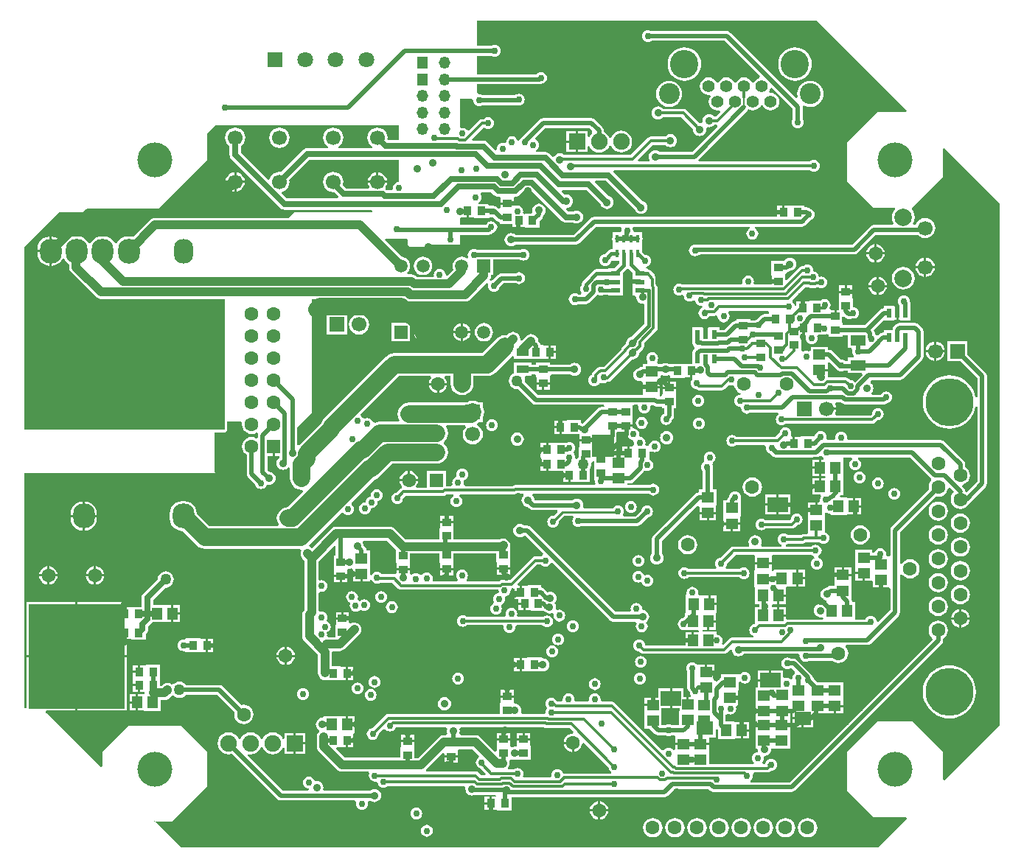
<source format=gbl>
G04*
G04 #@! TF.GenerationSoftware,Altium Limited,Altium Designer,18.0.12 (696)*
G04*
G04 Layer_Physical_Order=4*
G04 Layer_Color=16711680*
%FSLAX44Y44*%
%MOMM*%
G71*
G01*
G75*
%ADD10C,0.2000*%
%ADD11C,0.2500*%
%ADD12C,0.3000*%
%ADD14C,0.5000*%
%ADD84R,1.4500X0.9500*%
%ADD85R,1.4000X1.2000*%
%ADD86R,1.2000X1.4000*%
%ADD99R,0.6000X1.1000*%
%ADD100R,0.9500X1.0000*%
%ADD102R,0.4000X0.9500*%
%ADD107R,1.0000X0.9500*%
%ADD110R,1.8000X1.2000*%
%ADD115C,0.3500*%
%ADD116C,0.4000*%
%ADD117C,0.7000*%
%ADD120C,1.0000*%
%ADD121C,2.0000*%
%ADD123C,1.6000*%
%ADD124O,1.3000X1.4000*%
%ADD125R,1.3000X1.4000*%
%ADD126C,1.9000*%
%ADD127R,1.9000X1.9000*%
%ADD128R,1.8000X1.8000*%
%ADD129C,1.8000*%
%ADD130R,11.0000X12.0000*%
%ADD131R,2.4000X1.7500*%
%ADD132C,1.7000*%
%ADD133R,1.7000X1.7000*%
%ADD134R,1.8800X1.5700*%
%ADD135R,2.5000X2.5000*%
%ADD136R,1.6000X1.6000*%
%ADD137R,1.5000X1.5000*%
%ADD138C,1.5000*%
%ADD139C,1.5000*%
%ADD140R,1.6000X1.6000*%
G04:AMPARAMS|DCode=141|XSize=2.8mm|YSize=2.5mm|CornerRadius=1.1375mm|HoleSize=0mm|Usage=FLASHONLY|Rotation=270.000|XOffset=0mm|YOffset=0mm|HoleType=Round|Shape=RoundedRectangle|*
%AMROUNDEDRECTD141*
21,1,2.8000,0.2250,0,0,270.0*
21,1,0.5250,2.5000,0,0,270.0*
1,1,2.2750,-0.1125,-0.2625*
1,1,2.2750,-0.1125,0.2625*
1,1,2.2750,0.1125,0.2625*
1,1,2.2750,0.1125,-0.2625*
%
%ADD141ROUNDEDRECTD141*%
%ADD143R,1.7000X1.7000*%
%ADD144C,5.5000*%
%ADD145C,2.0000*%
%ADD146C,1.4000*%
%ADD147C,2.4000*%
%ADD148C,3.2500*%
%ADD149C,4.0000*%
%ADD150C,0.9000*%
%ADD151C,0.7500*%
%ADD152C,1.2700*%
%ADD154R,1.1000X0.6000*%
%ADD155C,0.3550*%
G04:AMPARAMS|DCode=156|XSize=2.8mm|YSize=2.2mm|CornerRadius=1.001mm|HoleSize=0mm|Usage=FLASHONLY|Rotation=270.000|XOffset=0mm|YOffset=0mm|HoleType=Round|Shape=RoundedRectangle|*
%AMROUNDEDRECTD156*
21,1,2.8000,0.1980,0,0,270.0*
21,1,0.7980,2.2000,0,0,270.0*
1,1,2.0020,-0.0990,-0.3990*
1,1,2.0020,-0.0990,0.3990*
1,1,2.0020,0.0990,0.3990*
1,1,2.0020,0.0990,-0.3990*
%
%ADD156ROUNDEDRECTD156*%
G36*
X1403152Y872598D02*
X1402387Y870750D01*
X1370000D01*
X1335000Y835750D01*
X1335000Y800750D01*
Y790750D01*
X1365000Y760750D01*
X1389526D01*
X1390020Y758750D01*
X1388145Y756306D01*
X1386835Y753144D01*
X1386388Y749750D01*
X1386835Y746356D01*
X1388145Y743194D01*
X1388561Y742652D01*
X1387676Y740858D01*
X1365500D01*
X1363354Y740431D01*
X1361535Y739215D01*
X1340677Y718358D01*
X1164000D01*
X1162437Y718047D01*
X1161762Y718326D01*
X1160000Y718558D01*
X1158238Y718326D01*
X1156596Y717646D01*
X1155186Y716564D01*
X1154104Y715154D01*
X1153424Y713512D01*
X1153192Y711750D01*
X1153424Y709988D01*
X1154104Y708346D01*
X1155186Y706936D01*
X1156596Y705854D01*
X1158238Y705174D01*
X1160000Y704942D01*
X1161762Y705174D01*
X1163404Y705854D01*
X1164053Y706352D01*
X1165146Y706569D01*
X1166004Y707142D01*
X1343000D01*
X1345146Y707569D01*
X1346965Y708785D01*
X1367823Y729642D01*
X1415842D01*
X1416298Y729048D01*
X1418700Y727205D01*
X1421498Y726046D01*
X1424500Y725651D01*
X1427502Y726046D01*
X1430300Y727205D01*
X1432702Y729048D01*
X1434545Y731450D01*
X1435704Y734248D01*
X1436099Y737250D01*
X1435704Y740252D01*
X1434545Y743050D01*
X1432702Y745452D01*
X1430300Y747295D01*
X1427502Y748454D01*
X1424500Y748849D01*
X1421498Y748454D01*
X1418700Y747295D01*
X1416298Y745452D01*
X1414455Y743050D01*
X1413547Y740858D01*
X1411324D01*
X1410439Y742652D01*
X1410855Y743194D01*
X1412165Y746356D01*
X1412612Y749750D01*
X1412165Y753144D01*
X1410855Y756306D01*
X1408980Y758750D01*
X1409474Y760750D01*
X1410000D01*
X1445000Y795750D01*
Y828137D01*
X1446848Y828902D01*
X1510000Y765750D01*
Y165750D01*
X1446848Y102598D01*
X1445000Y103363D01*
Y135750D01*
X1410000Y170750D01*
X1370000D01*
X1335000Y135750D01*
X1335000Y90750D01*
X1338000Y87750D01*
X1338000Y87750D01*
X1338000D01*
X1341102Y84648D01*
X1350000Y75750D01*
Y75750D01*
X1350000Y75750D01*
X1365000Y60750D01*
X1402387D01*
X1403152Y58902D01*
X1370000Y25750D01*
X570000D01*
X481414Y114336D01*
X481414D01*
X540000Y55750D01*
X560000D01*
X600000Y95750D01*
Y135750D01*
X570000Y165750D01*
X510000Y165750D01*
X480000Y135750D01*
Y118579D01*
X478000Y117750D01*
X414838Y180912D01*
X415603Y182760D01*
X448730D01*
Y244030D01*
X392460D01*
Y185750D01*
X390000D01*
Y455750D01*
X610000D01*
X608142Y457608D01*
Y502691D01*
X620000D01*
X621171Y502924D01*
X622163Y503587D01*
X622826Y504580D01*
X623059Y505750D01*
Y515413D01*
X638543D01*
X639994Y513413D01*
X639755Y511600D01*
X640133Y508728D01*
X641242Y506053D01*
X643005Y503755D01*
X645303Y501992D01*
X647978Y500883D01*
X650850Y500505D01*
X653722Y500883D01*
X656397Y501992D01*
X656940Y502408D01*
X658287Y501447D01*
X658543Y501117D01*
X658142Y499100D01*
Y496677D01*
X656142Y495914D01*
X653722Y496917D01*
X650850Y497295D01*
X647978Y496917D01*
X645303Y495808D01*
X643005Y494045D01*
X641242Y491748D01*
X640133Y489072D01*
X639755Y486200D01*
X640133Y483328D01*
X641242Y480653D01*
X643005Y478355D01*
X645242Y476638D01*
Y455185D01*
X645669Y453039D01*
X646885Y451220D01*
X655126Y442979D01*
X655188Y442509D01*
X655868Y440867D01*
X656950Y439457D01*
X658360Y438375D01*
X660002Y437695D01*
X661764Y437463D01*
X663526Y437695D01*
X665168Y438375D01*
X666578Y439457D01*
X667660Y440867D01*
X668341Y442509D01*
X670327Y442274D01*
X671000Y442185D01*
X672958Y442443D01*
X674782Y443199D01*
X676349Y444401D01*
X677551Y445968D01*
X678307Y447792D01*
X678565Y449750D01*
X678307Y451708D01*
X677551Y453532D01*
X676349Y455099D01*
X674782Y456301D01*
X672958Y457057D01*
X671421Y457259D01*
X669358Y459323D01*
Y475660D01*
X674980D01*
Y486200D01*
X677520D01*
Y475660D01*
X683142D01*
Y473493D01*
X681651Y472349D01*
X680449Y470782D01*
X679693Y468958D01*
X679435Y467000D01*
X679693Y465042D01*
X680449Y463218D01*
X681651Y461651D01*
X683218Y460449D01*
X685042Y459693D01*
X687000Y459435D01*
X688958Y459693D01*
X690782Y460449D01*
X692349Y461651D01*
X693138Y462679D01*
X695138Y462000D01*
Y449750D01*
X695585Y446356D01*
X696895Y443194D01*
X698978Y440478D01*
X701694Y438395D01*
X704856Y437085D01*
X708250Y436638D01*
X709447Y436796D01*
X710382Y434901D01*
X692243Y416763D01*
X689606Y416415D01*
X686444Y415106D01*
X683728Y413022D01*
X681645Y410306D01*
X680335Y407144D01*
X679888Y403750D01*
X680335Y400356D01*
X681645Y397194D01*
X682057Y396656D01*
X681173Y394862D01*
X602431D01*
X587979Y409314D01*
X587530Y412728D01*
X586082Y416225D01*
X583777Y419227D01*
X580774Y421531D01*
X577278Y422980D01*
X573525Y423474D01*
X571275D01*
X567522Y422980D01*
X564025Y421531D01*
X561023Y419227D01*
X558718Y416225D01*
X557270Y412728D01*
X556776Y408975D01*
Y403725D01*
X557270Y399972D01*
X558718Y396475D01*
X561023Y393473D01*
X564025Y391169D01*
X567522Y389720D01*
X570936Y389271D01*
X587728Y372478D01*
X587728Y372478D01*
X590444Y370395D01*
X593606Y369085D01*
X597000Y368638D01*
X706779D01*
X707380Y368089D01*
X708037Y366742D01*
X707456Y365338D01*
X707181Y363250D01*
X707456Y361162D01*
X708262Y359216D01*
X709544Y357544D01*
X711681Y355408D01*
Y298795D01*
X711544Y298659D01*
X710262Y296987D01*
X709456Y295041D01*
X709181Y292953D01*
Y268327D01*
X709456Y266239D01*
X710262Y264293D01*
X711544Y262622D01*
X727181Y246985D01*
Y226000D01*
X727456Y223912D01*
X728262Y221966D01*
X729544Y220294D01*
X731216Y219012D01*
X733162Y218206D01*
X734776Y217993D01*
X734847Y217984D01*
X734850Y217984D01*
X735250Y217931D01*
X736750Y217750D01*
X736750Y217750D01*
X751401D01*
X752250Y217750D01*
X754059Y218210D01*
X759230D01*
Y225750D01*
Y233290D01*
X754059D01*
X752250Y233750D01*
X751401Y233750D01*
X743319D01*
Y250327D01*
X744068Y251181D01*
X752007D01*
X754095Y251456D01*
X756041Y252262D01*
X757712Y253544D01*
X774725Y270557D01*
X776007Y272228D01*
X776814Y274174D01*
X777088Y276263D01*
X776814Y278351D01*
X776007Y280297D01*
X774725Y281968D01*
X773054Y283251D01*
X771108Y284057D01*
X769019Y284332D01*
X766931Y284057D01*
X764985Y283251D01*
X764790Y283101D01*
X762790Y284087D01*
Y287480D01*
X755250D01*
X747710D01*
Y282309D01*
X747250Y280500D01*
X747250Y279650D01*
Y267319D01*
X738940D01*
X737485Y269319D01*
X737576Y270012D01*
X737344Y271775D01*
X736941Y272748D01*
X738404Y273354D01*
X739814Y274436D01*
X740896Y275846D01*
X741576Y277488D01*
X741808Y279250D01*
X741576Y281012D01*
X740896Y282654D01*
X739814Y284064D01*
X738404Y285146D01*
X738329Y285177D01*
X736977Y286516D01*
X737326Y287634D01*
X737576Y288238D01*
X737808Y290000D01*
X737576Y291762D01*
X736896Y293404D01*
X735814Y294814D01*
X734404Y295896D01*
X732762Y296576D01*
X731000Y296808D01*
X729819Y296653D01*
X727819Y297891D01*
Y318054D01*
X729725Y319415D01*
X729819Y319413D01*
X731500Y319192D01*
X733262Y319424D01*
X734904Y320104D01*
X736314Y321186D01*
X737396Y322596D01*
X738076Y324238D01*
X738308Y326000D01*
X738076Y327762D01*
X737396Y329404D01*
X736314Y330814D01*
X734904Y331896D01*
X733262Y332576D01*
X731500Y332808D01*
X729819Y332587D01*
X729725Y332585D01*
X727819Y333946D01*
Y354408D01*
X745795Y372383D01*
X747642Y371618D01*
Y361250D01*
X745250D01*
Y346600D01*
X745250Y345750D01*
X745710Y343941D01*
Y338770D01*
X753250D01*
X760790D01*
Y343941D01*
X760995Y344748D01*
X761982Y345837D01*
X763250Y345987D01*
X763519Y345952D01*
X765477Y346209D01*
X765710Y346306D01*
X767710Y344970D01*
Y340770D01*
X777250D01*
Y339500D01*
X778520D01*
Y330960D01*
X786790D01*
Y332703D01*
X788790Y333101D01*
X789103Y332345D01*
X790185Y330935D01*
X791595Y329853D01*
X793237Y329173D01*
X794999Y328941D01*
X796761Y329173D01*
X798403Y329853D01*
X798473Y329907D01*
X812577D01*
X819408Y323075D01*
X820979Y322026D01*
X822833Y321657D01*
X933944D01*
X934725Y320766D01*
X934868Y319686D01*
X934918Y318969D01*
X933376Y317595D01*
X933238Y317576D01*
X931596Y316896D01*
X930186Y315814D01*
X929104Y314404D01*
X928424Y312762D01*
X928192Y311000D01*
X928424Y309238D01*
X929104Y307596D01*
X928096Y305647D01*
X928085Y305638D01*
X926686Y304564D01*
X925604Y303154D01*
X924924Y301512D01*
X924692Y299750D01*
X924924Y297988D01*
X925604Y296346D01*
X926686Y294936D01*
X928096Y293854D01*
X929738Y293174D01*
X931500Y292942D01*
X933262Y293174D01*
X934904Y293854D01*
X936314Y294936D01*
X937396Y296346D01*
X938076Y297988D01*
X938308Y299750D01*
X938076Y301512D01*
X937396Y303154D01*
X938404Y305103D01*
X938415Y305112D01*
X939814Y306186D01*
X940896Y307596D01*
X941576Y309238D01*
X941808Y311000D01*
X941666Y312080D01*
X941616Y312797D01*
X943157Y314171D01*
X943296Y314189D01*
X944938Y314870D01*
X946348Y315951D01*
X947430Y317362D01*
X948110Y319004D01*
X948342Y320766D01*
X948255Y321423D01*
X949395Y323232D01*
X949875Y323494D01*
X950710Y323660D01*
X952710Y322465D01*
Y320020D01*
X958730D01*
Y326290D01*
X957002D01*
X956237Y328138D01*
X978506Y350407D01*
X983474D01*
X984846Y349354D01*
X986488Y348674D01*
X988250Y348442D01*
X990012Y348674D01*
X991654Y349354D01*
X993064Y350436D01*
X994146Y351846D01*
X994268Y352140D01*
X996627Y352609D01*
X1062452Y286785D01*
X1064271Y285569D01*
X1066417Y285142D01*
X1092107D01*
X1093102Y283154D01*
X1092422Y281512D01*
X1092190Y279750D01*
X1092422Y277987D01*
X1093102Y276345D01*
X1094184Y274935D01*
X1095594Y273853D01*
X1097236Y273173D01*
X1098998Y272941D01*
X1100761Y273173D01*
X1102403Y273853D01*
X1103813Y274935D01*
X1104895Y276345D01*
X1105575Y277987D01*
X1105807Y279750D01*
X1105575Y281512D01*
X1104895Y283154D01*
X1103978Y284349D01*
X1105349Y285401D01*
X1106551Y286968D01*
X1107307Y288792D01*
X1107565Y290750D01*
X1107307Y292708D01*
X1106551Y294532D01*
X1105349Y296099D01*
X1103782Y297301D01*
X1101958Y298057D01*
X1100000Y298315D01*
X1099735Y300297D01*
X1099575Y301511D01*
X1098895Y303154D01*
X1097813Y304564D01*
X1096403Y305646D01*
X1094761Y306326D01*
X1092999Y306558D01*
X1091236Y306326D01*
X1089594Y305646D01*
X1088184Y304564D01*
X1087102Y303154D01*
X1086422Y301511D01*
X1086190Y299749D01*
X1086374Y298358D01*
X1085461Y296549D01*
X1085333Y296358D01*
X1068740D01*
X971383Y393715D01*
X969563Y394931D01*
X967417Y395358D01*
X964012D01*
X962782Y396301D01*
X960958Y397057D01*
X959000Y397315D01*
X957042Y397057D01*
X955218Y396301D01*
X953651Y395099D01*
X952449Y393532D01*
X951693Y391708D01*
X951435Y389750D01*
X951693Y387792D01*
X952449Y385968D01*
X953651Y384401D01*
X955218Y383199D01*
X957042Y382443D01*
X959000Y382185D01*
X960958Y382443D01*
X962782Y383199D01*
X964012Y384142D01*
X965094D01*
X985610Y363627D01*
X985140Y361268D01*
X984846Y361146D01*
X983474Y360093D01*
X976500D01*
X974647Y359724D01*
X973075Y358675D01*
X947510Y333109D01*
X944641D01*
X944640Y333109D01*
X938427D01*
X936574Y332740D01*
X935003Y331690D01*
X934655Y331343D01*
X898198D01*
X897565Y332663D01*
X897435Y333343D01*
X898396Y334596D01*
X899076Y336238D01*
X899308Y338000D01*
X899076Y339762D01*
X898396Y341404D01*
X897314Y342814D01*
X895904Y343896D01*
X894262Y344576D01*
X892500Y344808D01*
X890738Y344576D01*
X889096Y343896D01*
X887686Y342814D01*
X886604Y341404D01*
X885924Y339762D01*
X885692Y338000D01*
X885924Y336238D01*
X886604Y334596D01*
X887565Y333343D01*
X887435Y332663D01*
X886802Y331343D01*
X860060D01*
X859035Y332479D01*
X858623Y333343D01*
X858808Y334750D01*
X858576Y336512D01*
X857896Y338154D01*
X856814Y339564D01*
X855404Y340646D01*
X853762Y341326D01*
X852000Y341558D01*
X850238Y341326D01*
X848596Y340646D01*
X847186Y339564D01*
X846723Y338961D01*
X844436Y338769D01*
X844353Y338800D01*
X844237Y338873D01*
X842904Y339896D01*
X841262Y340576D01*
X839500Y340808D01*
X837738Y340576D01*
X836413Y340027D01*
X836147Y339974D01*
X834575Y338925D01*
X834540Y338871D01*
X832540Y339478D01*
Y343980D01*
X825000D01*
X817460D01*
Y340762D01*
X815460Y339418D01*
X814583Y339593D01*
X800558D01*
X799813Y340564D01*
X798403Y341646D01*
X796761Y342326D01*
X794999Y342558D01*
X793237Y342326D01*
X791595Y341646D01*
X790185Y340564D01*
X789103Y339154D01*
X788790Y338398D01*
X786790Y338796D01*
Y346690D01*
X787250Y348500D01*
X787250D01*
X787250Y348500D01*
Y366500D01*
X782858D01*
Y366787D01*
X782431Y368933D01*
X781215Y370752D01*
X779779Y372189D01*
X779577Y373725D01*
X778821Y375550D01*
X778528Y375931D01*
X779515Y377931D01*
X806408D01*
X817000Y367339D01*
Y354350D01*
X817000Y353500D01*
X817460Y351691D01*
Y346520D01*
X825000D01*
X832540D01*
Y351691D01*
X833000Y353500D01*
X833000Y354350D01*
Y363198D01*
X867000D01*
Y354599D01*
X867000Y353750D01*
X867460Y351941D01*
Y346770D01*
X875000D01*
X882540D01*
Y351941D01*
X883000Y353750D01*
X883000Y354599D01*
Y363198D01*
X932000D01*
Y355099D01*
X932000Y354250D01*
X932460Y352441D01*
Y347270D01*
X940000D01*
X947540D01*
Y352441D01*
X948000Y354250D01*
X948000Y355099D01*
Y369750D01*
X948000Y369750D01*
X947970Y371750D01*
X948069Y372500D01*
X947794Y374588D01*
X946988Y376535D01*
X945706Y378206D01*
X944035Y379488D01*
X942088Y380294D01*
X940000Y380569D01*
X937912Y380294D01*
X935965Y379488D01*
X935768Y379336D01*
X882750D01*
Y390401D01*
X882750Y391250D01*
X882290Y393059D01*
Y398230D01*
X874750D01*
X867210D01*
Y393059D01*
X866750Y391250D01*
X866750Y390401D01*
Y379336D01*
X827825D01*
X815456Y391706D01*
X813784Y392988D01*
X811838Y393794D01*
X809750Y394069D01*
X748000D01*
X745912Y393794D01*
X743966Y392988D01*
X742294Y391706D01*
X720157Y369568D01*
X719285Y370238D01*
X717622Y370927D01*
X717495Y371085D01*
X717217Y371806D01*
X717011Y373105D01*
X754075Y410169D01*
X756511Y409776D01*
X756951Y409203D01*
X758361Y408121D01*
X760003Y407441D01*
X761765Y407209D01*
X763527Y407441D01*
X765169Y408121D01*
X766579Y409203D01*
X767661Y410613D01*
X768342Y412255D01*
X768573Y414017D01*
X768342Y415779D01*
X767661Y417421D01*
X766579Y418831D01*
X766006Y419271D01*
X765613Y421707D01*
X791889Y447982D01*
X794692Y449144D01*
X797407Y451227D01*
X812818Y466638D01*
X863500D01*
X866894Y467085D01*
X870056Y468395D01*
X872772Y470478D01*
X874855Y473194D01*
X876165Y476356D01*
X876612Y479750D01*
X876165Y483144D01*
X874855Y486306D01*
X872772Y489022D01*
X871823Y489750D01*
Y491750D01*
X872772Y492478D01*
X874855Y495194D01*
X876165Y498356D01*
X876612Y501750D01*
X876165Y505144D01*
X874855Y508306D01*
X874443Y508844D01*
X875327Y510638D01*
X896231D01*
X896910Y508638D01*
X896798Y508552D01*
X894955Y506150D01*
X893796Y503352D01*
X893401Y500350D01*
X893796Y497348D01*
X894955Y494550D01*
X896798Y492148D01*
X899200Y490305D01*
X901998Y489146D01*
X905000Y488751D01*
X908002Y489146D01*
X910800Y490305D01*
X913202Y492148D01*
X915045Y494550D01*
X916204Y497348D01*
X916599Y500350D01*
X916204Y503352D01*
X915045Y506150D01*
X913202Y508552D01*
X910800Y510395D01*
X910354Y510580D01*
X910176Y510984D01*
X910132Y512836D01*
X911974Y514250D01*
X916500D01*
Y519543D01*
X917665Y522356D01*
X918112Y525750D01*
X917665Y529144D01*
X916500Y531957D01*
Y537250D01*
X911207D01*
X908394Y538415D01*
X905000Y538862D01*
X901606Y538415D01*
X898793Y537250D01*
X893500D01*
Y536862D01*
X831500D01*
X828106Y536415D01*
X824944Y535106D01*
X822228Y533022D01*
X820145Y530306D01*
X818835Y527144D01*
X818388Y523750D01*
X818835Y520356D01*
X820145Y517194D01*
X820557Y516656D01*
X819673Y514862D01*
X798274D01*
X798274Y514862D01*
X794880Y514415D01*
X792686Y513507D01*
X790956Y513945D01*
X790369Y514591D01*
X789919Y515677D01*
X788837Y517087D01*
X787427Y518169D01*
X785785Y518849D01*
X784023Y519081D01*
X782261Y518849D01*
X780619Y518169D01*
X778449Y519025D01*
X778396Y519154D01*
X777314Y520564D01*
X776804Y520956D01*
X776436Y523416D01*
X820407Y567388D01*
X856594D01*
X857192Y565388D01*
X855793Y563565D01*
X854731Y561002D01*
X854536Y559520D01*
X865000D01*
X875464D01*
X875269Y561002D01*
X874207Y563565D01*
X872808Y565388D01*
X873406Y567388D01*
X879388D01*
Y558250D01*
X879835Y554856D01*
X881144Y551694D01*
X883228Y548978D01*
X885944Y546894D01*
X889106Y545585D01*
X892500Y545138D01*
X895894Y545585D01*
X899056Y546894D01*
X901772Y548978D01*
X903856Y551694D01*
X905165Y554856D01*
X905612Y558250D01*
Y567388D01*
X921500D01*
X921500Y567388D01*
X924894Y567835D01*
X928056Y569145D01*
X930772Y571228D01*
X950250Y590707D01*
X952250Y589878D01*
Y587250D01*
X969750D01*
Y587000D01*
X984400D01*
X985250Y587000D01*
X987059Y587460D01*
X992230D01*
Y595000D01*
Y602540D01*
X987059D01*
X985250Y603000D01*
X984400Y603000D01*
X982909D01*
X982681Y604146D01*
X981465Y605965D01*
X980053Y607378D01*
X980069Y607500D01*
X979794Y609588D01*
X978988Y611535D01*
X977706Y613206D01*
X976034Y614488D01*
X974088Y615294D01*
X972000Y615569D01*
X969912Y615294D01*
X967965Y614488D01*
X966294Y613206D01*
X961071Y607982D01*
X959176Y608916D01*
X959319Y610000D01*
X959044Y612088D01*
X958238Y614035D01*
X956956Y615706D01*
X955285Y616988D01*
X953338Y617794D01*
X951250Y618069D01*
X949162Y617794D01*
X947215Y616988D01*
X945544Y615706D01*
X943974Y614135D01*
X942250Y614362D01*
X938856Y613915D01*
X935694Y612606D01*
X932978Y610522D01*
X916069Y593612D01*
X814976D01*
X814976Y593612D01*
X811582Y593165D01*
X808420Y591856D01*
X805704Y589772D01*
X805704Y589772D01*
X734011Y518078D01*
X731927Y515363D01*
X731199Y513606D01*
X705370Y487776D01*
X703370Y488312D01*
Y508446D01*
X720337Y525413D01*
Y655981D01*
X826449D01*
X827137Y655293D01*
X828808Y654011D01*
X830754Y653205D01*
X832843Y652930D01*
X896249D01*
X898337Y653205D01*
X900283Y654011D01*
X901954Y655293D01*
X921027Y674365D01*
X922722Y673232D01*
X922424Y672512D01*
X922192Y670750D01*
X922424Y668988D01*
X923104Y667346D01*
X924186Y665936D01*
X925596Y664854D01*
X927238Y664174D01*
X929000Y663942D01*
X930762Y664174D01*
X932404Y664854D01*
X933814Y665936D01*
X934896Y667346D01*
X935576Y668988D01*
X935638Y669458D01*
X940323Y674142D01*
X954220D01*
X954596Y673854D01*
X956238Y673174D01*
X958000Y672942D01*
X959762Y673174D01*
X961404Y673854D01*
X962814Y674936D01*
X963896Y676346D01*
X964576Y677988D01*
X964808Y679750D01*
X964576Y681512D01*
X963896Y683154D01*
X962814Y684564D01*
X961404Y685646D01*
X959762Y686326D01*
X958000Y686558D01*
X956238Y686326D01*
X954596Y685646D01*
X954220Y685358D01*
X938000D01*
X935854Y684931D01*
X934035Y683715D01*
X927708Y677388D01*
X927238Y677326D01*
X925970Y676801D01*
X924934Y677730D01*
X924592Y678290D01*
X924688Y678416D01*
X925494Y680362D01*
X925769Y682450D01*
Y683350D01*
X928200D01*
Y701142D01*
X959220D01*
X959596Y700854D01*
X961238Y700174D01*
X963000Y699942D01*
X964762Y700174D01*
X966404Y700854D01*
X967814Y701936D01*
X968896Y703346D01*
X969576Y704988D01*
X969808Y706750D01*
X969576Y708512D01*
X968896Y710154D01*
X967814Y711564D01*
X966404Y712646D01*
X964762Y713326D01*
X963000Y713558D01*
X961238Y713326D01*
X959596Y712646D01*
X959220Y712358D01*
X909780D01*
X909404Y712646D01*
X907762Y713326D01*
X906000Y713558D01*
X904238Y713326D01*
X902596Y712646D01*
X901186Y711564D01*
X900104Y710154D01*
X899424Y708512D01*
X899192Y706750D01*
X899424Y704988D01*
X899939Y703744D01*
X898804Y702571D01*
X898454Y702362D01*
X897595Y703022D01*
X895041Y704080D01*
X892300Y704441D01*
X889559Y704080D01*
X887005Y703022D01*
X884811Y701339D01*
X883128Y699145D01*
X882070Y696591D01*
X881709Y693850D01*
X882070Y691109D01*
X882767Y689428D01*
X875633Y682294D01*
X873739Y683229D01*
X873807Y683749D01*
X873575Y685511D01*
X872895Y687153D01*
X871813Y688563D01*
X870403Y689645D01*
X868761Y690325D01*
X866999Y690557D01*
X865237Y690325D01*
X863595Y689645D01*
X862185Y688563D01*
X861103Y687153D01*
X860423Y685511D01*
X860191Y683749D01*
X860280Y683068D01*
X858820Y681068D01*
X841156D01*
X840468Y681756D01*
X838797Y683038D01*
X836851Y683844D01*
X834762Y684119D01*
X830152D01*
X829473Y686119D01*
X829789Y686361D01*
X831472Y688555D01*
X832530Y691109D01*
X832890Y693850D01*
X832530Y696591D01*
X831472Y699145D01*
X829789Y701339D01*
X827595Y703022D01*
X825041Y704080D01*
X823245Y704316D01*
X803996Y723565D01*
X804762Y725413D01*
X828602D01*
X830014Y723997D01*
X830000Y718521D01*
X832770Y715750D01*
X890000D01*
Y729642D01*
X923242D01*
X925388Y730069D01*
X927207Y731285D01*
X927570Y731647D01*
X928039Y731709D01*
X929681Y732389D01*
X931091Y733471D01*
X932173Y734881D01*
X932853Y736523D01*
X933085Y738285D01*
X932853Y740047D01*
X932173Y741689D01*
X931091Y743099D01*
X929681Y744181D01*
X928039Y744862D01*
X926277Y745094D01*
X924515Y744862D01*
X922873Y744181D01*
X921463Y743099D01*
X920381Y741689D01*
X920037Y740858D01*
X890000D01*
Y748439D01*
X891660Y749260D01*
X892000Y749260D01*
X897680D01*
Y756800D01*
X900220D01*
Y749260D01*
X905390D01*
X907200Y748800D01*
X908049Y748800D01*
X922700D01*
Y748800D01*
X924700Y749834D01*
X925005Y749707D01*
X926768Y749475D01*
X928530Y749707D01*
X928566Y749722D01*
X932953Y745335D01*
X934773Y744119D01*
X936250Y743825D01*
Y741750D01*
X950410D01*
Y738260D01*
X956430D01*
Y745800D01*
X958970D01*
Y738260D01*
X964141D01*
X965950Y737800D01*
X966799Y737800D01*
X981450D01*
Y745620D01*
X984964Y749134D01*
X986180Y750953D01*
X986509Y752610D01*
X987550Y753966D01*
X988306Y755791D01*
X988564Y757748D01*
X988306Y759706D01*
X987550Y761531D01*
X986348Y763098D01*
X984781Y764300D01*
X982957Y765055D01*
X980999Y765313D01*
X979041Y765055D01*
X977216Y764300D01*
X975650Y763098D01*
X974448Y761531D01*
X973692Y759706D01*
X973434Y757748D01*
X973692Y755791D01*
X972352Y753800D01*
X966799D01*
X965950Y753800D01*
X964141Y753340D01*
X964058D01*
X963028Y754484D01*
X962622Y755340D01*
X962807Y756749D01*
X962575Y758511D01*
X961895Y760153D01*
X960813Y761563D01*
X959403Y762645D01*
X957761Y763325D01*
X955999Y763557D01*
X954237Y763325D01*
X953790Y763140D01*
X952130Y764230D01*
X944250D01*
X936710D01*
Y760268D01*
X934710Y759439D01*
X933384Y760765D01*
X931565Y761981D01*
X929806Y762331D01*
X928530Y762859D01*
X926768Y763092D01*
X925005Y762859D01*
X924700Y762733D01*
X922700Y763806D01*
Y764800D01*
X911609D01*
X911211Y766800D01*
X911430Y766891D01*
X912840Y767973D01*
X913922Y769383D01*
X914603Y771025D01*
X914835Y772787D01*
X914603Y774549D01*
X913922Y776191D01*
X913700Y776481D01*
X914686Y778481D01*
X926124D01*
X929493Y775113D01*
X930851Y774071D01*
X932432Y773416D01*
X934129Y773192D01*
X934877D01*
X936710Y772790D01*
X936710Y771192D01*
Y766770D01*
X944250D01*
X951790D01*
X951790Y772790D01*
X953623Y773192D01*
X953857D01*
X955553Y773416D01*
X957135Y774071D01*
X958492Y775113D01*
X966572Y783192D01*
X969425D01*
X1007254Y745364D01*
X1008611Y744322D01*
X1010193Y743667D01*
X1011889Y743444D01*
X1020229D01*
X1022042Y742693D01*
X1024000Y742435D01*
X1025958Y742693D01*
X1027782Y743449D01*
X1029349Y744651D01*
X1030551Y746218D01*
X1031307Y748042D01*
X1031565Y750000D01*
X1031307Y751958D01*
X1030551Y753782D01*
X1029349Y755349D01*
X1027782Y756551D01*
X1025958Y757307D01*
X1024000Y757565D01*
X1022042Y757307D01*
X1020229Y756556D01*
X1014605D01*
X1012412Y758749D01*
X1012423Y758984D01*
X1013211Y760779D01*
X1014458Y760943D01*
X1016282Y761699D01*
X1017849Y762901D01*
X1019051Y764468D01*
X1019807Y766292D01*
X1020065Y768250D01*
X1019807Y770208D01*
X1019051Y772032D01*
X1017849Y773599D01*
X1016282Y774801D01*
X1014458Y775557D01*
X1012500Y775815D01*
X1010614Y775566D01*
X1006835Y779346D01*
X1007600Y781194D01*
X1035284D01*
X1051698Y764780D01*
X1052449Y762968D01*
X1053651Y761401D01*
X1055218Y760199D01*
X1057042Y759443D01*
X1059000Y759185D01*
X1060958Y759443D01*
X1062782Y760199D01*
X1064349Y761401D01*
X1065551Y762968D01*
X1066307Y764792D01*
X1066565Y766750D01*
X1066307Y768708D01*
X1065551Y770532D01*
X1064349Y772099D01*
X1062782Y773301D01*
X1060970Y774052D01*
X1045175Y789846D01*
X1045941Y791694D01*
X1058034D01*
X1090698Y759030D01*
X1091449Y757218D01*
X1092651Y755651D01*
X1094218Y754449D01*
X1096042Y753693D01*
X1098000Y753435D01*
X1099958Y753693D01*
X1101782Y754449D01*
X1103349Y755651D01*
X1104551Y757218D01*
X1105307Y759042D01*
X1105565Y761000D01*
X1105307Y762958D01*
X1104551Y764782D01*
X1103349Y766349D01*
X1101782Y767551D01*
X1099970Y768302D01*
X1066115Y802157D01*
X1066943Y804157D01*
X1291516D01*
X1291686Y803936D01*
X1293096Y802854D01*
X1294738Y802174D01*
X1296500Y801942D01*
X1298262Y802174D01*
X1299904Y802854D01*
X1301314Y803936D01*
X1302396Y805346D01*
X1303076Y806988D01*
X1303308Y808750D01*
X1303076Y810512D01*
X1302396Y812154D01*
X1301314Y813564D01*
X1299904Y814646D01*
X1298262Y815326D01*
X1296500Y815558D01*
X1294738Y815326D01*
X1293096Y814646D01*
X1292049Y813843D01*
X1164677D01*
X1163887Y815843D01*
X1220545Y872501D01*
X1221404Y873787D01*
X1221697Y873835D01*
X1224129Y872827D01*
X1226740Y872484D01*
X1229351Y872827D01*
X1231783Y873835D01*
X1233872Y875438D01*
X1235475Y877527D01*
X1235818Y878354D01*
X1237982D01*
X1238325Y877527D01*
X1239928Y875438D01*
X1242017Y873835D01*
X1244449Y872827D01*
X1247060Y872484D01*
X1249671Y872827D01*
X1252103Y873835D01*
X1254192Y875438D01*
X1255795Y877527D01*
X1256803Y879959D01*
X1257146Y882570D01*
X1256803Y885181D01*
X1255795Y887613D01*
X1254192Y889702D01*
X1252103Y891305D01*
X1249671Y892312D01*
X1247060Y892656D01*
X1246017Y892519D01*
X1244934Y894394D01*
X1245635Y895307D01*
X1246528Y897463D01*
X1248490Y898329D01*
X1272392Y874427D01*
Y862280D01*
X1272104Y861904D01*
X1271424Y860262D01*
X1271192Y858500D01*
X1271424Y856738D01*
X1272104Y855096D01*
X1273186Y853686D01*
X1274596Y852604D01*
X1276238Y851924D01*
X1278000Y851692D01*
X1279762Y851924D01*
X1281404Y852604D01*
X1282814Y853686D01*
X1283896Y855096D01*
X1284576Y856738D01*
X1284808Y858500D01*
X1284576Y860262D01*
X1283896Y861904D01*
X1283608Y862280D01*
Y876750D01*
X1283563Y876975D01*
X1285340Y878293D01*
X1286758Y877535D01*
X1289586Y876677D01*
X1292526Y876387D01*
X1295466Y876677D01*
X1298294Y877535D01*
X1300900Y878928D01*
X1303184Y880802D01*
X1305058Y883086D01*
X1306451Y885692D01*
X1307309Y888520D01*
X1307599Y891460D01*
X1307309Y894400D01*
X1306451Y897228D01*
X1305058Y899834D01*
X1303184Y902118D01*
X1300900Y903992D01*
X1298294Y905385D01*
X1295466Y906243D01*
X1292526Y906533D01*
X1289586Y906243D01*
X1286758Y905385D01*
X1284152Y903992D01*
X1281868Y902118D01*
X1279994Y899834D01*
X1278601Y897228D01*
X1277743Y894400D01*
X1277454Y891460D01*
X1277743Y888520D01*
X1278071Y887438D01*
X1276303Y886378D01*
X1200465Y962215D01*
X1198646Y963431D01*
X1196500Y963858D01*
X1108893D01*
X1107762Y964326D01*
X1106000Y964558D01*
X1104238Y964326D01*
X1102596Y963646D01*
X1101186Y962564D01*
X1100104Y961154D01*
X1099424Y959512D01*
X1099192Y957750D01*
X1099424Y955988D01*
X1100104Y954346D01*
X1101186Y952936D01*
X1102596Y951854D01*
X1104238Y951174D01*
X1106000Y950942D01*
X1107762Y951174D01*
X1109404Y951854D01*
X1110432Y952642D01*
X1194177D01*
X1234879Y911940D01*
X1234013Y909978D01*
X1231857Y909085D01*
X1229768Y907482D01*
X1228165Y905393D01*
X1227822Y904566D01*
X1225658D01*
X1225315Y905393D01*
X1223712Y907482D01*
X1221623Y909085D01*
X1219191Y910092D01*
X1216580Y910436D01*
X1213969Y910092D01*
X1211537Y909085D01*
X1209448Y907482D01*
X1207845Y905393D01*
X1207502Y904566D01*
X1205338D01*
X1204995Y905393D01*
X1203392Y907482D01*
X1201303Y909085D01*
X1198871Y910092D01*
X1196260Y910436D01*
X1193650Y910092D01*
X1191217Y909085D01*
X1189128Y907482D01*
X1187525Y905393D01*
X1187182Y904566D01*
X1185018D01*
X1184675Y905393D01*
X1183072Y907482D01*
X1180983Y909085D01*
X1178551Y910092D01*
X1175940Y910436D01*
X1173329Y910092D01*
X1170897Y909085D01*
X1168808Y907482D01*
X1167205Y905393D01*
X1166198Y902961D01*
X1165854Y900350D01*
X1166198Y897739D01*
X1167205Y895307D01*
X1168808Y893218D01*
X1170897Y891615D01*
X1173329Y890607D01*
X1175940Y890264D01*
X1176983Y890401D01*
X1178066Y888526D01*
X1177365Y887613D01*
X1176357Y885181D01*
X1176014Y882570D01*
X1176357Y879959D01*
X1177365Y877527D01*
X1178968Y875438D01*
X1181057Y873835D01*
X1183490Y872827D01*
X1186100Y872484D01*
X1188258Y872768D01*
X1189120Y871539D01*
X1189298Y870980D01*
X1184139Y865821D01*
X1182066Y865909D01*
X1181888Y866140D01*
X1180322Y867343D01*
X1178497Y868098D01*
X1176539Y868356D01*
X1174582Y868098D01*
X1172757Y867343D01*
X1171190Y866140D01*
X1169988Y864574D01*
X1169232Y862749D01*
X1168975Y860791D01*
X1169168Y859320D01*
X1168151Y858219D01*
X1167497Y857848D01*
X1165539Y858105D01*
X1164906Y858022D01*
X1150004Y872925D01*
X1148433Y873974D01*
X1146580Y874343D01*
X1123487D01*
X1123099Y874849D01*
X1121532Y876051D01*
X1119708Y876807D01*
X1117750Y877065D01*
X1115792Y876807D01*
X1113968Y876051D01*
X1112401Y874849D01*
X1111199Y873282D01*
X1110443Y871458D01*
X1110185Y869500D01*
X1110443Y867542D01*
X1111199Y865718D01*
X1112401Y864151D01*
X1113968Y862949D01*
X1115792Y862193D01*
X1117750Y861935D01*
X1119708Y862193D01*
X1121532Y862949D01*
X1123099Y864151D01*
X1123487Y864657D01*
X1144574D01*
X1158057Y851173D01*
X1157974Y850541D01*
X1158232Y848583D01*
X1158988Y846758D01*
X1160190Y845192D01*
X1161757Y843989D01*
X1163581Y843234D01*
X1165539Y842976D01*
X1167497Y843234D01*
X1169321Y843989D01*
X1170888Y845192D01*
X1172090Y846758D01*
X1172846Y848583D01*
X1173103Y850541D01*
X1172910Y852012D01*
X1173927Y853112D01*
X1174582Y853484D01*
X1176539Y853226D01*
X1178497Y853484D01*
X1180322Y854240D01*
X1181888Y855442D01*
X1182277Y855948D01*
X1185303D01*
X1186173Y854229D01*
X1186199Y854016D01*
X1157041Y824858D01*
X1119762D01*
X1118532Y825801D01*
X1116708Y826557D01*
X1114750Y826815D01*
X1112792Y826557D01*
X1110968Y825801D01*
X1109401Y824599D01*
X1108199Y823032D01*
X1107443Y821208D01*
X1107185Y819250D01*
X1107443Y817292D01*
X1108043Y815843D01*
X1107534Y814620D01*
X1106924Y813843D01*
X1095055D01*
X1094290Y815691D01*
X1111546Y832947D01*
X1126050D01*
X1126438Y832441D01*
X1128005Y831239D01*
X1129829Y830483D01*
X1131787Y830225D01*
X1133745Y830483D01*
X1135570Y831239D01*
X1137136Y832441D01*
X1138338Y834008D01*
X1139094Y835832D01*
X1139352Y837790D01*
X1139094Y839748D01*
X1138338Y841572D01*
X1137136Y843139D01*
X1135570Y844341D01*
X1133745Y845097D01*
X1131787Y845355D01*
X1129829Y845097D01*
X1128005Y844341D01*
X1126438Y843139D01*
X1126050Y842633D01*
X1109540D01*
X1107687Y842264D01*
X1106115Y841215D01*
X1086244Y821343D01*
X1010031D01*
X1008782Y822301D01*
X1006958Y823057D01*
X1005000Y823315D01*
X1003042Y823057D01*
X1001218Y822301D01*
X999651Y821099D01*
X998764Y819944D01*
X996496Y819384D01*
X993244Y822636D01*
X991886Y823678D01*
X990305Y824333D01*
X988608Y824556D01*
X977583D01*
X977185Y826556D01*
X977904Y826854D01*
X979314Y827936D01*
X980396Y829346D01*
X981076Y830988D01*
X981308Y832750D01*
X981076Y834512D01*
X980396Y836154D01*
X979314Y837564D01*
X977904Y838646D01*
X977551Y838792D01*
X977082Y841152D01*
X988323Y852392D01*
X1038927D01*
X1042272Y849047D01*
X1042098Y846393D01*
X1041085Y845615D01*
X1039081Y843004D01*
X1038640Y841939D01*
X1036640Y842336D01*
Y848790D01*
X1025870D01*
Y836750D01*
Y824710D01*
X1036640D01*
Y831064D01*
X1038640Y831461D01*
X1039081Y830396D01*
X1041085Y827785D01*
X1043696Y825781D01*
X1046737Y824522D01*
X1050000Y824092D01*
X1053263Y824522D01*
X1056304Y825781D01*
X1058915Y827785D01*
X1060919Y830396D01*
X1061628Y832108D01*
X1063793D01*
X1064481Y830446D01*
X1066485Y827835D01*
X1069096Y825831D01*
X1072137Y824572D01*
X1075400Y824142D01*
X1078663Y824572D01*
X1081704Y825831D01*
X1084315Y827835D01*
X1086319Y830446D01*
X1087578Y833487D01*
X1088008Y836750D01*
X1087578Y840013D01*
X1086319Y843054D01*
X1084315Y845665D01*
X1081704Y847669D01*
X1078663Y848928D01*
X1075400Y849358D01*
X1072137Y848928D01*
X1069096Y847669D01*
X1066485Y845665D01*
X1064481Y843054D01*
X1063772Y841342D01*
X1061607D01*
X1060919Y843004D01*
X1058915Y845615D01*
X1056304Y847619D01*
X1055608Y847907D01*
Y849250D01*
X1055181Y851396D01*
X1053965Y853215D01*
X1045215Y861965D01*
X1043396Y863181D01*
X1041250Y863608D01*
X985750D01*
X983604Y863181D01*
X981785Y861965D01*
X981281Y861212D01*
X961598Y841528D01*
X961375Y841436D01*
X959965Y840354D01*
X958883Y838944D01*
X958465Y837936D01*
X958147Y837864D01*
X956355Y838046D01*
X955896Y839154D01*
X954814Y840564D01*
X953404Y841646D01*
X951762Y842326D01*
X950000Y842558D01*
X948238Y842326D01*
X946596Y841646D01*
X945186Y840564D01*
X944104Y839154D01*
X943424Y837512D01*
X943247Y836169D01*
X942197Y835257D01*
X941298Y834811D01*
X941262Y834826D01*
X939500Y835058D01*
X937738Y834826D01*
X936096Y834146D01*
X934686Y833064D01*
X933604Y831654D01*
X932924Y830012D01*
X932692Y828250D01*
X932793Y827479D01*
X930899Y826544D01*
X921808Y835636D01*
X920450Y836678D01*
X918869Y837333D01*
X917172Y837556D01*
X904625D01*
X903860Y839404D01*
X917363Y852907D01*
X917973D01*
X919346Y851854D01*
X920988Y851174D01*
X922750Y850942D01*
X924512Y851174D01*
X926154Y851854D01*
X927564Y852936D01*
X928646Y854346D01*
X929326Y855988D01*
X929558Y857750D01*
X929326Y859512D01*
X928646Y861154D01*
X927564Y862564D01*
X926154Y863646D01*
X924512Y864326D01*
X922750Y864558D01*
X920988Y864326D01*
X919346Y863646D01*
X917973Y862593D01*
X915357D01*
X913503Y862224D01*
X911932Y861175D01*
X900422Y849665D01*
X897968Y850039D01*
X897564Y850564D01*
X896154Y851646D01*
X894512Y852326D01*
X892750Y852558D01*
X892000Y852459D01*
X890000Y853889D01*
Y885750D01*
X903876D01*
X905192Y884250D01*
X905424Y882488D01*
X906104Y880846D01*
X907186Y879436D01*
X908596Y878354D01*
X910238Y877674D01*
X912000Y877442D01*
X913762Y877674D01*
X915404Y878354D01*
X915780Y878642D01*
X954857D01*
X955988Y878174D01*
X957750Y877942D01*
X959512Y878174D01*
X961154Y878854D01*
X962564Y879936D01*
X963646Y881346D01*
X964326Y882988D01*
X964558Y884750D01*
X964326Y886512D01*
X963646Y888154D01*
X962564Y889564D01*
X961154Y890646D01*
X959512Y891326D01*
X957750Y891558D01*
X955988Y891326D01*
X954346Y890646D01*
X953318Y889858D01*
X915780D01*
X915404Y890146D01*
X913762Y890826D01*
X912000Y891058D01*
X910000Y892812D01*
Y902642D01*
X981500D01*
X983646Y903069D01*
X983972Y903287D01*
X985012Y903424D01*
X986654Y904104D01*
X988064Y905186D01*
X989146Y906596D01*
X989826Y908238D01*
X990058Y910000D01*
X989826Y911762D01*
X989146Y913404D01*
X988064Y914814D01*
X986654Y915896D01*
X985012Y916576D01*
X983250Y916808D01*
X981488Y916576D01*
X979846Y915896D01*
X978436Y914814D01*
X977702Y913858D01*
X910000D01*
Y935392D01*
X926220D01*
X926596Y935104D01*
X928238Y934424D01*
X930000Y934192D01*
X931762Y934424D01*
X933404Y935104D01*
X934814Y936186D01*
X935896Y937596D01*
X936576Y939238D01*
X936808Y941000D01*
X936576Y942762D01*
X935896Y944404D01*
X934814Y945814D01*
X933404Y946896D01*
X931762Y947576D01*
X930000Y947808D01*
X928238Y947576D01*
X926596Y946896D01*
X926220Y946608D01*
X910000D01*
Y975750D01*
X912000Y975750D01*
X1300000D01*
X1403152Y872598D01*
D02*
G37*
G36*
X820000Y855750D02*
Y838096D01*
X808287D01*
X806811Y839717D01*
X806999Y841150D01*
X806604Y844152D01*
X805445Y846950D01*
X803602Y849352D01*
X801200Y851195D01*
X798402Y852354D01*
X795400Y852749D01*
X792398Y852354D01*
X789600Y851195D01*
X787198Y849352D01*
X785355Y846950D01*
X784196Y844152D01*
X783801Y841150D01*
X784196Y838148D01*
X785355Y835350D01*
X787198Y832948D01*
X789600Y831105D01*
X789624Y831095D01*
X789226Y829095D01*
X750774D01*
X750376Y831095D01*
X750400Y831105D01*
X752802Y832948D01*
X754645Y835350D01*
X755804Y838148D01*
X756199Y841150D01*
X755804Y844152D01*
X754645Y846950D01*
X752802Y849352D01*
X750400Y851195D01*
X747602Y852354D01*
X744600Y852749D01*
X741598Y852354D01*
X738800Y851195D01*
X736398Y849352D01*
X734555Y846950D01*
X733396Y844152D01*
X733001Y841150D01*
X733396Y838148D01*
X734555Y835350D01*
X736398Y832948D01*
X738800Y831105D01*
X738824Y831095D01*
X738426Y829095D01*
X715089D01*
X713392Y828872D01*
X711811Y828217D01*
X710453Y827175D01*
X684957Y801678D01*
X682900Y801949D01*
X679898Y801554D01*
X677100Y800395D01*
X674698Y798552D01*
X672855Y796150D01*
X671843Y793708D01*
X669848Y792874D01*
X638656Y824067D01*
Y831685D01*
X640302Y832948D01*
X642145Y835350D01*
X643304Y838148D01*
X643699Y841150D01*
X643304Y844152D01*
X642145Y846950D01*
X640302Y849352D01*
X637900Y851195D01*
X635102Y852354D01*
X632100Y852749D01*
X629098Y852354D01*
X626300Y851195D01*
X623898Y849352D01*
X622055Y846950D01*
X620896Y844152D01*
X620501Y841150D01*
X620896Y838148D01*
X622055Y835350D01*
X623898Y832948D01*
X625544Y831685D01*
Y821351D01*
X625767Y819654D01*
X626422Y818073D01*
X627464Y816715D01*
X683815Y760364D01*
X685173Y759322D01*
X686754Y758667D01*
X688451Y758444D01*
X788602D01*
X789601Y756444D01*
X789079Y755750D01*
X700000D01*
X693069Y748819D01*
X540000D01*
X537912Y748544D01*
X535965Y747738D01*
X534294Y746456D01*
X515119Y727280D01*
X514878Y727380D01*
X511125Y727874D01*
X508875D01*
X505122Y727380D01*
X501626Y725931D01*
X498623Y723627D01*
X496319Y720624D01*
X496000Y719856D01*
X494000D01*
X493681Y720624D01*
X491377Y723627D01*
X488374Y725931D01*
X484878Y727380D01*
X481125Y727874D01*
X478875D01*
X475122Y727380D01*
X471626Y725931D01*
X468623Y723627D01*
X466319Y720624D01*
X466000Y719856D01*
X464000D01*
X463681Y720624D01*
X461377Y723627D01*
X458374Y725931D01*
X454878Y727380D01*
X451125Y727874D01*
X448875D01*
X445122Y727380D01*
X441626Y725931D01*
X438623Y723627D01*
X436319Y720624D01*
X435833Y719454D01*
X433669D01*
X433280Y720393D01*
X431049Y723299D01*
X428143Y725530D01*
X424757Y726932D01*
X421270Y727391D01*
Y710750D01*
Y694109D01*
X424757Y694568D01*
X428143Y695970D01*
X431049Y698201D01*
X433280Y701107D01*
X433669Y702046D01*
X435833D01*
X436319Y700875D01*
X438623Y697873D01*
X441431Y695718D01*
Y692250D01*
X441706Y690162D01*
X442512Y688215D01*
X443794Y686544D01*
X471994Y658344D01*
X473666Y657062D01*
X475612Y656256D01*
X477700Y655981D01*
X620000D01*
Y505750D01*
X390000D01*
X390000Y715750D01*
X430000Y755750D01*
X540000Y755750D01*
X600000Y815750D01*
X600000Y845750D01*
X600000Y845750D01*
X600000D01*
Y845750D01*
X610000Y855750D01*
X820000Y855750D01*
D02*
G37*
G36*
X820000Y790058D02*
X818238Y789826D01*
X816596Y789146D01*
X815186Y788064D01*
X814104Y786654D01*
X813424Y785012D01*
X813192Y783250D01*
X813283Y782556D01*
X811828Y780556D01*
X806265D01*
X805835Y780986D01*
X804477Y782028D01*
X804563Y784157D01*
X805043Y784782D01*
X806156Y787468D01*
X806368Y789080D01*
X784432D01*
X784644Y787468D01*
X785757Y784782D01*
X785820Y784700D01*
X784935Y782906D01*
X759616D01*
X755619Y786902D01*
X755804Y787348D01*
X756199Y790350D01*
X755804Y793352D01*
X754645Y796150D01*
X752802Y798552D01*
X750400Y800395D01*
X747602Y801554D01*
X744600Y801949D01*
X741598Y801554D01*
X738800Y800395D01*
X736398Y798552D01*
X734555Y796150D01*
X733396Y793352D01*
X733001Y790350D01*
X733396Y787348D01*
X734555Y784550D01*
X736398Y782148D01*
X738800Y780305D01*
X741598Y779146D01*
X744600Y778751D01*
X745154Y778824D01*
X750422Y773556D01*
X749594Y771556D01*
X691167D01*
X685424Y777298D01*
X686258Y779293D01*
X688700Y780305D01*
X691102Y782148D01*
X692945Y784550D01*
X694104Y787348D01*
X694499Y790350D01*
X694228Y792407D01*
X717804Y815983D01*
X820000D01*
Y790058D01*
D02*
G37*
%LPC*%
G36*
X1275000Y945093D02*
X1271226Y944721D01*
X1267598Y943621D01*
X1264254Y941833D01*
X1261322Y939428D01*
X1258917Y936497D01*
X1257129Y933152D01*
X1256029Y929524D01*
X1255657Y925750D01*
X1256029Y921976D01*
X1257129Y918348D01*
X1258917Y915004D01*
X1261322Y912072D01*
X1264254Y909667D01*
X1267598Y907879D01*
X1271226Y906778D01*
X1275000Y906407D01*
X1278774Y906778D01*
X1282402Y907879D01*
X1285746Y909667D01*
X1288678Y912072D01*
X1291083Y915004D01*
X1292871Y918348D01*
X1293972Y921976D01*
X1294343Y925750D01*
X1293972Y929524D01*
X1292871Y933152D01*
X1291083Y936497D01*
X1288678Y939428D01*
X1285746Y941833D01*
X1282402Y943621D01*
X1278774Y944721D01*
X1275000Y945093D01*
D02*
G37*
G36*
X1148000D02*
X1144226Y944721D01*
X1140598Y943621D01*
X1137254Y941833D01*
X1134322Y939428D01*
X1131917Y936497D01*
X1130129Y933152D01*
X1129029Y929524D01*
X1128657Y925750D01*
X1129029Y921976D01*
X1130129Y918348D01*
X1131917Y915004D01*
X1134322Y912072D01*
X1137254Y909667D01*
X1140598Y907879D01*
X1144226Y906778D01*
X1148000Y906407D01*
X1151774Y906778D01*
X1155402Y907879D01*
X1158746Y909667D01*
X1161678Y912072D01*
X1164083Y915004D01*
X1165871Y918348D01*
X1166972Y921976D01*
X1167343Y925750D01*
X1166972Y929524D01*
X1165871Y933152D01*
X1164083Y936497D01*
X1161678Y939428D01*
X1158746Y941833D01*
X1155402Y943621D01*
X1151774Y944721D01*
X1148000Y945093D01*
D02*
G37*
G36*
X1130474Y906533D02*
X1127533Y906243D01*
X1124706Y905385D01*
X1122100Y903992D01*
X1119816Y902118D01*
X1117942Y899834D01*
X1116549Y897228D01*
X1115691Y894400D01*
X1115402Y891460D01*
X1115691Y888520D01*
X1116549Y885692D01*
X1117942Y883086D01*
X1119816Y880802D01*
X1122100Y878928D01*
X1124706Y877535D01*
X1127533Y876677D01*
X1130474Y876387D01*
X1133415Y876677D01*
X1136242Y877535D01*
X1138848Y878928D01*
X1141132Y880802D01*
X1143006Y883086D01*
X1144399Y885692D01*
X1145257Y888520D01*
X1145547Y891460D01*
X1145257Y894400D01*
X1144399Y897228D01*
X1143006Y899834D01*
X1141132Y902118D01*
X1138848Y903992D01*
X1136242Y905385D01*
X1133415Y906243D01*
X1130474Y906533D01*
D02*
G37*
G36*
X1023330Y848790D02*
X1012560D01*
Y838020D01*
X1023330D01*
Y848790D01*
D02*
G37*
G36*
Y835480D02*
X1012560D01*
Y824710D01*
X1023330D01*
Y835480D01*
D02*
G37*
G36*
X1260730Y763040D02*
X1254710D01*
Y756770D01*
X1260730D01*
Y763040D01*
D02*
G37*
G36*
X1270250Y763500D02*
X1269290Y763040D01*
X1263270D01*
Y755500D01*
X1262000D01*
Y754230D01*
X1254710D01*
Y750108D01*
X1044000D01*
X1041854Y749681D01*
X1040035Y748465D01*
X1021177Y729608D01*
X954012D01*
X952782Y730551D01*
X950958Y731307D01*
X949000Y731565D01*
X947042Y731307D01*
X945218Y730551D01*
X943651Y729349D01*
X942449Y727782D01*
X941693Y725958D01*
X941435Y724000D01*
X941693Y722042D01*
X942449Y720218D01*
X943651Y718651D01*
X945218Y717449D01*
X947042Y716693D01*
X949000Y716435D01*
X950958Y716693D01*
X952782Y717449D01*
X954012Y718392D01*
X1023500D01*
X1025646Y718819D01*
X1027465Y720035D01*
X1046323Y738892D01*
X1074979D01*
X1076038Y736892D01*
X1075674Y736012D01*
X1075442Y734250D01*
X1075474Y734004D01*
X1074156Y732500D01*
X1065500D01*
Y727167D01*
X1065319Y726896D01*
X1064892Y724750D01*
X1065319Y722604D01*
X1065500Y722333D01*
Y717500D01*
X1065500Y717000D01*
Y715500D01*
X1065500Y715000D01*
Y712848D01*
X1064250D01*
X1062299Y712460D01*
X1060645Y711355D01*
X1056538Y707247D01*
X1055238Y707076D01*
X1053596Y706396D01*
X1052186Y705314D01*
X1051104Y703904D01*
X1050424Y702262D01*
X1050192Y700500D01*
X1050424Y698738D01*
X1051104Y697096D01*
X1052186Y695686D01*
X1053596Y694604D01*
X1055238Y693924D01*
X1057000Y693692D01*
X1058762Y693924D01*
X1060404Y694604D01*
X1061814Y695686D01*
X1062896Y697096D01*
X1063576Y698738D01*
X1063684Y699556D01*
X1065500Y700000D01*
X1065500Y700000D01*
Y700000D01*
X1065500Y700000D01*
X1073402D01*
Y696862D01*
X1067540Y691000D01*
X1060250D01*
Y690098D01*
X1047039D01*
X1045089Y689710D01*
X1043435Y688605D01*
X1032145Y677315D01*
X1031040Y675661D01*
X1031004Y675480D01*
X1030290Y674411D01*
X1029902Y672461D01*
Y671694D01*
X1029104Y670654D01*
X1028424Y669012D01*
X1028192Y667250D01*
X1028424Y665488D01*
X1029104Y663846D01*
X1029670Y663108D01*
X1028791Y661108D01*
X1025780D01*
X1025404Y661396D01*
X1023762Y662076D01*
X1022000Y662308D01*
X1020238Y662076D01*
X1018596Y661396D01*
X1017186Y660314D01*
X1016104Y658904D01*
X1015424Y657262D01*
X1015192Y655500D01*
X1015424Y653738D01*
X1016104Y652096D01*
X1017186Y650686D01*
X1018596Y649604D01*
X1020238Y648924D01*
X1022000Y648692D01*
X1023762Y648924D01*
X1025404Y649604D01*
X1025780Y649892D01*
X1034917D01*
X1037063Y650319D01*
X1038883Y651535D01*
X1047215Y659867D01*
X1047597Y660439D01*
X1048596Y660604D01*
X1050238Y659924D01*
X1052000Y659692D01*
X1053762Y659924D01*
X1055404Y660604D01*
X1055793Y660902D01*
X1060250D01*
Y660000D01*
X1077250D01*
Y669500D01*
Y679000D01*
Y686290D01*
X1081389Y690429D01*
X1082225Y691104D01*
X1084064Y690477D01*
X1088250Y686290D01*
Y679000D01*
X1088710D01*
Y676770D01*
X1096750D01*
Y674230D01*
X1088710D01*
Y672000D01*
X1088250D01*
Y660000D01*
X1091149D01*
X1092468Y658496D01*
X1092435Y658250D01*
X1092693Y656292D01*
X1093449Y654468D01*
X1094651Y652901D01*
X1096218Y651699D01*
X1098042Y650943D01*
X1100000Y650685D01*
X1100148Y650705D01*
X1101652Y649386D01*
Y626993D01*
X1087534Y612876D01*
X1087281Y612497D01*
X1086681Y612418D01*
X1084857Y611662D01*
X1083290Y610460D01*
X1082088Y608893D01*
X1081332Y607069D01*
X1081074Y605111D01*
X1081080Y605068D01*
X1076964Y600953D01*
X1075915Y599382D01*
X1075699Y598298D01*
X1055493Y578092D01*
X1051892D01*
X1051892Y578092D01*
X1050039Y577723D01*
X1048927Y576980D01*
X1048897Y576974D01*
X1047325Y575925D01*
X1043075Y571675D01*
X1042026Y570103D01*
X1041739Y568662D01*
X1041096Y568396D01*
X1039686Y567314D01*
X1038604Y565904D01*
X1037924Y564262D01*
X1037692Y562500D01*
X1037924Y560738D01*
X1038604Y559096D01*
X1039686Y557686D01*
X1041096Y556604D01*
X1042738Y555924D01*
X1044500Y555692D01*
X1046262Y555924D01*
X1047904Y556604D01*
X1049314Y557686D01*
X1049988Y558564D01*
X1051595Y559853D01*
X1053237Y559173D01*
X1054999Y558941D01*
X1056761Y559173D01*
X1058403Y559853D01*
X1059089Y560380D01*
X1059973D01*
X1061826Y560748D01*
X1063397Y561798D01*
X1088203Y586604D01*
X1088639Y586546D01*
X1090597Y586804D01*
X1092421Y587560D01*
X1093988Y588762D01*
X1095190Y590329D01*
X1095946Y592153D01*
X1096204Y594111D01*
X1096198Y594154D01*
X1100314Y598269D01*
X1101364Y599840D01*
X1101732Y601694D01*
X1101732Y601694D01*
Y604883D01*
X1115925Y619075D01*
X1115925Y619075D01*
X1116974Y620647D01*
X1117343Y622500D01*
Y669411D01*
X1116974Y671265D01*
X1116093Y672584D01*
Y678893D01*
X1116093Y678893D01*
X1115724Y680747D01*
X1114675Y682318D01*
X1114495Y682497D01*
X1114474Y682603D01*
X1113425Y684175D01*
X1113425Y684175D01*
X1109174Y688425D01*
X1107603Y689474D01*
X1107176Y689559D01*
X1106951Y689710D01*
X1105250Y690048D01*
Y691000D01*
X1104181D01*
X1104063Y691097D01*
X1104422Y692755D01*
X1104629Y693222D01*
X1106154Y693854D01*
X1107564Y694936D01*
X1108646Y696346D01*
X1109326Y697988D01*
X1109558Y699750D01*
X1109326Y701512D01*
X1108646Y703154D01*
X1107564Y704564D01*
X1106154Y705646D01*
X1104512Y706326D01*
X1102924Y706535D01*
X1099500Y709960D01*
Y715000D01*
X1099500Y715500D01*
Y717000D01*
X1099500Y717500D01*
Y722333D01*
X1099681Y722604D01*
X1100108Y724750D01*
X1099681Y726896D01*
X1099500Y727167D01*
Y732500D01*
X1090344D01*
X1089026Y734004D01*
X1089058Y734250D01*
X1088826Y736012D01*
X1088462Y736892D01*
X1089521Y738892D01*
X1222792D01*
X1223190Y736892D01*
X1222596Y736646D01*
X1221186Y735564D01*
X1220104Y734154D01*
X1219424Y732512D01*
X1219192Y730750D01*
X1219424Y728988D01*
X1220104Y727346D01*
X1221186Y725936D01*
X1222596Y724854D01*
X1224238Y724174D01*
X1226000Y723942D01*
X1227762Y724174D01*
X1229404Y724854D01*
X1230814Y725936D01*
X1231896Y727346D01*
X1232576Y728988D01*
X1232808Y730750D01*
X1232576Y732512D01*
X1231896Y734154D01*
X1230814Y735564D01*
X1229404Y736646D01*
X1228810Y736892D01*
X1229208Y738892D01*
X1282750D01*
X1284896Y739319D01*
X1286715Y740535D01*
X1292292Y746112D01*
X1292762Y746174D01*
X1294404Y746854D01*
X1295814Y747936D01*
X1296896Y749346D01*
X1297576Y750988D01*
X1297808Y752750D01*
X1297576Y754512D01*
X1296896Y756154D01*
X1295814Y757564D01*
X1294404Y758646D01*
X1292762Y759326D01*
X1292292Y759388D01*
X1292215Y759465D01*
X1290396Y760681D01*
X1288250Y761108D01*
X1285750D01*
Y763500D01*
X1270250D01*
Y763500D01*
D02*
G37*
G36*
X1368770Y718714D02*
Y709520D01*
X1377964D01*
X1377769Y711002D01*
X1376707Y713566D01*
X1375017Y715767D01*
X1372816Y717457D01*
X1370251Y718519D01*
X1368770Y718714D01*
D02*
G37*
G36*
X1366230Y718714D02*
X1364749Y718519D01*
X1362184Y717457D01*
X1359983Y715767D01*
X1358293Y713566D01*
X1357231Y711002D01*
X1357036Y709520D01*
X1366230D01*
Y718714D01*
D02*
G37*
G36*
X1377964Y706980D02*
X1368770D01*
Y697786D01*
X1370251Y697981D01*
X1372816Y699043D01*
X1375017Y700733D01*
X1376707Y702934D01*
X1377769Y705499D01*
X1377964Y706980D01*
D02*
G37*
G36*
X1366230D02*
X1357036D01*
X1357231Y705499D01*
X1358293Y702934D01*
X1359983Y700733D01*
X1362184Y699043D01*
X1364749Y697981D01*
X1366230Y697786D01*
Y706980D01*
D02*
G37*
G36*
X1425770Y703218D02*
Y693520D01*
X1435468D01*
X1435256Y695132D01*
X1434143Y697818D01*
X1432374Y700124D01*
X1430068Y701893D01*
X1427382Y703006D01*
X1425770Y703218D01*
D02*
G37*
G36*
X1423230D02*
X1421618Y703006D01*
X1418932Y701893D01*
X1416626Y700124D01*
X1414857Y697818D01*
X1413744Y695132D01*
X1413532Y693520D01*
X1423230D01*
Y703218D01*
D02*
G37*
G36*
X847700Y704441D02*
X844959Y704080D01*
X842405Y703022D01*
X840211Y701339D01*
X838528Y699145D01*
X837470Y696591D01*
X837109Y693850D01*
X837470Y691109D01*
X838528Y688555D01*
X840211Y686361D01*
X842405Y684678D01*
X844959Y683620D01*
X847700Y683259D01*
X850441Y683620D01*
X852995Y684678D01*
X855189Y686361D01*
X856872Y688555D01*
X857930Y691109D01*
X858290Y693850D01*
X857930Y696591D01*
X856872Y699145D01*
X855189Y701339D01*
X852995Y703022D01*
X850441Y704080D01*
X847700Y704441D01*
D02*
G37*
G36*
X1435468Y690980D02*
X1425770D01*
Y681282D01*
X1427382Y681494D01*
X1430068Y682607D01*
X1432374Y684376D01*
X1434143Y686682D01*
X1435256Y689368D01*
X1435468Y690980D01*
D02*
G37*
G36*
X1423230D02*
X1413532D01*
X1413744Y689368D01*
X1414857Y686682D01*
X1416626Y684376D01*
X1418932Y682607D01*
X1421618Y681494D01*
X1423230Y681282D01*
Y690980D01*
D02*
G37*
G36*
X1269000Y703315D02*
X1267042Y703057D01*
X1265218Y702301D01*
X1263651Y701099D01*
X1262462Y699550D01*
X1247800D01*
Y684899D01*
X1247800Y684050D01*
X1248260Y682241D01*
Y677070D01*
X1255800D01*
Y674530D01*
X1248260D01*
Y672593D01*
X1228905D01*
X1227656Y674593D01*
X1227808Y675750D01*
X1227576Y677512D01*
X1226896Y679154D01*
X1225814Y680564D01*
X1224404Y681646D01*
X1222762Y682326D01*
X1221000Y682558D01*
X1219238Y682326D01*
X1217596Y681646D01*
X1216186Y680564D01*
X1215104Y679154D01*
X1214424Y677512D01*
X1214192Y675750D01*
X1214344Y674593D01*
X1213095Y672593D01*
X1145473D01*
X1145404Y672646D01*
X1143762Y673326D01*
X1142000Y673558D01*
X1140238Y673326D01*
X1138596Y672646D01*
X1137186Y671564D01*
X1136104Y670154D01*
X1135424Y668512D01*
X1135192Y666750D01*
X1135424Y664988D01*
X1136104Y663346D01*
X1137186Y661936D01*
X1138596Y660854D01*
X1140238Y660174D01*
X1142000Y659942D01*
X1143762Y660174D01*
X1145315Y660817D01*
X1145717Y660660D01*
X1147192Y659750D01*
X1147424Y657988D01*
X1148104Y656346D01*
X1149186Y654936D01*
X1150596Y653854D01*
X1152238Y653174D01*
X1154000Y652942D01*
X1155762Y653174D01*
X1157404Y653854D01*
X1158211Y654473D01*
X1160047Y653916D01*
X1160333Y653679D01*
X1160424Y652988D01*
X1161104Y651346D01*
X1162186Y649936D01*
X1163596Y648854D01*
X1165238Y648174D01*
X1167000Y647942D01*
X1168337Y648118D01*
X1168859Y646169D01*
X1167596Y645646D01*
X1166186Y644564D01*
X1165104Y643154D01*
X1164424Y641512D01*
X1164192Y639750D01*
X1164424Y637988D01*
X1165104Y636346D01*
X1166186Y634936D01*
X1167596Y633854D01*
X1169238Y633174D01*
X1171000Y632942D01*
X1172762Y633174D01*
X1174404Y633854D01*
X1175814Y634936D01*
X1176896Y636346D01*
X1176921Y636407D01*
X1182107D01*
X1183960Y636776D01*
X1184343Y637032D01*
X1186208Y635872D01*
X1186192Y635750D01*
X1186424Y633988D01*
X1187104Y632346D01*
X1188186Y630936D01*
X1189596Y629854D01*
X1191238Y629174D01*
X1193000Y628942D01*
X1194762Y629174D01*
X1196404Y629854D01*
X1197814Y630936D01*
X1198896Y632346D01*
X1199576Y633988D01*
X1199808Y635750D01*
X1199576Y637512D01*
X1198896Y639154D01*
X1198295Y639938D01*
X1199112Y641894D01*
X1199155Y641938D01*
X1243388D01*
X1245000Y641000D01*
Y638608D01*
X1240250D01*
X1238104Y638181D01*
X1236285Y636965D01*
X1231708Y632388D01*
X1231238Y632326D01*
X1229596Y631646D01*
X1229220Y631358D01*
X1223550D01*
Y633050D01*
X1207550D01*
Y630908D01*
X1207050D01*
X1204904Y630481D01*
X1203085Y629265D01*
X1194177Y620358D01*
X1188000D01*
Y623250D01*
X1176000D01*
Y622790D01*
X1173770D01*
Y614750D01*
X1171230D01*
Y622790D01*
X1169000D01*
Y623250D01*
X1157000D01*
Y606250D01*
X1157392D01*
Y605250D01*
X1157819Y603104D01*
X1159035Y601285D01*
X1159479Y600988D01*
X1159733Y598413D01*
X1159035Y597715D01*
X1157819Y595896D01*
X1157691Y595250D01*
X1157000D01*
Y580790D01*
X1149309D01*
X1147500Y581250D01*
X1146650Y581250D01*
X1132000D01*
Y581250D01*
X1130069Y581329D01*
X1128245Y582084D01*
X1126287Y582342D01*
X1124329Y582084D01*
X1122505Y581329D01*
X1122250Y581133D01*
X1120250Y581500D01*
Y581500D01*
X1117119D01*
X1116951Y581684D01*
X1116247Y583500D01*
X1116896Y584346D01*
X1117576Y585988D01*
X1117808Y587750D01*
X1117576Y589512D01*
X1116896Y591154D01*
X1115814Y592564D01*
X1114404Y593646D01*
X1112762Y594326D01*
X1111000Y594558D01*
X1109238Y594326D01*
X1107596Y593646D01*
X1106186Y592564D01*
X1105104Y591154D01*
X1104424Y589512D01*
X1104192Y587750D01*
X1104424Y585988D01*
X1105104Y584346D01*
X1105753Y583500D01*
X1105049Y581684D01*
X1104881Y581500D01*
X1100250D01*
Y578106D01*
X1098111Y577681D01*
X1096403Y576539D01*
X1094824Y576331D01*
X1092999Y575576D01*
X1091432Y574374D01*
X1090230Y572807D01*
X1089475Y570982D01*
X1089217Y569025D01*
X1089475Y567067D01*
X1090230Y565242D01*
X1091432Y563675D01*
X1092999Y562473D01*
X1094824Y561718D01*
X1096782Y561460D01*
X1098710Y561714D01*
X1098740Y561717D01*
X1100710Y560369D01*
Y555770D01*
X1119790D01*
Y563040D01*
X1120250Y563500D01*
X1120250D01*
Y567435D01*
X1122250Y568421D01*
X1122505Y568226D01*
X1124329Y567470D01*
X1126287Y567213D01*
X1128245Y567470D01*
X1130069Y568226D01*
X1132000Y567187D01*
Y565250D01*
X1146650D01*
X1147500Y565250D01*
X1149309Y565710D01*
X1154480D01*
Y573250D01*
X1157020D01*
Y564758D01*
X1157376Y563710D01*
X1157186Y563564D01*
X1156104Y562154D01*
X1155424Y560512D01*
X1155192Y558750D01*
X1155424Y556988D01*
X1156104Y555346D01*
X1157186Y553936D01*
X1158596Y552854D01*
X1160238Y552174D01*
X1162000Y551942D01*
X1162125Y551958D01*
X1163148Y551274D01*
X1165001Y550906D01*
X1190999D01*
X1192852Y551274D01*
X1194424Y552324D01*
X1199055Y556956D01*
X1199739Y556673D01*
X1201501Y556441D01*
X1203263Y556673D01*
X1203310Y556692D01*
X1205493Y555432D01*
X1205533Y555128D01*
X1206641Y552453D01*
X1208405Y550155D01*
X1210703Y548391D01*
X1212724Y547554D01*
X1212986Y547446D01*
X1212464Y545497D01*
X1212243Y545526D01*
X1212000Y545558D01*
X1210238Y545326D01*
X1208596Y544646D01*
X1207186Y543564D01*
X1206104Y542154D01*
X1205424Y540512D01*
X1205192Y538750D01*
X1205424Y536988D01*
X1206104Y535346D01*
X1207186Y533936D01*
X1208596Y532854D01*
X1210238Y532174D01*
X1211762Y531973D01*
X1213190Y530749D01*
X1213422Y528987D01*
X1214102Y527345D01*
X1215184Y525935D01*
X1216594Y524853D01*
X1218236Y524173D01*
X1219998Y523941D01*
X1221760Y524173D01*
X1223402Y524853D01*
X1223778Y525141D01*
X1254871D01*
X1256188Y523364D01*
X1256185Y523141D01*
X1254936Y522183D01*
X1253854Y520772D01*
X1253174Y519130D01*
X1252942Y517368D01*
X1253174Y515606D01*
X1253854Y513964D01*
X1254936Y512554D01*
X1256346Y511472D01*
X1257988Y510792D01*
X1259750Y510560D01*
X1261512Y510792D01*
X1263154Y511472D01*
X1264527Y512525D01*
X1363618D01*
X1365472Y512894D01*
X1367043Y513944D01*
X1370047Y516948D01*
X1371762Y517174D01*
X1373404Y517854D01*
X1374814Y518936D01*
X1375896Y520346D01*
X1376576Y521988D01*
X1376808Y523750D01*
X1376576Y525512D01*
X1375896Y527154D01*
X1374814Y528564D01*
X1373404Y529646D01*
X1371762Y530326D01*
X1370000Y530558D01*
X1368238Y530326D01*
X1366596Y529646D01*
X1365186Y528564D01*
X1364104Y527154D01*
X1363424Y525512D01*
X1363198Y523797D01*
X1361612Y522211D01*
X1321792D01*
X1320907Y524005D01*
X1321043Y524182D01*
X1322156Y526868D01*
X1322368Y528480D01*
X1311400D01*
Y531020D01*
X1322368D01*
X1322156Y532632D01*
X1321116Y535142D01*
X1321640Y536607D01*
X1321904Y537142D01*
X1327610D01*
X1328468Y536285D01*
X1330287Y535069D01*
X1332433Y534642D01*
X1377500D01*
X1379646Y535069D01*
X1381186Y536098D01*
X1381762Y536174D01*
X1383404Y536854D01*
X1384814Y537936D01*
X1385896Y539346D01*
X1386576Y540988D01*
X1386808Y542750D01*
X1386576Y544512D01*
X1385896Y546154D01*
X1384814Y547564D01*
X1383404Y548646D01*
X1381762Y549326D01*
X1380000Y549558D01*
X1378238Y549326D01*
X1376596Y548646D01*
X1375186Y547564D01*
X1374104Y546154D01*
X1373981Y545858D01*
X1363471D01*
X1362792Y547858D01*
X1362847Y547900D01*
X1364049Y549467D01*
X1364805Y551291D01*
X1365063Y553249D01*
X1364805Y555207D01*
X1364049Y557031D01*
X1362847Y558598D01*
X1362054Y559207D01*
X1361738Y561364D01*
X1362815Y562642D01*
X1395500D01*
X1397646Y563069D01*
X1399465Y564285D01*
X1420965Y585785D01*
X1422181Y587604D01*
X1422608Y589750D01*
Y618750D01*
X1422181Y620896D01*
X1420965Y622715D01*
X1416965Y626715D01*
X1416965Y626715D01*
X1415146Y627931D01*
X1413000Y628358D01*
X1395000D01*
X1392854Y627931D01*
X1391035Y626715D01*
X1388535Y624215D01*
X1387319Y622396D01*
X1386892Y620250D01*
X1377000D01*
Y617358D01*
X1376000D01*
X1373854Y616931D01*
X1372035Y615715D01*
X1370527Y614207D01*
X1367919Y614428D01*
X1367814Y614564D01*
X1366658Y615451D01*
Y616414D01*
X1366231Y618560D01*
X1365279Y619984D01*
X1375486Y630191D01*
X1377000Y631250D01*
Y631250D01*
X1377000Y631250D01*
X1389000D01*
Y631710D01*
X1391230D01*
Y639750D01*
Y647790D01*
X1389000D01*
Y648250D01*
X1377000D01*
Y645335D01*
X1374968Y644931D01*
X1373149Y643715D01*
X1355091Y625658D01*
X1330964D01*
X1329550Y627072D01*
Y627800D01*
X1329090Y629609D01*
Y635151D01*
X1331090Y635979D01*
X1332492Y634577D01*
X1334312Y633362D01*
X1336458Y632935D01*
X1340250D01*
X1340296Y632944D01*
X1341832Y632742D01*
X1343594Y632974D01*
X1345236Y633654D01*
X1346646Y634736D01*
X1347728Y636146D01*
X1348408Y637788D01*
X1348640Y639550D01*
X1348408Y641312D01*
X1347728Y642954D01*
X1346646Y644364D01*
X1345236Y645446D01*
X1343594Y646126D01*
X1341832Y646358D01*
X1341250Y646868D01*
Y654901D01*
X1341250Y655750D01*
X1340790Y657559D01*
Y662730D01*
X1333250D01*
X1325710D01*
Y657559D01*
X1325250Y655750D01*
X1325250Y654901D01*
Y643340D01*
X1322820D01*
Y636050D01*
X1320280D01*
Y643340D01*
X1315877D01*
X1314891Y645340D01*
X1314894Y645345D01*
X1315574Y646987D01*
X1315806Y648749D01*
X1315574Y650511D01*
X1314894Y652153D01*
X1313812Y653563D01*
X1312402Y654645D01*
X1310760Y655325D01*
X1308998Y655557D01*
X1307236Y655325D01*
X1305594Y654645D01*
X1304428Y653750D01*
X1293100D01*
X1292250Y653750D01*
X1290441Y653290D01*
X1285270D01*
Y645750D01*
X1282730D01*
Y653290D01*
X1276710D01*
Y647991D01*
X1274710Y647860D01*
X1274620Y648543D01*
X1273940Y650185D01*
X1272858Y651595D01*
X1272527Y651849D01*
X1272230Y654380D01*
X1287148Y669298D01*
X1289758D01*
X1290540Y668776D01*
X1292393Y668407D01*
X1298607D01*
X1300460Y668776D01*
X1301120Y669217D01*
X1301594Y668853D01*
X1303236Y668172D01*
X1304998Y667940D01*
X1306760Y668172D01*
X1308402Y668853D01*
X1309812Y669934D01*
X1310894Y671345D01*
X1311574Y672987D01*
X1311806Y674749D01*
X1311574Y676511D01*
X1310894Y678153D01*
X1309812Y679563D01*
X1308402Y680645D01*
X1306760Y681325D01*
X1304998Y681557D01*
X1303236Y681325D01*
X1302150Y681952D01*
X1302076Y682512D01*
X1301396Y684154D01*
X1300314Y685564D01*
X1298904Y686646D01*
X1297262Y687326D01*
X1295927Y687502D01*
X1296058Y688500D01*
X1295826Y690262D01*
X1295146Y691904D01*
X1294064Y693314D01*
X1292654Y694396D01*
X1291012Y695076D01*
X1289250Y695308D01*
X1287488Y695076D01*
X1285846Y694396D01*
X1284474Y693343D01*
X1283553D01*
X1281700Y692974D01*
X1280129Y691925D01*
X1265188Y676983D01*
X1263340Y677749D01*
Y682241D01*
X1263800Y684050D01*
Y684192D01*
X1265050Y686192D01*
X1267196Y686619D01*
X1269015Y687835D01*
X1269421Y688241D01*
X1270958Y688443D01*
X1272782Y689199D01*
X1274349Y690401D01*
X1275551Y691968D01*
X1276307Y693792D01*
X1276565Y695750D01*
X1276307Y697708D01*
X1275551Y699532D01*
X1274349Y701099D01*
X1272782Y702301D01*
X1270958Y703057D01*
X1269000Y703315D01*
D02*
G37*
G36*
X1371270Y681214D02*
Y672020D01*
X1380464D01*
X1380269Y673502D01*
X1379207Y676066D01*
X1377517Y678267D01*
X1375316Y679957D01*
X1372751Y681019D01*
X1371270Y681214D01*
D02*
G37*
G36*
X1368730D02*
X1367249Y681019D01*
X1364684Y679957D01*
X1362483Y678267D01*
X1360793Y676066D01*
X1359731Y673502D01*
X1359536Y672020D01*
X1368730D01*
Y681214D01*
D02*
G37*
G36*
X1399500Y692862D02*
X1396106Y692415D01*
X1392944Y691105D01*
X1390228Y689022D01*
X1388145Y686306D01*
X1386835Y683144D01*
X1386388Y679750D01*
X1386835Y676356D01*
X1388145Y673194D01*
X1390228Y670478D01*
X1392944Y668394D01*
X1396106Y667085D01*
X1399500Y666638D01*
X1402894Y667085D01*
X1406056Y668394D01*
X1408772Y670478D01*
X1410855Y673194D01*
X1412165Y676356D01*
X1412612Y679750D01*
X1412165Y683144D01*
X1410855Y686306D01*
X1408772Y689022D01*
X1406056Y691105D01*
X1402894Y692415D01*
X1399500Y692862D01*
D02*
G37*
G36*
X1340790Y671290D02*
X1334520D01*
Y665270D01*
X1340790D01*
Y671290D01*
D02*
G37*
G36*
X1331980D02*
X1325710D01*
Y665270D01*
X1331980D01*
Y671290D01*
D02*
G37*
G36*
X1380464Y669480D02*
X1371270D01*
Y660286D01*
X1372751Y660481D01*
X1375316Y661543D01*
X1377517Y663233D01*
X1379207Y665434D01*
X1380269Y667999D01*
X1380464Y669480D01*
D02*
G37*
G36*
X1368730D02*
X1359536D01*
X1359731Y667999D01*
X1360793Y665434D01*
X1362483Y663233D01*
X1364684Y661543D01*
X1367249Y660481D01*
X1368730Y660286D01*
Y669480D01*
D02*
G37*
G36*
X1400000Y660058D02*
X1398238Y659826D01*
X1396596Y659146D01*
X1395186Y658064D01*
X1394104Y656654D01*
X1393424Y655012D01*
X1393192Y653250D01*
X1393424Y651488D01*
X1394104Y649846D01*
X1394147Y649790D01*
X1393770Y649026D01*
Y639750D01*
Y631710D01*
X1396000D01*
Y631250D01*
X1408000D01*
Y648250D01*
X1407608D01*
Y651250D01*
X1407181Y653396D01*
X1406693Y654126D01*
X1406576Y655012D01*
X1405896Y656654D01*
X1404814Y658064D01*
X1403404Y659146D01*
X1401762Y659826D01*
X1400000Y660058D01*
D02*
G37*
G36*
X848970Y627609D02*
Y618920D01*
X857659D01*
X857482Y620271D01*
X856470Y622713D01*
X854861Y624811D01*
X852763Y626420D01*
X850321Y627432D01*
X848970Y627609D01*
D02*
G37*
G36*
X893570D02*
Y618920D01*
X902259D01*
X902082Y620271D01*
X901070Y622713D01*
X899461Y624811D01*
X897363Y626420D01*
X894921Y627432D01*
X893570Y627609D01*
D02*
G37*
G36*
X891030D02*
X889679Y627432D01*
X887237Y626420D01*
X885139Y624811D01*
X883530Y622713D01*
X882518Y620271D01*
X882341Y618920D01*
X891030D01*
Y627609D01*
D02*
G37*
G36*
X846430D02*
X845079Y627432D01*
X842637Y626420D01*
X840539Y624811D01*
X838930Y622713D01*
X837918Y620271D01*
X837740Y618920D01*
X846430D01*
Y627609D01*
D02*
G37*
G36*
X760400Y638050D02*
X737400D01*
Y615050D01*
X760400D01*
Y638050D01*
D02*
G37*
G36*
X774300Y638149D02*
X771298Y637754D01*
X768501Y636595D01*
X766098Y634752D01*
X764255Y632350D01*
X763096Y629552D01*
X762701Y626550D01*
X763096Y623548D01*
X764255Y620750D01*
X766098Y618348D01*
X768501Y616505D01*
X771298Y615346D01*
X774300Y614951D01*
X777302Y615346D01*
X780100Y616505D01*
X782502Y618348D01*
X784345Y620750D01*
X785504Y623548D01*
X785899Y626550D01*
X785504Y629552D01*
X784345Y632350D01*
X782502Y634752D01*
X780100Y636595D01*
X777302Y637754D01*
X774300Y638149D01*
D02*
G37*
G36*
X902259Y616380D02*
X893570D01*
Y607691D01*
X894921Y607868D01*
X897363Y608880D01*
X899461Y610489D01*
X901070Y612587D01*
X902082Y615029D01*
X902259Y616380D01*
D02*
G37*
G36*
X846430D02*
X837740D01*
X837918Y615029D01*
X838930Y612587D01*
X840539Y610489D01*
X842637Y608880D01*
X845079Y607868D01*
X846430Y607691D01*
Y616380D01*
D02*
G37*
G36*
X857659D02*
X848970D01*
Y607691D01*
X850321Y607868D01*
X852763Y608880D01*
X854861Y610489D01*
X856470Y612587D01*
X857482Y615029D01*
X857659Y616380D01*
D02*
G37*
G36*
X891030D02*
X882341D01*
X882518Y615029D01*
X883530Y612587D01*
X885139Y610489D01*
X887237Y608880D01*
X889679Y607868D01*
X891030Y607691D01*
Y616380D01*
D02*
G37*
G36*
X832800Y628150D02*
X811800D01*
Y607150D01*
X832800D01*
Y628150D01*
D02*
G37*
G36*
X917700Y628241D02*
X914959Y627880D01*
X912405Y626822D01*
X910211Y625139D01*
X908528Y622945D01*
X907470Y620391D01*
X907109Y617650D01*
X907470Y614909D01*
X908528Y612355D01*
X910211Y610161D01*
X912405Y608478D01*
X914959Y607420D01*
X917700Y607059D01*
X920441Y607420D01*
X922995Y608478D01*
X925189Y610161D01*
X926872Y612355D01*
X927930Y614909D01*
X928290Y617650D01*
X927930Y620391D01*
X926872Y622945D01*
X925189Y625139D01*
X922995Y626822D01*
X920441Y627880D01*
X917700Y628241D01*
D02*
G37*
G36*
X1437270Y606718D02*
Y597020D01*
X1446968D01*
X1446756Y598632D01*
X1445643Y601318D01*
X1443874Y603624D01*
X1441568Y605393D01*
X1438882Y606506D01*
X1437270Y606718D01*
D02*
G37*
G36*
X1434730Y606718D02*
X1433118Y606506D01*
X1430432Y605393D01*
X1428126Y603624D01*
X1426357Y601318D01*
X1425244Y598632D01*
X1425032Y597020D01*
X1434730D01*
Y606718D01*
D02*
G37*
G36*
X994770Y602540D02*
Y596270D01*
X1000790D01*
Y602540D01*
X994770D01*
D02*
G37*
G36*
X1000790Y593730D02*
X994770D01*
Y587460D01*
X1000790D01*
Y593730D01*
D02*
G37*
G36*
X1434730Y594480D02*
X1425032D01*
X1425244Y592868D01*
X1426357Y590182D01*
X1428126Y587876D01*
X1430432Y586107D01*
X1433118Y584994D01*
X1434730Y584782D01*
Y594480D01*
D02*
G37*
G36*
X1446968D02*
X1437270D01*
Y584782D01*
X1438882Y584994D01*
X1441568Y586107D01*
X1443874Y587876D01*
X1445643Y590182D01*
X1446756Y592868D01*
X1446968Y594480D01*
D02*
G37*
G36*
X993750Y582750D02*
X977750D01*
Y580608D01*
X972750D01*
Y582750D01*
X952250D01*
Y570435D01*
X951059Y569941D01*
X949106Y568443D01*
X947607Y566489D01*
X946665Y564215D01*
X946344Y561774D01*
X946665Y559333D01*
X947607Y557059D01*
X949106Y555106D01*
X951059Y553607D01*
X953334Y552665D01*
X955775Y552343D01*
X957100Y552518D01*
X973584Y536035D01*
X975403Y534819D01*
X977549Y534392D01*
X1055663D01*
X1055769Y534370D01*
X1056415Y532187D01*
X1056086Y531858D01*
X1052750D01*
X1050604Y531431D01*
X1048785Y530215D01*
X1031427Y512858D01*
X1031177Y512825D01*
X1029896Y513681D01*
X1029500Y513760D01*
Y516500D01*
X1014849D01*
X1014000Y516500D01*
X1012191Y516040D01*
X1007020D01*
Y508500D01*
Y500960D01*
X1012191D01*
X1014000Y500500D01*
X1014849Y500500D01*
X1027210D01*
Y494770D01*
X1034750D01*
Y492230D01*
X1027210D01*
Y486210D01*
X1026750Y485250D01*
X1026750D01*
Y476750D01*
X1026342Y474700D01*
Y473782D01*
X1025282Y472968D01*
X1024249Y471623D01*
X1022392Y472488D01*
X1022558Y473750D01*
X1022326Y475512D01*
X1021646Y477154D01*
X1021133Y477823D01*
X1020700Y479096D01*
X1021104Y480671D01*
X1021535Y481233D01*
X1022216Y482875D01*
X1022448Y484637D01*
X1022216Y486399D01*
X1021535Y488041D01*
X1020453Y489451D01*
X1019043Y490533D01*
X1017401Y491213D01*
X1015639Y491445D01*
X1013877Y491213D01*
X1012759Y490750D01*
X999350D01*
X998500Y490750D01*
X996691Y490290D01*
X991520D01*
Y482750D01*
X990250D01*
Y481480D01*
X982960D01*
Y475790D01*
X982960Y475210D01*
Y473790D01*
X982960Y473210D01*
Y467520D01*
X990250D01*
Y466250D01*
X991520D01*
Y458710D01*
X996691D01*
X998500Y458250D01*
X999350Y458250D01*
X1008710D01*
Y454770D01*
X1016000D01*
Y453500D01*
X1017270D01*
Y445960D01*
X1022441D01*
X1024250Y445500D01*
X1025099Y445500D01*
X1039750D01*
Y461106D01*
X1040117Y461585D01*
X1041059Y463859D01*
X1041381Y466300D01*
X1041190Y467750D01*
X1041544Y468249D01*
X1042750Y469750D01*
X1044460Y469014D01*
Y465509D01*
X1044000Y463700D01*
X1044000Y462851D01*
Y448200D01*
X1044000D01*
X1045231Y446797D01*
X1045192Y446500D01*
X1045424Y444738D01*
X1045795Y443842D01*
X1044744Y441842D01*
X953582D01*
X951728Y441474D01*
X950785Y440843D01*
X895853D01*
X894516Y442843D01*
X894576Y442988D01*
X894808Y444750D01*
X894576Y446512D01*
X894269Y447253D01*
X894512Y447674D01*
X896154Y448354D01*
X897564Y449436D01*
X898646Y450846D01*
X899326Y452488D01*
X899558Y454250D01*
X899326Y456012D01*
X898646Y457654D01*
X897564Y459064D01*
X896154Y460146D01*
X894512Y460826D01*
X892750Y461058D01*
X890988Y460826D01*
X889346Y460146D01*
X887936Y459064D01*
X886854Y457654D01*
X886174Y456012D01*
X885942Y454250D01*
X886174Y452488D01*
X886481Y451747D01*
X886238Y451326D01*
X884596Y450646D01*
X883186Y449564D01*
X882104Y448154D01*
X881424Y446512D01*
X881192Y444750D01*
X881424Y442988D01*
X881484Y442843D01*
X880147Y440843D01*
X874500D01*
Y458750D01*
X852500D01*
Y439093D01*
X840664D01*
X839677Y441093D01*
X840707Y442435D01*
X841769Y444999D01*
X841964Y446480D01*
X831500D01*
X821036D01*
X821231Y444999D01*
X822293Y442435D01*
X823585Y440751D01*
X823603Y440151D01*
X823381Y438934D01*
X823121Y438373D01*
X822075Y437675D01*
X817953Y433552D01*
X816238Y433326D01*
X814596Y432646D01*
X813186Y431564D01*
X812104Y430154D01*
X811424Y428512D01*
X811192Y426750D01*
X811424Y424988D01*
X812104Y423346D01*
X813186Y421936D01*
X814596Y420854D01*
X816238Y420174D01*
X818000Y419942D01*
X819762Y420174D01*
X821404Y420854D01*
X822814Y421936D01*
X823896Y423346D01*
X824576Y424988D01*
X824802Y426703D01*
X827506Y429407D01*
X870500D01*
X872353Y429776D01*
X873924Y430826D01*
X874256Y431157D01*
X882474D01*
X882872Y429157D01*
X882846Y429146D01*
X881436Y428064D01*
X880354Y426654D01*
X879674Y425012D01*
X879442Y423250D01*
X879674Y421488D01*
X880354Y419846D01*
X881436Y418436D01*
X882846Y417354D01*
X884488Y416674D01*
X886250Y416442D01*
X888012Y416674D01*
X889654Y417354D01*
X891064Y418436D01*
X892146Y419846D01*
X892826Y421488D01*
X893058Y423250D01*
X892826Y425012D01*
X892146Y426654D01*
X891064Y428064D01*
X889654Y429146D01*
X889628Y429157D01*
X890026Y431157D01*
X952582D01*
X954436Y431526D01*
X955379Y432156D01*
X962870D01*
X963549Y430156D01*
X963171Y429867D01*
X961969Y428300D01*
X961214Y426475D01*
X960956Y424518D01*
X961214Y422560D01*
X961969Y420735D01*
X963171Y419169D01*
X964738Y417966D01*
X966562Y417211D01*
X968099Y417008D01*
X970323Y414785D01*
X972142Y413569D01*
X974288Y413142D01*
X1001651D01*
X1002416Y411295D01*
X997851Y406729D01*
X997250Y406808D01*
X995488Y406576D01*
X993846Y405896D01*
X992436Y404814D01*
X991354Y403404D01*
X990674Y401762D01*
X990442Y400000D01*
X990674Y398238D01*
X991354Y396596D01*
X992436Y395186D01*
X993846Y394104D01*
X995488Y393424D01*
X997250Y393192D01*
X999012Y393424D01*
X1000654Y394104D01*
X1002064Y395186D01*
X1003146Y396596D01*
X1003826Y398238D01*
X1004058Y400000D01*
X1003979Y400601D01*
X1010045Y406667D01*
X1019833D01*
X1020707Y404667D01*
X1020136Y403923D01*
X1019456Y402281D01*
X1019224Y400519D01*
X1019456Y398757D01*
X1020136Y397115D01*
X1021218Y395705D01*
X1022628Y394623D01*
X1024270Y393942D01*
X1026032Y393711D01*
X1027794Y393942D01*
X1029436Y394623D01*
X1029812Y394911D01*
X1093769D01*
X1095915Y395338D01*
X1097734Y396553D01*
X1106292Y405112D01*
X1106762Y405174D01*
X1108404Y405854D01*
X1109814Y406936D01*
X1110896Y408346D01*
X1111576Y409988D01*
X1111808Y411750D01*
X1111576Y413512D01*
X1110896Y415154D01*
X1109814Y416564D01*
X1108404Y417646D01*
X1106762Y418326D01*
X1105000Y418558D01*
X1103238Y418326D01*
X1101596Y417646D01*
X1100186Y416564D01*
X1099104Y415154D01*
X1098424Y413512D01*
X1098362Y413042D01*
X1091446Y406127D01*
X1078464D01*
X1077478Y408126D01*
X1077646Y408346D01*
X1078326Y409988D01*
X1078558Y411750D01*
X1078326Y413512D01*
X1077646Y415154D01*
X1076564Y416564D01*
X1075154Y417646D01*
X1073512Y418326D01*
X1071750Y418558D01*
X1069988Y418326D01*
X1068346Y417646D01*
X1066936Y416564D01*
X1065991Y415333D01*
X1032848D01*
X1031628Y417333D01*
X1031815Y418750D01*
X1031557Y420708D01*
X1030801Y422532D01*
X1029599Y424099D01*
X1028032Y425301D01*
X1026208Y426057D01*
X1024250Y426315D01*
X1022292Y426057D01*
X1020468Y425301D01*
X1019238Y424358D01*
X976611D01*
X976030Y424939D01*
X975827Y426475D01*
X975072Y428300D01*
X973869Y429867D01*
X973492Y430156D01*
X974171Y432156D01*
X1107017D01*
X1107186Y431936D01*
X1108596Y430854D01*
X1110238Y430174D01*
X1112000Y429942D01*
X1113762Y430174D01*
X1115404Y430854D01*
X1116814Y431936D01*
X1117896Y433346D01*
X1118576Y434988D01*
X1118808Y436750D01*
X1118576Y438512D01*
X1117896Y440154D01*
X1116814Y441564D01*
X1115404Y442646D01*
X1113762Y443326D01*
X1112000Y443558D01*
X1110238Y443326D01*
X1108596Y442646D01*
X1107548Y441842D01*
X1082500D01*
Y443892D01*
X1085577D01*
X1087723Y444319D01*
X1089543Y445535D01*
X1101375Y457368D01*
X1102344Y458817D01*
X1103898Y458174D01*
X1105660Y457942D01*
X1107422Y458174D01*
X1109064Y458854D01*
X1110474Y459936D01*
X1111556Y461346D01*
X1112236Y462988D01*
X1112468Y464750D01*
X1112236Y466512D01*
X1111556Y468154D01*
X1110474Y469564D01*
X1109064Y470646D01*
X1107500Y471294D01*
Y480668D01*
X1108426Y481227D01*
X1109500Y481496D01*
X1110632Y480627D01*
X1112274Y479947D01*
X1114036Y479715D01*
X1115798Y479947D01*
X1117440Y480627D01*
X1118850Y481709D01*
X1119932Y483119D01*
X1120613Y484761D01*
X1120844Y486523D01*
X1120613Y488285D01*
X1119932Y489927D01*
X1118850Y491337D01*
X1117440Y492419D01*
X1115798Y493099D01*
X1114036Y493331D01*
X1112274Y493099D01*
X1110632Y492419D01*
X1109222Y491337D01*
X1108140Y489927D01*
X1107460Y488285D01*
X1107291Y487000D01*
X1104539D01*
X1103249Y488580D01*
X1103135Y489000D01*
X1103335Y490521D01*
X1103103Y492283D01*
X1102423Y493925D01*
X1101341Y495335D01*
X1099931Y496417D01*
X1098289Y497097D01*
X1097714Y497173D01*
X1096372Y498286D01*
X1096207Y499304D01*
X1096335Y500271D01*
X1096103Y502033D01*
X1095422Y503675D01*
X1094341Y505085D01*
X1092931Y506167D01*
X1091288Y506847D01*
X1089526Y507080D01*
X1088290Y508164D01*
Y508980D01*
X1082020D01*
Y502043D01*
X1082809Y500960D01*
X1082718Y500271D01*
X1082950Y498509D01*
X1083630Y496867D01*
X1084712Y495457D01*
X1086122Y494375D01*
X1087764Y493695D01*
X1088339Y493619D01*
X1089681Y492506D01*
X1089846Y491488D01*
X1089718Y490521D01*
X1089950Y488759D01*
X1090041Y488540D01*
X1088705Y486540D01*
X1085020D01*
Y479000D01*
X1083750D01*
Y477730D01*
X1076460D01*
Y476040D01*
X1073770D01*
Y467500D01*
X1071230D01*
Y476040D01*
X1069540D01*
Y486230D01*
X1054500D01*
Y488770D01*
X1069540D01*
Y500960D01*
X1069540Y502540D01*
X1071366Y502960D01*
X1073040Y502960D01*
X1075040Y502960D01*
X1079480D01*
Y510250D01*
X1080750D01*
Y511520D01*
X1088290D01*
Y516691D01*
X1088750Y518500D01*
X1088750Y519350D01*
X1088750Y534000D01*
X1090587Y534392D01*
X1094108D01*
X1095375Y532392D01*
X1095228Y531275D01*
X1095460Y529513D01*
X1096140Y527871D01*
X1097222Y526461D01*
X1098632Y525379D01*
X1100274Y524699D01*
X1102036Y524467D01*
X1103798Y524699D01*
X1105440Y525379D01*
X1106850Y526461D01*
X1107932Y527871D01*
X1108612Y529513D01*
X1108844Y531275D01*
X1108697Y532392D01*
X1109790Y534119D01*
X1111815Y534255D01*
X1112285Y533785D01*
X1114104Y532569D01*
X1116250Y532142D01*
X1122550D01*
Y530134D01*
X1124942D01*
Y524454D01*
X1123596Y523896D01*
X1122186Y522814D01*
X1121104Y521404D01*
X1120424Y519762D01*
X1120192Y518000D01*
X1120424Y516238D01*
X1121104Y514596D01*
X1122186Y513186D01*
X1123596Y512104D01*
X1125238Y511424D01*
X1127000Y511192D01*
X1128762Y511424D01*
X1130404Y512104D01*
X1131814Y513186D01*
X1132896Y514596D01*
X1133576Y516238D01*
X1133638Y516708D01*
X1134515Y517585D01*
X1135731Y519404D01*
X1136158Y521550D01*
Y530134D01*
X1138550D01*
Y544784D01*
X1138550Y545634D01*
X1138090Y547443D01*
Y552614D01*
X1130550D01*
Y553884D01*
D01*
Y552614D01*
X1123010D01*
Y547443D01*
X1122550Y545634D01*
Y545358D01*
X1121597Y543981D01*
X1119401Y543940D01*
X1119386Y543960D01*
X1119790Y545960D01*
X1119790D01*
Y553230D01*
X1100710D01*
X1100710Y545960D01*
X1098856Y545608D01*
X979872D01*
X965031Y560449D01*
X965205Y561774D01*
X964884Y564215D01*
X964455Y565250D01*
X965792Y567250D01*
X972750D01*
Y569392D01*
X976336D01*
X977750Y567978D01*
Y567250D01*
X978210Y565441D01*
Y560270D01*
X985750D01*
Y559000D01*
D01*
Y560270D01*
X993290D01*
Y565441D01*
X993750Y567250D01*
Y567392D01*
X995214Y569392D01*
X1016738D01*
X1017968Y568449D01*
X1019792Y567693D01*
X1021750Y567435D01*
X1023708Y567693D01*
X1025532Y568449D01*
X1027099Y569651D01*
X1028301Y571218D01*
X1029057Y573042D01*
X1029315Y575000D01*
X1029057Y576958D01*
X1028301Y578782D01*
X1027099Y580349D01*
X1025532Y581551D01*
X1023708Y582307D01*
X1021750Y582565D01*
X1019792Y582307D01*
X1017968Y581551D01*
X1016738Y580608D01*
X993750D01*
Y582750D01*
D02*
G37*
G36*
X1138090Y561174D02*
X1131820D01*
Y555154D01*
X1138090D01*
Y561174D01*
D02*
G37*
G36*
X1129280D02*
X1123010D01*
Y555154D01*
X1129280D01*
Y561174D01*
D02*
G37*
G36*
X993290Y557730D02*
X987020D01*
Y551710D01*
X993290D01*
Y557730D01*
D02*
G37*
G36*
X984480D02*
X978210D01*
Y551710D01*
X984480D01*
Y557730D01*
D02*
G37*
G36*
X875464Y556980D02*
X866270D01*
Y547786D01*
X867751Y547981D01*
X870315Y549043D01*
X872517Y550733D01*
X874207Y552935D01*
X875269Y555499D01*
X875464Y556980D01*
D02*
G37*
G36*
X863730D02*
X854536D01*
X854731Y555499D01*
X855793Y552935D01*
X857483Y550733D01*
X859685Y549043D01*
X862249Y547981D01*
X863730Y547786D01*
Y556980D01*
D02*
G37*
G36*
X1472900Y607250D02*
X1449900D01*
Y584250D01*
X1464969D01*
X1484392Y564827D01*
Y542995D01*
X1482392Y542758D01*
X1481397Y546904D01*
X1479560Y551340D01*
X1477051Y555433D01*
X1473933Y559084D01*
X1470283Y562201D01*
X1466190Y564710D01*
X1461754Y566547D01*
X1457086Y567668D01*
X1452300Y568044D01*
X1447514Y567668D01*
X1442846Y566547D01*
X1438410Y564710D01*
X1434317Y562201D01*
X1430667Y559084D01*
X1427549Y555433D01*
X1425040Y551340D01*
X1423203Y546904D01*
X1422082Y542236D01*
X1421706Y537450D01*
X1422082Y532664D01*
X1423203Y527996D01*
X1425040Y523560D01*
X1427549Y519467D01*
X1430667Y515817D01*
X1434317Y512699D01*
X1438410Y510190D01*
X1442846Y508353D01*
X1447514Y507232D01*
X1452300Y506856D01*
X1457086Y507232D01*
X1461754Y508353D01*
X1466190Y510190D01*
X1470283Y512699D01*
X1473933Y515817D01*
X1477051Y519467D01*
X1479560Y523560D01*
X1481397Y527996D01*
X1482392Y532142D01*
X1484392Y531905D01*
Y446073D01*
X1472319Y433999D01*
X1470547Y435359D01*
X1470427Y435408D01*
X1470181Y436646D01*
X1468965Y438465D01*
X1466931Y440500D01*
X1467573Y442394D01*
X1467872Y442433D01*
X1470547Y443542D01*
X1472845Y445305D01*
X1474608Y447603D01*
X1475717Y450278D01*
X1476095Y453150D01*
X1475717Y456022D01*
X1474608Y458698D01*
X1472845Y460995D01*
X1470608Y462712D01*
Y466000D01*
X1470181Y468146D01*
X1468965Y469965D01*
X1446715Y492215D01*
X1444896Y493431D01*
X1442750Y493858D01*
X1336057D01*
X1334691Y495858D01*
X1334808Y496750D01*
X1334576Y498512D01*
X1333896Y500154D01*
X1332814Y501564D01*
X1331404Y502646D01*
X1329762Y503326D01*
X1328000Y503558D01*
X1326238Y503326D01*
X1324596Y502646D01*
X1323186Y501564D01*
X1322104Y500154D01*
X1321424Y498512D01*
X1321192Y496750D01*
X1321309Y495858D01*
X1319943Y493858D01*
X1312166D01*
X1312028Y494064D01*
X1311125Y495858D01*
X1311308Y497250D01*
X1311076Y499012D01*
X1310396Y500654D01*
X1309314Y502064D01*
X1307904Y503146D01*
X1306262Y503826D01*
X1304500Y504058D01*
X1302738Y503826D01*
X1301096Y503146D01*
X1299686Y502064D01*
X1298604Y500654D01*
X1297924Y499012D01*
X1297862Y498543D01*
X1297319Y498000D01*
X1282000D01*
Y498000D01*
X1281040Y497540D01*
X1275020D01*
Y490000D01*
X1272480D01*
Y497540D01*
X1271703D01*
X1270391Y499540D01*
X1270576Y499988D01*
X1270808Y501750D01*
X1270576Y503512D01*
X1269896Y505154D01*
X1268814Y506564D01*
X1267404Y507646D01*
X1265762Y508326D01*
X1264000Y508558D01*
X1262238Y508326D01*
X1260596Y507646D01*
X1259186Y506564D01*
X1258104Y505154D01*
X1257424Y503512D01*
X1257223Y501990D01*
X1252827Y497593D01*
X1207776D01*
X1206404Y498646D01*
X1204762Y499326D01*
X1203000Y499558D01*
X1201238Y499326D01*
X1199596Y498646D01*
X1198186Y497564D01*
X1197104Y496154D01*
X1196424Y494512D01*
X1196192Y492750D01*
X1196424Y490988D01*
X1197104Y489346D01*
X1198186Y487936D01*
X1199596Y486854D01*
X1201238Y486174D01*
X1203000Y485942D01*
X1204762Y486174D01*
X1206404Y486854D01*
X1207776Y487907D01*
X1240190D01*
X1241215Y486771D01*
X1241627Y485907D01*
X1241442Y484500D01*
X1241674Y482738D01*
X1242354Y481096D01*
X1243436Y479686D01*
X1244846Y478604D01*
X1246488Y477924D01*
X1246957Y477862D01*
X1247533Y477287D01*
X1247569Y477104D01*
X1248785Y475285D01*
X1250604Y474069D01*
X1252750Y473642D01*
X1294500D01*
X1296646Y474069D01*
X1296755Y474142D01*
X1299250D01*
X1301396Y474569D01*
X1303215Y475785D01*
X1303406Y475976D01*
X1305680Y475421D01*
X1306436Y474436D01*
X1307846Y473354D01*
X1307879Y473340D01*
X1307481Y471340D01*
X1304820D01*
Y461800D01*
Y452260D01*
X1309779D01*
X1310290Y451765D01*
X1310471Y451361D01*
X1309745Y450090D01*
X1304820D01*
Y440550D01*
X1303550D01*
Y439280D01*
X1295010D01*
Y431010D01*
X1304082D01*
X1305069Y429010D01*
X1304604Y428404D01*
X1303924Y426762D01*
X1303692Y425000D01*
X1303844Y423840D01*
X1302597Y421840D01*
X1300820D01*
Y413300D01*
X1299550D01*
Y412030D01*
X1290010D01*
Y406109D01*
X1289550Y404300D01*
X1289550Y402951D01*
Y386300D01*
X1287732Y385861D01*
X1285268D01*
X1283415Y385492D01*
X1282069Y384593D01*
X1266777D01*
X1265404Y385646D01*
X1263762Y386326D01*
X1262000Y386558D01*
X1260238Y386326D01*
X1258596Y385646D01*
X1257186Y384564D01*
X1256104Y383154D01*
X1255424Y381512D01*
X1255192Y379750D01*
X1255424Y377988D01*
X1256104Y376346D01*
X1257186Y374936D01*
X1258596Y373854D01*
X1259788Y373360D01*
X1259390Y371360D01*
X1237117D01*
X1236507Y372138D01*
X1235998Y373360D01*
X1236599Y374810D01*
X1236857Y376768D01*
X1236599Y378726D01*
X1235843Y380550D01*
X1234641Y382117D01*
X1233074Y383319D01*
X1231250Y384075D01*
X1229292Y384332D01*
X1227334Y384075D01*
X1225510Y383319D01*
X1223943Y382117D01*
X1222741Y380550D01*
X1221985Y378726D01*
X1221727Y376768D01*
X1221985Y374810D01*
X1222585Y373360D01*
X1222077Y372138D01*
X1221467Y371360D01*
X1204767D01*
X1204767Y371360D01*
X1202914Y370992D01*
X1201343Y369942D01*
X1189953Y358552D01*
X1188238Y358326D01*
X1186596Y357646D01*
X1185186Y356564D01*
X1184104Y355154D01*
X1183424Y353512D01*
X1183192Y351750D01*
X1183424Y349988D01*
X1184104Y348346D01*
X1184877Y347338D01*
X1184450Y345958D01*
X1183983Y345338D01*
X1153114D01*
X1152720Y345852D01*
X1151310Y346934D01*
X1149668Y347614D01*
X1147906Y347846D01*
X1146144Y347614D01*
X1144502Y346934D01*
X1143092Y345852D01*
X1142010Y344441D01*
X1141330Y342799D01*
X1141098Y341037D01*
X1141205Y340219D01*
X1141162Y340000D01*
X1141511Y338244D01*
X1142506Y336756D01*
X1142870Y336512D01*
X1143092Y336223D01*
X1144502Y335141D01*
X1146144Y334461D01*
X1147906Y334229D01*
X1149668Y334461D01*
X1151310Y335141D01*
X1152640Y336162D01*
X1211012D01*
X1211186Y335936D01*
X1212596Y334854D01*
X1214238Y334174D01*
X1216000Y333942D01*
X1217762Y334174D01*
X1219404Y334854D01*
X1220814Y335936D01*
X1221896Y337346D01*
X1222576Y338988D01*
X1222808Y340750D01*
X1222576Y342512D01*
X1221896Y344154D01*
X1220814Y345564D01*
X1219404Y346646D01*
X1217762Y347326D01*
X1216000Y347558D01*
X1214238Y347326D01*
X1212596Y346646D01*
X1211186Y345564D01*
X1211012Y345338D01*
X1196017D01*
X1195550Y345958D01*
X1195123Y347338D01*
X1195896Y348346D01*
X1196576Y349988D01*
X1196802Y351703D01*
X1206773Y361674D01*
X1227356D01*
X1229010Y360840D01*
X1229010Y359674D01*
Y353570D01*
X1238550D01*
X1248090D01*
Y359674D01*
X1248090Y360840D01*
X1249745Y361674D01*
X1294019D01*
X1295391Y360621D01*
X1296971Y359967D01*
X1297049Y359760D01*
X1297210Y357900D01*
X1296596Y357646D01*
X1295186Y356564D01*
X1294104Y355154D01*
X1293424Y353512D01*
X1293192Y351750D01*
X1293424Y349988D01*
X1294104Y348346D01*
X1295186Y346936D01*
X1296596Y345854D01*
X1298238Y345174D01*
X1300000Y344942D01*
X1301762Y345174D01*
X1303404Y345854D01*
X1304814Y346936D01*
X1305896Y348346D01*
X1306576Y349988D01*
X1306808Y351750D01*
X1306576Y353512D01*
X1305896Y355154D01*
X1304814Y356564D01*
X1303404Y357646D01*
X1301824Y358301D01*
X1301747Y358507D01*
X1301586Y360367D01*
X1302199Y360621D01*
X1303609Y361703D01*
X1304691Y363113D01*
X1305372Y364755D01*
X1305604Y366517D01*
X1305372Y368279D01*
X1304691Y369921D01*
X1303609Y371331D01*
X1302199Y372413D01*
X1300557Y373093D01*
X1298795Y373325D01*
X1297033Y373093D01*
X1295391Y372413D01*
X1294019Y371360D01*
X1264610D01*
X1264212Y373360D01*
X1265404Y373854D01*
X1266777Y374907D01*
X1284000D01*
X1285854Y375276D01*
X1287199Y376175D01*
X1303019D01*
X1304392Y375122D01*
X1306034Y374442D01*
X1307796Y374210D01*
X1309558Y374442D01*
X1311200Y375122D01*
X1312610Y376204D01*
X1313692Y377614D01*
X1314372Y379256D01*
X1314604Y381018D01*
X1314372Y382780D01*
X1313692Y384422D01*
X1312610Y385832D01*
X1311200Y386914D01*
X1309558Y387594D01*
X1309550Y387595D01*
Y402951D01*
X1309550Y404300D01*
X1309090Y406109D01*
Y409730D01*
X1309706Y410196D01*
X1311090Y410626D01*
X1312096Y409854D01*
X1313738Y409174D01*
X1315500Y408942D01*
X1315781Y408695D01*
Y407568D01*
X1332431D01*
X1333781Y407568D01*
X1335590Y408028D01*
X1341511D01*
Y417568D01*
Y427108D01*
X1335590D01*
X1333781Y427568D01*
X1332431Y427568D01*
X1327483D01*
X1326587Y429545D01*
X1327356Y430550D01*
X1330550D01*
Y450550D01*
X1330550D01*
Y451800D01*
X1330550D01*
Y471642D01*
X1330550Y471800D01*
X1330931Y473642D01*
X1340189D01*
X1340596Y471646D01*
X1339186Y470564D01*
X1338104Y469154D01*
X1337424Y467512D01*
X1337192Y465750D01*
X1337424Y463988D01*
X1338104Y462346D01*
X1339186Y460936D01*
X1340596Y459854D01*
X1342238Y459174D01*
X1344000Y458942D01*
X1345762Y459174D01*
X1347404Y459854D01*
X1348814Y460936D01*
X1349896Y462346D01*
X1350576Y463988D01*
X1350808Y465750D01*
X1350576Y467512D01*
X1349896Y469154D01*
X1348814Y470564D01*
X1347404Y471646D01*
X1347811Y473642D01*
X1407200D01*
X1431342Y449500D01*
X1431583Y448697D01*
X1431477Y446933D01*
X1429991Y444997D01*
X1428883Y442322D01*
X1428505Y439450D01*
X1428873Y436654D01*
X1386035Y393815D01*
X1384819Y391996D01*
X1384392Y389850D01*
Y361478D01*
X1383568Y359819D01*
X1380930Y359819D01*
X1379469Y361819D01*
X1379558Y362500D01*
X1379326Y364262D01*
X1378646Y365904D01*
X1377564Y367314D01*
X1376154Y368396D01*
X1374512Y369076D01*
X1372750Y369308D01*
X1370988Y369076D01*
X1369346Y368396D01*
X1367936Y367314D01*
X1366854Y365904D01*
X1366213Y364358D01*
X1364000D01*
Y367750D01*
X1344000D01*
Y351100D01*
X1344000Y349750D01*
X1344460Y347941D01*
Y342020D01*
X1354000D01*
Y340750D01*
X1355270D01*
Y332210D01*
X1362028D01*
X1363540Y332210D01*
X1364028Y330412D01*
Y324279D01*
X1372298D01*
Y332819D01*
X1374838D01*
Y324279D01*
X1382392D01*
X1383108Y324279D01*
X1384392Y322811D01*
Y298073D01*
X1370789Y284469D01*
X1370017Y284578D01*
X1368742Y285251D01*
X1368576Y286512D01*
X1367896Y288154D01*
X1366814Y289564D01*
X1365404Y290646D01*
X1363762Y291326D01*
X1362000Y291558D01*
X1360238Y291326D01*
X1358596Y290646D01*
X1357186Y289564D01*
X1356104Y288154D01*
X1355766Y287338D01*
X1347693D01*
X1346436Y287588D01*
X1345960D01*
X1344019Y287732D01*
X1344019Y289588D01*
Y307732D01*
X1340627D01*
Y308731D01*
X1340200Y310877D01*
X1340000Y311750D01*
X1340000D01*
X1340000Y311750D01*
Y328400D01*
X1340000Y329750D01*
X1339540Y331559D01*
Y337480D01*
X1330000D01*
X1320460D01*
Y331559D01*
X1320000Y329750D01*
X1320000Y328400D01*
Y326358D01*
X1316000D01*
X1313854Y325931D01*
X1312035Y324715D01*
X1311579Y324259D01*
X1310042Y324057D01*
X1308218Y323301D01*
X1306651Y322099D01*
X1305449Y320532D01*
X1304693Y318708D01*
X1304435Y316750D01*
X1304693Y314792D01*
X1305449Y312968D01*
X1306651Y311401D01*
X1308218Y310199D01*
X1310042Y309443D01*
X1311341Y309272D01*
X1311210Y307272D01*
X1308479D01*
Y306176D01*
X1306479Y304840D01*
X1305956Y305056D01*
X1303998Y305314D01*
X1302040Y305056D01*
X1300216Y304301D01*
X1298649Y303099D01*
X1297447Y301532D01*
X1296691Y299707D01*
X1296433Y297749D01*
X1296691Y295792D01*
X1297447Y293967D01*
X1298649Y292400D01*
X1300216Y291198D01*
X1302040Y290443D01*
X1303998Y290185D01*
X1305621Y290399D01*
X1306750Y289601D01*
X1307374Y288941D01*
X1307222Y287758D01*
X1306730Y287588D01*
X1266200D01*
X1266136Y287575D01*
X1264590Y288844D01*
Y290730D01*
X1256050D01*
Y292000D01*
X1254780D01*
Y301540D01*
X1249466D01*
X1248670Y302058D01*
X1248348Y303833D01*
X1249781Y305510D01*
X1254780D01*
Y315050D01*
X1256050D01*
Y316320D01*
X1264590D01*
Y323050D01*
X1264590Y324590D01*
X1266400Y325050D01*
X1268800Y325050D01*
X1270610Y325510D01*
X1276530D01*
Y335050D01*
Y344590D01*
X1270610D01*
X1268800Y345050D01*
X1267451Y345050D01*
X1250800D01*
Y344062D01*
X1248888Y342829D01*
X1248550Y342988D01*
Y343300D01*
X1248090Y345109D01*
Y351030D01*
X1238550D01*
X1229010D01*
Y345109D01*
X1228550Y343300D01*
X1228550Y341950D01*
Y326843D01*
X1228550Y325300D01*
X1229050Y323507D01*
Y305050D01*
X1233642D01*
Y302000D01*
X1229050D01*
Y282201D01*
X1227558Y282004D01*
X1225916Y281324D01*
X1224505Y280242D01*
X1223423Y278832D01*
X1222743Y277190D01*
X1222511Y275428D01*
X1222743Y273666D01*
X1223423Y272024D01*
X1224505Y270614D01*
X1225916Y269532D01*
X1227558Y268852D01*
X1227625Y268843D01*
X1227494Y266843D01*
X1202643D01*
X1200790Y266474D01*
X1199219Y265425D01*
X1192505Y258711D01*
X1190896Y259846D01*
X1191576Y261488D01*
X1191808Y263250D01*
X1191576Y265012D01*
X1190896Y266654D01*
X1189814Y268064D01*
X1188404Y269146D01*
X1186762Y269826D01*
X1185000Y270058D01*
X1184800Y270233D01*
Y273550D01*
X1169432D01*
X1168427Y274949D01*
X1169069Y275760D01*
X1174280D01*
Y285300D01*
X1175550D01*
Y286570D01*
X1184090D01*
X1184090Y294174D01*
X1185090Y295760D01*
X1185090Y296426D01*
Y304030D01*
X1176550D01*
Y305300D01*
X1175280D01*
Y314840D01*
X1169360D01*
X1167550Y315300D01*
X1165274Y315300D01*
X1163933Y317300D01*
X1164058Y318250D01*
X1163826Y320012D01*
X1163146Y321654D01*
X1162064Y323064D01*
X1160654Y324146D01*
X1159012Y324826D01*
X1157250Y325058D01*
X1155488Y324826D01*
X1153846Y324146D01*
X1152436Y323064D01*
X1151354Y321654D01*
X1150674Y320012D01*
X1150442Y318250D01*
X1150567Y317300D01*
X1149550Y315300D01*
X1149550D01*
Y295300D01*
X1148550Y295300D01*
Y291481D01*
X1145958Y288888D01*
X1145488Y288826D01*
X1143846Y288146D01*
X1142436Y287064D01*
X1141354Y285654D01*
X1140674Y284012D01*
X1140442Y282250D01*
X1140674Y280488D01*
X1141354Y278846D01*
X1142436Y277436D01*
X1143846Y276354D01*
X1145488Y275674D01*
X1146572Y275531D01*
X1146642Y275522D01*
X1146644Y275522D01*
X1147250Y275442D01*
X1148550Y275300D01*
X1148550Y275300D01*
X1163962Y275300D01*
X1164928Y273732D01*
X1164983Y273285D01*
X1164843Y273090D01*
X1159070D01*
Y263550D01*
X1157800D01*
Y262280D01*
X1149260D01*
Y257643D01*
X1102956D01*
X1102802Y257797D01*
X1102576Y259512D01*
X1101896Y261154D01*
X1100814Y262564D01*
X1099404Y263646D01*
X1097762Y264326D01*
X1096000Y264558D01*
X1094238Y264326D01*
X1092596Y263646D01*
X1091186Y262564D01*
X1090104Y261154D01*
X1089424Y259512D01*
X1089192Y257750D01*
X1089424Y255988D01*
X1090104Y254346D01*
X1091186Y252936D01*
X1092596Y251854D01*
X1094238Y251174D01*
X1095953Y250948D01*
X1097525Y249375D01*
X1097525Y249375D01*
X1099097Y248326D01*
X1100950Y247957D01*
X1193443D01*
X1195297Y248326D01*
X1196868Y249375D01*
X1200463Y252971D01*
X1201087Y252901D01*
X1202509Y252188D01*
X1202693Y250792D01*
X1203449Y248968D01*
X1204651Y247401D01*
X1206218Y246199D01*
X1208042Y245443D01*
X1210000Y245185D01*
X1211958Y245443D01*
X1213782Y246199D01*
X1215349Y247401D01*
X1215918Y248142D01*
X1278798D01*
X1280276Y246142D01*
X1280192Y245500D01*
X1280424Y243738D01*
X1281104Y242096D01*
X1282186Y240686D01*
X1283596Y239604D01*
X1285238Y238924D01*
X1287000Y238692D01*
X1288762Y238924D01*
X1290404Y239604D01*
X1290780Y239892D01*
X1318474D01*
X1319453Y239142D01*
X1322128Y238033D01*
X1325000Y237655D01*
X1327872Y238033D01*
X1330547Y239142D01*
X1332845Y240905D01*
X1334608Y243202D01*
X1335717Y245878D01*
X1336095Y248750D01*
X1335717Y251622D01*
X1334608Y254298D01*
X1333193Y256142D01*
X1333861Y258142D01*
X1358000D01*
X1360146Y258569D01*
X1361965Y259785D01*
X1393965Y291785D01*
X1395181Y293604D01*
X1395608Y295750D01*
Y339373D01*
X1396560Y339816D01*
X1397608Y339921D01*
X1399155Y337905D01*
X1401453Y336142D01*
X1404128Y335033D01*
X1407000Y334655D01*
X1409872Y335033D01*
X1412547Y336142D01*
X1414845Y337905D01*
X1416608Y340203D01*
X1417717Y342878D01*
X1418095Y345750D01*
X1417717Y348622D01*
X1416608Y351297D01*
X1414845Y353595D01*
X1412547Y355359D01*
X1409872Y356467D01*
X1407000Y356845D01*
X1404128Y356467D01*
X1401453Y355359D01*
X1399155Y353595D01*
X1397608Y351579D01*
X1396560Y351684D01*
X1395608Y352127D01*
Y387527D01*
X1436804Y428723D01*
X1439600Y428355D01*
X1442472Y428733D01*
X1445147Y429842D01*
X1447445Y431605D01*
X1449209Y433903D01*
X1450317Y436578D01*
X1450532Y438209D01*
X1452643Y438926D01*
X1457205Y434364D01*
X1457155Y433595D01*
X1455392Y431297D01*
X1454283Y428622D01*
X1453905Y425750D01*
X1454283Y422878D01*
X1455392Y420203D01*
X1457155Y417905D01*
X1459453Y416142D01*
X1462128Y415033D01*
X1465000Y414655D01*
X1467872Y415033D01*
X1470547Y416142D01*
X1472845Y417905D01*
X1474608Y420203D01*
X1474995Y421137D01*
X1475965Y421785D01*
X1493965Y439785D01*
X1495181Y441604D01*
X1495608Y443750D01*
Y567150D01*
X1495181Y569296D01*
X1493965Y571115D01*
X1472900Y592181D01*
Y607250D01*
D02*
G37*
G36*
X1163998Y545557D02*
X1162236Y545325D01*
X1160594Y544645D01*
X1159184Y543563D01*
X1158102Y542153D01*
X1157422Y540511D01*
X1157190Y538749D01*
X1157422Y536987D01*
X1158102Y535345D01*
X1159184Y533935D01*
X1160594Y532853D01*
X1162236Y532173D01*
X1163998Y531941D01*
X1165760Y532173D01*
X1167402Y532853D01*
X1168813Y533935D01*
X1169894Y535345D01*
X1170575Y536987D01*
X1170807Y538749D01*
X1170575Y540511D01*
X1169894Y542153D01*
X1168813Y543563D01*
X1167402Y544645D01*
X1165760Y545325D01*
X1163998Y545557D01*
D02*
G37*
G36*
X1004480Y516040D02*
X998460D01*
Y509770D01*
X1004480D01*
Y516040D01*
D02*
G37*
G36*
X1099000Y520058D02*
X1097238Y519826D01*
X1095596Y519146D01*
X1094186Y518064D01*
X1093104Y516654D01*
X1092424Y515012D01*
X1092192Y513250D01*
X1092424Y511488D01*
X1093104Y509846D01*
X1094186Y508436D01*
X1095596Y507354D01*
X1097238Y506674D01*
X1099000Y506442D01*
X1100762Y506674D01*
X1102404Y507354D01*
X1103814Y508436D01*
X1104896Y509846D01*
X1105576Y511488D01*
X1105808Y513250D01*
X1105576Y515012D01*
X1104896Y516654D01*
X1103814Y518064D01*
X1102404Y519146D01*
X1100762Y519826D01*
X1099000Y520058D01*
D02*
G37*
G36*
X1164789Y519582D02*
X1163027Y519351D01*
X1161385Y518670D01*
X1159975Y517588D01*
X1158893Y516178D01*
X1158213Y514536D01*
X1157980Y512774D01*
X1158213Y511012D01*
X1158893Y509370D01*
X1159975Y507960D01*
X1161385Y506878D01*
X1163027Y506198D01*
X1164789Y505966D01*
X1166551Y506198D01*
X1168193Y506878D01*
X1169603Y507960D01*
X1170685Y509370D01*
X1171365Y511012D01*
X1171597Y512774D01*
X1171365Y514536D01*
X1170685Y516178D01*
X1169603Y517588D01*
X1168193Y518670D01*
X1166551Y519351D01*
X1164789Y519582D01*
D02*
G37*
G36*
X927000Y517558D02*
X925238Y517326D01*
X923596Y516646D01*
X922186Y515564D01*
X921104Y514154D01*
X920424Y512512D01*
X920192Y510750D01*
X920424Y508988D01*
X921104Y507346D01*
X922186Y505936D01*
X923596Y504854D01*
X925238Y504174D01*
X927000Y503942D01*
X928762Y504174D01*
X930404Y504854D01*
X931814Y505936D01*
X932896Y507346D01*
X933576Y508988D01*
X933808Y510750D01*
X933576Y512512D01*
X932896Y514154D01*
X931814Y515564D01*
X930404Y516646D01*
X928762Y517326D01*
X927000Y517558D01*
D02*
G37*
G36*
X1004480Y507230D02*
X998460D01*
Y500960D01*
X1004480D01*
Y507230D01*
D02*
G37*
G36*
X1127537Y504088D02*
X1125579Y503830D01*
X1123755Y503075D01*
X1122188Y501872D01*
X1120986Y500306D01*
X1120230Y498481D01*
X1119972Y496524D01*
X1120230Y494566D01*
X1120986Y492741D01*
X1122188Y491174D01*
X1123755Y489972D01*
X1125579Y489216D01*
X1127537Y488959D01*
X1129495Y489216D01*
X1131319Y489972D01*
X1132886Y491174D01*
X1134088Y492741D01*
X1134844Y494566D01*
X1135102Y496524D01*
X1134844Y498481D01*
X1134088Y500306D01*
X1132886Y501872D01*
X1131319Y503075D01*
X1129495Y503830D01*
X1127537Y504088D01*
D02*
G37*
G36*
X956000Y502315D02*
X954042Y502057D01*
X952218Y501301D01*
X950651Y500099D01*
X949449Y498532D01*
X948693Y496708D01*
X948435Y494750D01*
X948693Y492792D01*
X949449Y490968D01*
X950651Y489401D01*
X952218Y488199D01*
X954042Y487443D01*
X956000Y487185D01*
X957958Y487443D01*
X959782Y488199D01*
X961349Y489401D01*
X962551Y490968D01*
X963307Y492792D01*
X963565Y494750D01*
X963307Y496708D01*
X962551Y498532D01*
X961349Y500099D01*
X959782Y501301D01*
X957958Y502057D01*
X956000Y502315D01*
D02*
G37*
G36*
X988980Y490290D02*
X982960D01*
Y484020D01*
X988980D01*
Y490290D01*
D02*
G37*
G36*
X1082480Y486540D02*
X1076460D01*
Y480270D01*
X1082480D01*
Y486540D01*
D02*
G37*
G36*
X1302280Y471340D02*
X1295010D01*
Y463070D01*
X1302280D01*
Y471340D01*
D02*
G37*
G36*
X988980Y464980D02*
X982960D01*
Y458710D01*
X988980D01*
Y464980D01*
D02*
G37*
G36*
X1302280Y460530D02*
X1295010D01*
Y452260D01*
X1302280D01*
Y460530D01*
D02*
G37*
G36*
X832770Y458214D02*
Y449020D01*
X841964D01*
X841769Y450502D01*
X840707Y453065D01*
X839017Y455267D01*
X836815Y456957D01*
X834251Y458019D01*
X832770Y458214D01*
D02*
G37*
G36*
X830230D02*
X828748Y458019D01*
X826184Y456957D01*
X823983Y455267D01*
X822293Y453065D01*
X821231Y450502D01*
X821036Y449020D01*
X830230D01*
Y458214D01*
D02*
G37*
G36*
X1014730Y452230D02*
X1008710D01*
Y445960D01*
X1014730D01*
Y452230D01*
D02*
G37*
G36*
X1349000Y457558D02*
X1347238Y457326D01*
X1345596Y456646D01*
X1344186Y455564D01*
X1343104Y454154D01*
X1342424Y452512D01*
X1342192Y450750D01*
X1342424Y448988D01*
X1343104Y447346D01*
X1344186Y445936D01*
X1345596Y444854D01*
X1347238Y444174D01*
X1349000Y443942D01*
X1350762Y444174D01*
X1352404Y444854D01*
X1353814Y445936D01*
X1354896Y447346D01*
X1355576Y448988D01*
X1355808Y450750D01*
X1355576Y452512D01*
X1354896Y454154D01*
X1353814Y455564D01*
X1352404Y456646D01*
X1350762Y457326D01*
X1349000Y457558D01*
D02*
G37*
G36*
X1302280Y450090D02*
X1295010D01*
Y441820D01*
X1302280D01*
Y450090D01*
D02*
G37*
G36*
X1370000Y450558D02*
X1368238Y450326D01*
X1366596Y449646D01*
X1365186Y448564D01*
X1364104Y447154D01*
X1363424Y445512D01*
X1363192Y443750D01*
X1363424Y441988D01*
X1364104Y440346D01*
X1365186Y438936D01*
X1366596Y437854D01*
X1368238Y437174D01*
X1370000Y436942D01*
X1371762Y437174D01*
X1373404Y437854D01*
X1374814Y438936D01*
X1375896Y440346D01*
X1376576Y441988D01*
X1376808Y443750D01*
X1376576Y445512D01*
X1375896Y447154D01*
X1374814Y448564D01*
X1373404Y449646D01*
X1371762Y450326D01*
X1370000Y450558D01*
D02*
G37*
G36*
X1226000Y450845D02*
X1223128Y450467D01*
X1220452Y449358D01*
X1218155Y447595D01*
X1216392Y445298D01*
X1215283Y442622D01*
X1214905Y439750D01*
X1215283Y436878D01*
X1216392Y434202D01*
X1218155Y431905D01*
X1220452Y430141D01*
X1223128Y429033D01*
X1226000Y428655D01*
X1228872Y429033D01*
X1231547Y430141D01*
X1233845Y431905D01*
X1235609Y434202D01*
X1236717Y436878D01*
X1237095Y439750D01*
X1236717Y442622D01*
X1235609Y445298D01*
X1233845Y447595D01*
X1231547Y449358D01*
X1228872Y450467D01*
X1226000Y450845D01*
D02*
G37*
G36*
X1389000Y438558D02*
X1387238Y438326D01*
X1385596Y437646D01*
X1384186Y436564D01*
X1383104Y435154D01*
X1382424Y433512D01*
X1382192Y431750D01*
X1382424Y429988D01*
X1383104Y428346D01*
X1384186Y426936D01*
X1385596Y425854D01*
X1387238Y425174D01*
X1389000Y424942D01*
X1390762Y425174D01*
X1392404Y425854D01*
X1393814Y426936D01*
X1394896Y428346D01*
X1395576Y429988D01*
X1395808Y431750D01*
X1395576Y433512D01*
X1394896Y435154D01*
X1393814Y436564D01*
X1392404Y437646D01*
X1390762Y438326D01*
X1389000Y438558D01*
D02*
G37*
G36*
X794500Y436993D02*
X792738Y436761D01*
X791096Y436081D01*
X789686Y434999D01*
X788604Y433589D01*
X787924Y431947D01*
X787692Y430185D01*
X787849Y428990D01*
X786758Y428846D01*
X785116Y428166D01*
X783706Y427084D01*
X782624Y425674D01*
X781944Y424032D01*
X781712Y422270D01*
X781488Y422046D01*
X781266Y422075D01*
X779504Y421843D01*
X777862Y421163D01*
X776452Y420081D01*
X775370Y418671D01*
X774690Y417029D01*
X774458Y415267D01*
X774690Y413505D01*
X775370Y411863D01*
X776452Y410453D01*
X777862Y409371D01*
X779504Y408691D01*
X781266Y408459D01*
X783028Y408691D01*
X784670Y409371D01*
X786080Y410453D01*
X787162Y411863D01*
X787842Y413505D01*
X788074Y415267D01*
X788298Y415491D01*
X788520Y415462D01*
X790283Y415694D01*
X791925Y416374D01*
X793335Y417456D01*
X794417Y418866D01*
X795097Y420508D01*
X795329Y422270D01*
X795171Y423465D01*
X796262Y423609D01*
X797904Y424289D01*
X799314Y425371D01*
X800396Y426781D01*
X801076Y428423D01*
X801308Y430185D01*
X801076Y431947D01*
X800396Y433589D01*
X799314Y434999D01*
X797904Y436081D01*
X796262Y436761D01*
X794500Y436993D01*
D02*
G37*
G36*
X1269590Y431090D02*
X1256320D01*
Y421070D01*
X1269590D01*
Y431090D01*
D02*
G37*
G36*
X1253780D02*
X1240510D01*
Y421070D01*
X1253780D01*
Y431090D01*
D02*
G37*
G36*
X1344051Y427108D02*
Y418838D01*
X1351321D01*
Y427108D01*
X1344051D01*
D02*
G37*
G36*
X1298280Y421840D02*
X1290010D01*
Y414570D01*
X1298280D01*
Y421840D01*
D02*
G37*
G36*
X1177039Y480581D02*
X1175277Y480349D01*
X1173635Y479669D01*
X1172225Y478587D01*
X1171143Y477177D01*
X1170463Y475535D01*
X1170231Y473772D01*
X1170463Y472010D01*
X1170905Y470944D01*
X1170732Y469488D01*
X1170189Y468326D01*
X1169225Y467586D01*
X1168143Y466176D01*
X1167463Y464534D01*
X1167231Y462772D01*
X1167463Y461010D01*
X1168143Y459368D01*
X1169192Y458000D01*
Y437050D01*
X1164800D01*
Y433658D01*
X1164300D01*
X1162154Y433231D01*
X1160335Y432015D01*
X1112321Y384002D01*
X1111106Y382182D01*
X1110679Y380036D01*
Y363279D01*
X1109735Y362049D01*
X1108979Y360225D01*
X1108722Y358267D01*
X1108979Y356309D01*
X1109735Y354484D01*
X1110937Y352918D01*
X1112504Y351716D01*
X1114329Y350960D01*
X1116286Y350702D01*
X1118244Y350960D01*
X1120069Y351716D01*
X1121636Y352918D01*
X1122838Y354484D01*
X1123593Y356309D01*
X1123851Y358267D01*
X1123593Y360225D01*
X1122838Y362049D01*
X1121894Y363279D01*
Y377714D01*
X1163151Y418971D01*
X1165048Y418077D01*
X1165260Y417241D01*
Y411320D01*
X1184340D01*
Y417241D01*
X1184800Y419050D01*
X1184800Y420400D01*
Y437050D01*
X1180408D01*
Y460508D01*
X1180615Y461010D01*
X1180847Y462772D01*
X1180615Y464534D01*
X1180174Y465600D01*
X1180346Y467056D01*
X1180889Y468218D01*
X1181853Y468958D01*
X1182935Y470368D01*
X1183616Y472010D01*
X1183848Y473772D01*
X1183616Y475535D01*
X1182935Y477177D01*
X1181853Y478587D01*
X1180443Y479669D01*
X1178801Y480349D01*
X1177039Y480581D01*
D02*
G37*
G36*
X1086500Y423558D02*
X1084738Y423326D01*
X1083096Y422646D01*
X1081686Y421564D01*
X1080604Y420154D01*
X1079924Y418512D01*
X1079692Y416750D01*
X1079924Y414988D01*
X1080604Y413346D01*
X1081686Y411936D01*
X1083096Y410854D01*
X1084738Y410174D01*
X1086500Y409942D01*
X1088262Y410174D01*
X1089904Y410854D01*
X1091314Y411936D01*
X1092396Y413346D01*
X1093076Y414988D01*
X1093308Y416750D01*
X1093076Y418512D01*
X1092396Y420154D01*
X1091314Y421564D01*
X1089904Y422646D01*
X1088262Y423326D01*
X1086500Y423558D01*
D02*
G37*
G36*
X1269590Y418530D02*
X1256320D01*
Y408510D01*
X1269590D01*
Y418530D01*
D02*
G37*
G36*
X1253780D02*
X1240510D01*
Y408510D01*
X1253780D01*
Y418530D01*
D02*
G37*
G36*
X1351321Y416298D02*
X1344051D01*
Y408028D01*
X1351321D01*
Y416298D01*
D02*
G37*
G36*
X459370Y422991D02*
Y407620D01*
X473260D01*
Y408975D01*
X472782Y412608D01*
X471380Y415993D01*
X469149Y418899D01*
X466242Y421130D01*
X462858Y422532D01*
X459370Y422991D01*
D02*
G37*
G36*
X456830Y422991D02*
X453343Y422532D01*
X449958Y421130D01*
X447051Y418899D01*
X444820Y415993D01*
X443418Y412608D01*
X442940Y408975D01*
Y407620D01*
X456830D01*
Y422991D01*
D02*
G37*
G36*
X1276998Y409557D02*
X1275236Y409325D01*
X1273594Y408645D01*
X1272184Y407563D01*
X1271102Y406153D01*
X1270422Y404511D01*
X1270196Y402796D01*
X1269012Y401612D01*
X1241069D01*
X1239696Y402665D01*
X1238054Y403345D01*
X1236292Y403577D01*
X1234530Y403345D01*
X1232888Y402665D01*
X1231478Y401583D01*
X1230396Y400173D01*
X1229716Y398531D01*
X1229484Y396769D01*
X1229716Y395006D01*
X1230396Y393364D01*
X1231478Y391954D01*
X1232888Y390872D01*
X1234530Y390192D01*
X1236292Y389960D01*
X1238054Y390192D01*
X1239696Y390872D01*
X1241069Y391926D01*
X1271018D01*
X1272871Y392294D01*
X1274442Y393344D01*
X1277045Y395947D01*
X1278760Y396173D01*
X1280402Y396853D01*
X1281812Y397935D01*
X1282894Y399345D01*
X1283574Y400987D01*
X1283806Y402749D01*
X1283574Y404511D01*
X1282894Y406153D01*
X1281812Y407563D01*
X1280402Y408645D01*
X1278760Y409325D01*
X1276998Y409557D01*
D02*
G37*
G36*
X1184340Y408780D02*
X1176070D01*
Y401510D01*
X1184340D01*
Y408780D01*
D02*
G37*
G36*
X1173530D02*
X1165260D01*
Y401510D01*
X1173530D01*
Y408780D01*
D02*
G37*
G36*
X1439600Y423145D02*
X1436728Y422767D01*
X1434052Y421659D01*
X1431755Y419895D01*
X1429991Y417598D01*
X1428883Y414922D01*
X1428505Y412050D01*
X1428883Y409179D01*
X1429991Y406503D01*
X1431755Y404205D01*
X1434052Y402442D01*
X1436728Y401333D01*
X1439600Y400955D01*
X1442472Y401333D01*
X1445148Y402442D01*
X1447445Y404205D01*
X1449209Y406503D01*
X1450317Y409179D01*
X1450695Y412050D01*
X1450317Y414922D01*
X1449209Y417598D01*
X1447445Y419895D01*
X1445148Y421659D01*
X1442472Y422767D01*
X1439600Y423145D01*
D02*
G37*
G36*
X882290Y406790D02*
X876020D01*
Y400770D01*
X882290D01*
Y406790D01*
D02*
G37*
G36*
X873480D02*
X867210D01*
Y400770D01*
X873480D01*
Y406790D01*
D02*
G37*
G36*
X1205998Y434557D02*
X1204236Y434325D01*
X1202594Y433645D01*
X1201184Y432563D01*
X1200102Y431153D01*
X1199422Y429511D01*
X1199360Y429042D01*
X1198535Y428216D01*
X1197319Y426397D01*
X1196992Y424750D01*
X1192500D01*
Y408100D01*
X1192500Y406750D01*
X1192960Y404941D01*
Y399020D01*
X1212040D01*
Y404941D01*
X1212500Y406750D01*
X1212500Y408100D01*
Y424750D01*
X1212500Y424750D01*
X1212500D01*
X1212666Y426681D01*
X1212807Y427749D01*
X1212575Y429511D01*
X1211894Y431153D01*
X1210813Y432563D01*
X1209402Y433645D01*
X1207760Y434325D01*
X1205998Y434557D01*
D02*
G37*
G36*
X456830Y405080D02*
X442940D01*
Y403725D01*
X443418Y400093D01*
X444820Y396707D01*
X447051Y393801D01*
X449958Y391570D01*
X453343Y390168D01*
X456830Y389709D01*
Y405080D01*
D02*
G37*
G36*
X473260D02*
X459370D01*
Y389709D01*
X462858Y390168D01*
X466242Y391570D01*
X469149Y393801D01*
X471380Y396707D01*
X472782Y400093D01*
X473260Y403725D01*
Y405080D01*
D02*
G37*
G36*
X1212040Y396480D02*
X1203770D01*
Y389210D01*
X1212040D01*
Y396480D01*
D02*
G37*
G36*
X1201230D02*
X1192960D01*
Y389210D01*
X1201230D01*
Y396480D01*
D02*
G37*
G36*
X1465000Y409445D02*
X1462128Y409067D01*
X1459453Y407958D01*
X1457155Y406195D01*
X1455392Y403897D01*
X1454283Y401222D01*
X1453905Y398350D01*
X1454283Y395478D01*
X1455392Y392803D01*
X1457155Y390505D01*
X1459453Y388741D01*
X1462128Y387633D01*
X1465000Y387255D01*
X1467872Y387633D01*
X1470547Y388741D01*
X1472845Y390505D01*
X1474608Y392803D01*
X1475717Y395478D01*
X1476095Y398350D01*
X1475717Y401222D01*
X1474608Y403897D01*
X1472845Y406195D01*
X1470547Y407958D01*
X1467872Y409067D01*
X1465000Y409445D01*
D02*
G37*
G36*
X1350000Y395845D02*
X1347128Y395467D01*
X1344453Y394358D01*
X1342155Y392595D01*
X1340392Y390298D01*
X1339283Y387622D01*
X1338905Y384750D01*
X1339283Y381878D01*
X1340392Y379202D01*
X1342155Y376905D01*
X1344453Y375141D01*
X1347128Y374033D01*
X1350000Y373655D01*
X1352872Y374033D01*
X1355547Y375141D01*
X1357845Y376905D01*
X1359608Y379202D01*
X1360717Y381878D01*
X1361095Y384750D01*
X1360717Y387622D01*
X1359608Y390298D01*
X1357845Y392595D01*
X1355547Y394358D01*
X1352872Y395467D01*
X1350000Y395845D01*
D02*
G37*
G36*
X1439600Y395745D02*
X1436728Y395367D01*
X1434053Y394258D01*
X1431755Y392495D01*
X1429991Y390197D01*
X1428883Y387522D01*
X1428505Y384650D01*
X1428883Y381778D01*
X1429991Y379103D01*
X1431755Y376805D01*
X1434053Y375042D01*
X1436728Y373933D01*
X1439600Y373555D01*
X1442472Y373933D01*
X1445147Y375042D01*
X1447445Y376805D01*
X1449209Y379103D01*
X1450317Y381778D01*
X1450695Y384650D01*
X1450317Y387522D01*
X1449209Y390197D01*
X1447445Y392495D01*
X1445147Y394258D01*
X1442472Y395367D01*
X1439600Y395745D01*
D02*
G37*
G36*
X1151750Y384595D02*
X1148878Y384217D01*
X1146203Y383108D01*
X1143905Y381345D01*
X1142141Y379048D01*
X1141033Y376372D01*
X1140655Y373500D01*
X1141033Y370628D01*
X1142141Y367953D01*
X1143905Y365655D01*
X1146203Y363892D01*
X1148878Y362783D01*
X1151750Y362405D01*
X1154622Y362783D01*
X1157297Y363892D01*
X1159595Y365655D01*
X1161358Y367953D01*
X1162467Y370628D01*
X1162845Y373500D01*
X1162467Y376372D01*
X1161358Y379048D01*
X1159595Y381345D01*
X1157297Y383108D01*
X1154622Y384217D01*
X1151750Y384595D01*
D02*
G37*
G36*
X1465000Y382045D02*
X1462128Y381667D01*
X1459453Y380558D01*
X1457155Y378795D01*
X1455392Y376497D01*
X1454283Y373822D01*
X1453905Y370950D01*
X1454283Y368078D01*
X1455392Y365402D01*
X1457155Y363105D01*
X1459453Y361342D01*
X1462128Y360233D01*
X1465000Y359855D01*
X1467872Y360233D01*
X1470547Y361342D01*
X1472845Y363105D01*
X1474608Y365402D01*
X1475717Y368078D01*
X1476095Y370950D01*
X1475717Y373822D01*
X1474608Y376497D01*
X1472845Y378795D01*
X1470547Y380558D01*
X1467872Y381667D01*
X1465000Y382045D01*
D02*
G37*
G36*
X1095000Y361558D02*
X1093238Y361326D01*
X1091596Y360646D01*
X1090186Y359564D01*
X1089104Y358154D01*
X1088424Y356512D01*
X1088192Y354750D01*
X1088424Y352988D01*
X1089104Y351346D01*
X1090186Y349936D01*
X1091596Y348854D01*
X1093238Y348174D01*
X1095000Y347942D01*
X1096762Y348174D01*
X1098404Y348854D01*
X1099814Y349936D01*
X1100896Y351346D01*
X1101576Y352988D01*
X1101808Y354750D01*
X1101576Y356512D01*
X1100896Y358154D01*
X1099814Y359564D01*
X1098404Y360646D01*
X1096762Y361326D01*
X1095000Y361558D01*
D02*
G37*
G36*
X1439600Y368345D02*
X1436728Y367967D01*
X1434053Y366858D01*
X1431755Y365095D01*
X1429991Y362797D01*
X1428883Y360122D01*
X1428505Y357250D01*
X1428883Y354378D01*
X1429991Y351703D01*
X1431755Y349405D01*
X1434053Y347641D01*
X1436728Y346533D01*
X1439600Y346155D01*
X1442472Y346533D01*
X1445147Y347641D01*
X1447445Y349405D01*
X1449209Y351703D01*
X1450317Y354378D01*
X1450695Y357250D01*
X1450317Y360122D01*
X1449209Y362797D01*
X1447445Y365095D01*
X1445147Y366858D01*
X1442472Y367967D01*
X1439600Y368345D01*
D02*
G37*
G36*
X1339540Y347290D02*
X1331270D01*
Y340020D01*
X1339540D01*
Y347290D01*
D02*
G37*
G36*
X1328730D02*
X1320460D01*
Y340020D01*
X1328730D01*
Y347290D01*
D02*
G37*
G36*
X418770Y348714D02*
Y339520D01*
X427964D01*
X427769Y341002D01*
X426707Y343565D01*
X425017Y345767D01*
X422816Y347457D01*
X420252Y348519D01*
X418770Y348714D01*
D02*
G37*
G36*
X416230D02*
X414748Y348519D01*
X412184Y347457D01*
X409983Y345767D01*
X408293Y343565D01*
X407231Y341002D01*
X407036Y339520D01*
X416230D01*
Y348714D01*
D02*
G37*
G36*
X472270Y348714D02*
Y339520D01*
X481464D01*
X481269Y341002D01*
X480207Y343565D01*
X478517Y345767D01*
X476315Y347457D01*
X473751Y348519D01*
X472270Y348714D01*
D02*
G37*
G36*
X469730Y348714D02*
X468248Y348519D01*
X465685Y347457D01*
X463483Y345767D01*
X461793Y343565D01*
X460731Y341002D01*
X460536Y339520D01*
X469730D01*
Y348714D01*
D02*
G37*
G36*
X947540Y344730D02*
X941270D01*
Y338710D01*
X947540D01*
Y344730D01*
D02*
G37*
G36*
X938730D02*
X932460D01*
Y338710D01*
X938730D01*
Y344730D01*
D02*
G37*
G36*
X882540Y344230D02*
X876270D01*
Y338210D01*
X882540D01*
Y344230D01*
D02*
G37*
G36*
X873730D02*
X867460D01*
Y338210D01*
X873730D01*
Y344230D01*
D02*
G37*
G36*
X1279070Y344590D02*
Y336320D01*
X1286340D01*
Y344590D01*
X1279070D01*
D02*
G37*
G36*
X1465000Y354645D02*
X1462128Y354267D01*
X1459453Y353158D01*
X1457155Y351395D01*
X1455392Y349097D01*
X1454283Y346422D01*
X1453905Y343550D01*
X1454283Y340678D01*
X1455392Y338003D01*
X1457155Y335705D01*
X1459453Y333941D01*
X1462128Y332833D01*
X1465000Y332455D01*
X1467872Y332833D01*
X1470547Y333941D01*
X1472845Y335705D01*
X1474608Y338003D01*
X1475717Y340678D01*
X1476095Y343550D01*
X1475717Y346422D01*
X1474608Y349097D01*
X1472845Y351395D01*
X1470547Y353158D01*
X1467872Y354267D01*
X1465000Y354645D01*
D02*
G37*
G36*
X1352730Y339480D02*
X1344460D01*
Y332210D01*
X1352730D01*
Y339480D01*
D02*
G37*
G36*
X775980Y338230D02*
X767710D01*
Y330960D01*
X775980D01*
Y338230D01*
D02*
G37*
G36*
X760790Y336230D02*
X754520D01*
Y330210D01*
X760790D01*
Y336230D01*
D02*
G37*
G36*
X751980D02*
X745710D01*
Y330210D01*
X751980D01*
Y336230D01*
D02*
G37*
G36*
X481464Y336980D02*
X472270D01*
Y327786D01*
X473751Y327981D01*
X476315Y329043D01*
X478517Y330733D01*
X480207Y332934D01*
X481269Y335499D01*
X481464Y336980D01*
D02*
G37*
G36*
X427964Y336980D02*
X418770D01*
Y327786D01*
X420252Y327981D01*
X422816Y329043D01*
X425017Y330733D01*
X426707Y332934D01*
X427769Y335499D01*
X427964Y336980D01*
D02*
G37*
G36*
X416230D02*
X407036D01*
X407231Y335499D01*
X408293Y332934D01*
X409983Y330733D01*
X412184Y329043D01*
X414748Y327981D01*
X416230Y327786D01*
Y336980D01*
D02*
G37*
G36*
X469730Y336980D02*
X460536D01*
X460731Y335499D01*
X461793Y332934D01*
X463483Y330733D01*
X465685Y329043D01*
X468248Y327981D01*
X469730Y327786D01*
Y336980D01*
D02*
G37*
G36*
X1286340Y333780D02*
X1279070D01*
Y325510D01*
X1286340D01*
Y333780D01*
D02*
G37*
G36*
X1095000Y343558D02*
X1093238Y343326D01*
X1091596Y342646D01*
X1090186Y341564D01*
X1089104Y340154D01*
X1088424Y338512D01*
X1088192Y336750D01*
X1088424Y334988D01*
X1089104Y333346D01*
X1090186Y331936D01*
X1091596Y330854D01*
X1093238Y330174D01*
X1095000Y329942D01*
X1096762Y330174D01*
X1096907Y330234D01*
X1098758Y330238D01*
X1099355Y329196D01*
X1099604Y328596D01*
X1100686Y327186D01*
X1102096Y326104D01*
X1103738Y325424D01*
X1105500Y325192D01*
X1107262Y325424D01*
X1108904Y326104D01*
X1110314Y327186D01*
X1111396Y328596D01*
X1112076Y330238D01*
X1112308Y332000D01*
X1112076Y333762D01*
X1111396Y335404D01*
X1110314Y336814D01*
X1108904Y337896D01*
X1107262Y338576D01*
X1105500Y338808D01*
X1103738Y338576D01*
X1103593Y338516D01*
X1101742Y338512D01*
X1101145Y339554D01*
X1100896Y340154D01*
X1099814Y341564D01*
X1098404Y342646D01*
X1096762Y343326D01*
X1095000Y343558D01*
D02*
G37*
G36*
X552250Y342931D02*
X549809Y342609D01*
X547535Y341667D01*
X545582Y340168D01*
X544083Y338215D01*
X543141Y335941D01*
X542819Y333500D01*
X542838Y333359D01*
X526614Y317136D01*
X525572Y315778D01*
X524917Y314197D01*
X524694Y312500D01*
Y302000D01*
X514599D01*
X513750Y302000D01*
X511941Y301540D01*
X507540D01*
Y307840D01*
X451270D01*
Y246570D01*
X507540D01*
Y264960D01*
X511941D01*
X513750Y264500D01*
X514599Y264500D01*
X529250D01*
Y270978D01*
X530086Y271814D01*
X531128Y273172D01*
X531783Y274753D01*
X532006Y276450D01*
Y279284D01*
X536136Y283414D01*
X536969Y284500D01*
X549650D01*
X551000Y284500D01*
X552809Y284960D01*
X558730D01*
Y294500D01*
Y304040D01*
X552809D01*
X551000Y304500D01*
X549650Y304500D01*
X537806D01*
Y309784D01*
X552109Y324088D01*
X552250Y324069D01*
X554691Y324391D01*
X556965Y325333D01*
X558918Y326832D01*
X560417Y328785D01*
X561359Y331059D01*
X561681Y333500D01*
X561359Y335941D01*
X560417Y338215D01*
X558918Y340168D01*
X556965Y341667D01*
X554691Y342609D01*
X552250Y342931D01*
D02*
G37*
G36*
X1439600Y340945D02*
X1436728Y340567D01*
X1434053Y339458D01*
X1431755Y337695D01*
X1429991Y335397D01*
X1428883Y332721D01*
X1428505Y329850D01*
X1428883Y326978D01*
X1429991Y324302D01*
X1431755Y322005D01*
X1434053Y320242D01*
X1436728Y319133D01*
X1439600Y318755D01*
X1442472Y319133D01*
X1445147Y320242D01*
X1447445Y322005D01*
X1449209Y324302D01*
X1450317Y326978D01*
X1450695Y329850D01*
X1450317Y332721D01*
X1449209Y335397D01*
X1447445Y337695D01*
X1445147Y339458D01*
X1442472Y340567D01*
X1439600Y340945D01*
D02*
G37*
G36*
X1177820Y314840D02*
Y306570D01*
X1185090D01*
Y314840D01*
X1177820D01*
D02*
G37*
G36*
X799500Y320058D02*
X797738Y319826D01*
X796096Y319146D01*
X794686Y318064D01*
X793604Y316654D01*
X792924Y315012D01*
X792692Y313250D01*
X792924Y311488D01*
X793604Y309846D01*
X794686Y308436D01*
X796096Y307354D01*
X797738Y306674D01*
X799500Y306442D01*
X801262Y306674D01*
X802904Y307354D01*
X804314Y308436D01*
X805396Y309846D01*
X806076Y311488D01*
X806308Y313250D01*
X806076Y315012D01*
X805396Y316654D01*
X804314Y318064D01*
X802904Y319146D01*
X801262Y319826D01*
X799500Y320058D01*
D02*
G37*
G36*
X1264590Y313780D02*
X1257320D01*
Y305510D01*
X1264590D01*
Y313780D01*
D02*
G37*
G36*
X1465000Y327245D02*
X1462128Y326867D01*
X1459453Y325758D01*
X1457155Y323995D01*
X1455392Y321697D01*
X1454283Y319021D01*
X1453905Y316150D01*
X1454283Y313278D01*
X1455392Y310602D01*
X1457155Y308305D01*
X1459453Y306542D01*
X1462128Y305433D01*
X1465000Y305055D01*
X1467872Y305433D01*
X1470547Y306542D01*
X1472845Y308305D01*
X1474608Y310602D01*
X1475717Y313278D01*
X1476095Y316150D01*
X1475717Y319021D01*
X1474608Y321697D01*
X1472845Y323995D01*
X1470547Y325758D01*
X1467872Y326867D01*
X1465000Y327245D01*
D02*
G37*
G36*
X963190Y304480D02*
X957170D01*
Y298210D01*
X963190D01*
Y304480D01*
D02*
G37*
G36*
X766250Y320058D02*
X764488Y319826D01*
X762846Y319146D01*
X761436Y318064D01*
X760354Y316654D01*
X759674Y315012D01*
X759442Y313250D01*
X759674Y311488D01*
X760354Y309846D01*
X761436Y308436D01*
X762846Y307354D01*
X764488Y306674D01*
X764500Y306653D01*
X763924Y305262D01*
X763692Y303500D01*
X763924Y301738D01*
X764604Y300096D01*
X765686Y298686D01*
X767096Y297604D01*
X768738Y296924D01*
X770500Y296692D01*
X772262Y296924D01*
X773904Y297604D01*
X775314Y298686D01*
X775693Y299180D01*
X777096Y298104D01*
X778738Y297424D01*
X780500Y297192D01*
X782262Y297424D01*
X783904Y298104D01*
X785314Y299186D01*
X786396Y300596D01*
X787076Y302238D01*
X787308Y304000D01*
X787076Y305762D01*
X786396Y307404D01*
X785314Y308814D01*
X783904Y309896D01*
X782262Y310576D01*
X780500Y310808D01*
X778738Y310576D01*
X777096Y309896D01*
X775686Y308814D01*
X774812Y308699D01*
X773904Y309396D01*
X772262Y310076D01*
X772250Y310097D01*
X772826Y311488D01*
X773058Y313250D01*
X772826Y315012D01*
X772146Y316654D01*
X771064Y318064D01*
X769654Y319146D01*
X768012Y319826D01*
X766250Y320058D01*
D02*
G37*
G36*
X561270Y304040D02*
Y295770D01*
X568540D01*
Y304040D01*
X561270D01*
D02*
G37*
G36*
X812000Y308558D02*
X810238Y308326D01*
X808596Y307646D01*
X807186Y306564D01*
X806104Y305154D01*
X805424Y303512D01*
X805192Y301750D01*
X805424Y299988D01*
X806104Y298346D01*
X807186Y296936D01*
X808596Y295854D01*
X810238Y295174D01*
X812000Y294942D01*
X813762Y295174D01*
X815404Y295854D01*
X816814Y296936D01*
X817896Y298346D01*
X818576Y299988D01*
X818808Y301750D01*
X818576Y303512D01*
X817896Y305154D01*
X816814Y306564D01*
X815404Y307646D01*
X813762Y308326D01*
X812000Y308558D01*
D02*
G37*
G36*
X1264590Y301540D02*
X1257320D01*
Y293270D01*
X1264590D01*
Y301540D01*
D02*
G37*
G36*
X1439600Y313545D02*
X1436728Y313167D01*
X1434052Y312058D01*
X1431755Y310295D01*
X1429991Y307997D01*
X1428883Y305322D01*
X1428505Y302450D01*
X1428883Y299578D01*
X1429991Y296903D01*
X1431755Y294605D01*
X1434052Y292841D01*
X1436728Y291733D01*
X1439600Y291355D01*
X1442472Y291733D01*
X1445148Y292841D01*
X1447445Y294605D01*
X1449209Y296903D01*
X1450317Y299578D01*
X1450695Y302450D01*
X1450317Y305322D01*
X1449209Y307997D01*
X1447445Y310295D01*
X1445148Y312058D01*
X1442472Y313167D01*
X1439600Y313545D01*
D02*
G37*
G36*
X949250Y301058D02*
X947488Y300826D01*
X945846Y300146D01*
X944436Y299064D01*
X943354Y297654D01*
X942674Y296012D01*
X942442Y294250D01*
X942661Y292588D01*
X942658Y292467D01*
X941296Y290588D01*
X898488D01*
X898314Y290814D01*
X896904Y291896D01*
X895262Y292576D01*
X893500Y292808D01*
X891738Y292576D01*
X890096Y291896D01*
X888686Y290814D01*
X887604Y289404D01*
X886924Y287762D01*
X886692Y286000D01*
X886924Y284238D01*
X887604Y282596D01*
X888686Y281186D01*
X890096Y280104D01*
X891738Y279424D01*
X893500Y279192D01*
X895262Y279424D01*
X896904Y280104D01*
X898314Y281186D01*
X898488Y281412D01*
X939060D01*
X940529Y279412D01*
X940442Y278750D01*
X940674Y276988D01*
X941354Y275346D01*
X942436Y273936D01*
X943846Y272854D01*
X945488Y272174D01*
X947250Y271942D01*
X949012Y272174D01*
X950654Y272854D01*
X952064Y273936D01*
X953146Y275346D01*
X953826Y276988D01*
X954058Y278750D01*
X953971Y279412D01*
X955440Y281412D01*
X984477D01*
X985216Y280449D01*
X986626Y279367D01*
X988268Y278687D01*
X990030Y278455D01*
X991792Y278687D01*
X993434Y279367D01*
X994844Y280449D01*
X995926Y281859D01*
X996607Y283501D01*
X996839Y285263D01*
X996607Y287025D01*
X995926Y288667D01*
X994844Y290077D01*
X993434Y291159D01*
X991792Y291839D01*
X990030Y292071D01*
X988268Y291839D01*
X986626Y291159D01*
X985882Y290588D01*
X957204D01*
X955842Y292467D01*
X955839Y292588D01*
X956058Y294250D01*
X955826Y296012D01*
X955146Y297654D01*
X954064Y299064D01*
X952654Y300146D01*
X951012Y300826D01*
X949250Y301058D01*
D02*
G37*
G36*
X762790Y296040D02*
X756520D01*
Y290020D01*
X762790D01*
Y296040D01*
D02*
G37*
G36*
X753980D02*
X747710D01*
Y290020D01*
X753980D01*
Y296040D01*
D02*
G37*
G36*
X1466270Y299214D02*
Y290020D01*
X1475464D01*
X1475269Y291501D01*
X1474207Y294065D01*
X1472517Y296267D01*
X1470315Y297957D01*
X1467751Y299019D01*
X1466270Y299214D01*
D02*
G37*
G36*
X1463730Y299214D02*
X1462249Y299019D01*
X1459684Y297957D01*
X1457483Y296267D01*
X1455793Y294065D01*
X1454731Y291501D01*
X1454536Y290020D01*
X1463730D01*
Y299214D01*
D02*
G37*
G36*
X968250Y326750D02*
X967290Y326290D01*
X961270D01*
Y318750D01*
X960000D01*
Y317480D01*
X952710D01*
Y311210D01*
X957170D01*
Y307020D01*
X964460D01*
Y305750D01*
X965730D01*
Y298210D01*
X971750D01*
X972710Y297750D01*
Y297750D01*
X985968D01*
X987340Y296833D01*
X987590Y296783D01*
X987681Y296665D01*
X989248Y295463D01*
X991072Y294707D01*
X993030Y294449D01*
X994988Y294707D01*
X996089Y295163D01*
X997505Y293911D01*
X997666Y293703D01*
X997442Y292000D01*
X997674Y290238D01*
X998354Y288596D01*
X999436Y287186D01*
X1000846Y286104D01*
X1002488Y285424D01*
X1004250Y285192D01*
X1006012Y285424D01*
X1007654Y286104D01*
X1009064Y287186D01*
X1010146Y288596D01*
X1010826Y290238D01*
X1011058Y292000D01*
X1010826Y293762D01*
X1010146Y295404D01*
X1009064Y296814D01*
X1007654Y297896D01*
X1006012Y298576D01*
X1004250Y298808D01*
X1002488Y298576D01*
X1001765Y298277D01*
X1000234Y299808D01*
X1000337Y300056D01*
X1000595Y302014D01*
X1000337Y303972D01*
X999582Y305796D01*
X998990Y306567D01*
X999099Y306651D01*
X1000301Y308218D01*
X1001057Y310042D01*
X1001315Y312000D01*
X1001057Y313958D01*
X1000301Y315782D01*
X999099Y317349D01*
X997532Y318551D01*
X995708Y319307D01*
X993750Y319565D01*
X991792Y319307D01*
X990821Y318905D01*
X987010Y322715D01*
X985191Y323931D01*
X983750Y324217D01*
Y326750D01*
X968250D01*
Y326750D01*
D02*
G37*
G36*
X568540Y293230D02*
X561270D01*
Y284960D01*
X568540D01*
Y293230D01*
D02*
G37*
G36*
X1463730Y287480D02*
X1454536D01*
X1454731Y285998D01*
X1455793Y283435D01*
X1457483Y281233D01*
X1459684Y279543D01*
X1462249Y278481D01*
X1463730Y278286D01*
Y287480D01*
D02*
G37*
G36*
X1475464D02*
X1466270D01*
Y278286D01*
X1467751Y278481D01*
X1470315Y279543D01*
X1472517Y281233D01*
X1474207Y283435D01*
X1475269Y285998D01*
X1475464Y287480D01*
D02*
G37*
G36*
X1184090Y284030D02*
X1176820D01*
Y275760D01*
X1184090D01*
Y284030D01*
D02*
G37*
G36*
X1020000Y286558D02*
X1018238Y286326D01*
X1016596Y285646D01*
X1015186Y284564D01*
X1014104Y283154D01*
X1013424Y281512D01*
X1013192Y279750D01*
X1013424Y277988D01*
X1014104Y276346D01*
X1015186Y274936D01*
X1016596Y273854D01*
X1018238Y273174D01*
X1020000Y272942D01*
X1021762Y273174D01*
X1023404Y273854D01*
X1024814Y274936D01*
X1025896Y276346D01*
X1026576Y277988D01*
X1026808Y279750D01*
X1026576Y281512D01*
X1025896Y283154D01*
X1024814Y284564D01*
X1023404Y285646D01*
X1021762Y286326D01*
X1020000Y286558D01*
D02*
G37*
G36*
X1156530Y273090D02*
X1149260D01*
Y264820D01*
X1156530D01*
Y273090D01*
D02*
G37*
G36*
X591250Y266000D02*
X590401Y266000D01*
X575750D01*
Y265851D01*
X573750Y264644D01*
X572500Y264808D01*
X570738Y264576D01*
X569096Y263896D01*
X567686Y262814D01*
X566604Y261404D01*
X565924Y259762D01*
X565692Y258000D01*
X565924Y256238D01*
X566604Y254596D01*
X567686Y253186D01*
X569096Y252104D01*
X570738Y251424D01*
X572500Y251192D01*
X573750Y251356D01*
X575750Y250149D01*
Y250000D01*
X590401D01*
X591250Y250000D01*
X593059Y250460D01*
X598230D01*
Y258000D01*
Y265540D01*
X593059D01*
X591250Y266000D01*
D02*
G37*
G36*
X600770Y265540D02*
Y259270D01*
X606790D01*
Y265540D01*
X600770D01*
D02*
G37*
G36*
X1003031Y271570D02*
X1001269Y271338D01*
X999627Y270658D01*
X998217Y269576D01*
X997135Y268166D01*
X996455Y266524D01*
X996223Y264762D01*
X996455Y263000D01*
X997135Y261358D01*
X998217Y259948D01*
X999627Y258866D01*
X1001269Y258186D01*
X1003031Y257954D01*
X1004793Y258186D01*
X1006435Y258866D01*
X1007845Y259948D01*
X1008927Y261358D01*
X1009607Y263000D01*
X1009839Y264762D01*
X1009607Y266524D01*
X1008927Y268166D01*
X1007845Y269576D01*
X1006435Y270658D01*
X1004793Y271338D01*
X1003031Y271570D01*
D02*
G37*
G36*
X606790Y256730D02*
X600770D01*
Y250460D01*
X606790D01*
Y256730D01*
D02*
G37*
G36*
X691270Y256214D02*
Y247020D01*
X700464D01*
X700269Y248501D01*
X699207Y251066D01*
X697517Y253267D01*
X695315Y254957D01*
X692751Y256019D01*
X691270Y256214D01*
D02*
G37*
G36*
X688730D02*
X687249Y256019D01*
X684685Y254957D01*
X682483Y253267D01*
X680793Y251066D01*
X679731Y248501D01*
X679536Y247020D01*
X688730D01*
Y256214D01*
D02*
G37*
G36*
X448730Y307840D02*
X392460D01*
Y246570D01*
X448730D01*
Y307840D01*
D02*
G37*
G36*
X996000Y257558D02*
X994238Y257326D01*
X992596Y256646D01*
X991186Y255564D01*
X990104Y254154D01*
X989424Y252512D01*
X989192Y250750D01*
X989424Y248988D01*
X990104Y247346D01*
X991186Y245936D01*
X992596Y244854D01*
X994238Y244174D01*
X996000Y243942D01*
X997762Y244174D01*
X999404Y244854D01*
X1000814Y245936D01*
X1001896Y247346D01*
X1002576Y248988D01*
X1002808Y250750D01*
X1002576Y252512D01*
X1001896Y254154D01*
X1000814Y255564D01*
X999404Y256646D01*
X997762Y257326D01*
X996000Y257558D01*
D02*
G37*
G36*
X958480Y243290D02*
X952460D01*
Y237020D01*
X958480D01*
Y243290D01*
D02*
G37*
G36*
X700464Y244480D02*
X691270D01*
Y235286D01*
X692751Y235481D01*
X695315Y236543D01*
X697517Y238233D01*
X699207Y240434D01*
X700269Y242999D01*
X700464Y244480D01*
D02*
G37*
G36*
X688730D02*
X679536D01*
X679731Y242999D01*
X680793Y240434D01*
X682483Y238233D01*
X684685Y236543D01*
X687249Y235481D01*
X688730Y235286D01*
Y244480D01*
D02*
G37*
G36*
X1098000Y245558D02*
X1096238Y245326D01*
X1094596Y244646D01*
X1093186Y243564D01*
X1092104Y242154D01*
X1091424Y240512D01*
X1091192Y238750D01*
X1091424Y236988D01*
X1092104Y235346D01*
X1093186Y233936D01*
X1094596Y232854D01*
X1096238Y232174D01*
X1098000Y231942D01*
X1099762Y232174D01*
X1101404Y232854D01*
X1102814Y233936D01*
X1103896Y235346D01*
X1104576Y236988D01*
X1104808Y238750D01*
X1104576Y240512D01*
X1103896Y242154D01*
X1102814Y243564D01*
X1101404Y244646D01*
X1099762Y245326D01*
X1098000Y245558D01*
D02*
G37*
G36*
X520680Y234840D02*
X514660D01*
Y228570D01*
X520680D01*
Y234840D01*
D02*
G37*
G36*
X1182290Y235790D02*
X1174020D01*
Y228520D01*
X1182290D01*
Y235790D01*
D02*
G37*
G36*
X958480Y234480D02*
X952460D01*
Y228210D01*
X958480D01*
Y234480D01*
D02*
G37*
G36*
X968000Y243750D02*
X966191Y243290D01*
X961020D01*
Y235750D01*
Y228210D01*
X966191D01*
X968000Y227750D01*
X968849Y227750D01*
X983500D01*
X983500Y227750D01*
Y227750D01*
X985500Y227935D01*
X987458Y228193D01*
X989282Y228949D01*
X990849Y230151D01*
X992051Y231718D01*
X992807Y233542D01*
X993065Y235500D01*
X992807Y237458D01*
X992051Y239282D01*
X990849Y240849D01*
X989282Y242051D01*
X987458Y242807D01*
X985500Y243065D01*
X983500Y243750D01*
Y243750D01*
X968849D01*
X968059Y243750D01*
X968000D01*
D02*
G37*
G36*
X761770Y233290D02*
Y227020D01*
X767790D01*
Y233290D01*
X761770D01*
D02*
G37*
G36*
X1245280Y229090D02*
X1232010D01*
Y219070D01*
X1245280D01*
Y229090D01*
D02*
G37*
G36*
X767790Y224480D02*
X761770D01*
Y218210D01*
X767790D01*
Y224480D01*
D02*
G37*
G36*
X1097000Y226558D02*
X1095238Y226326D01*
X1093596Y225646D01*
X1092186Y224564D01*
X1091104Y223154D01*
X1090424Y221512D01*
X1090192Y219750D01*
X1090424Y217988D01*
X1091104Y216346D01*
X1092186Y214936D01*
X1093596Y213854D01*
X1095238Y213174D01*
X1097000Y212942D01*
X1098762Y213174D01*
X1100404Y213854D01*
X1101814Y214936D01*
X1102896Y216346D01*
X1103576Y217988D01*
X1103808Y219750D01*
X1103576Y221512D01*
X1102896Y223154D01*
X1101814Y224564D01*
X1100404Y225646D01*
X1098762Y226326D01*
X1097000Y226558D01*
D02*
G37*
G36*
X888000D02*
X886238Y226326D01*
X884596Y225646D01*
X883186Y224564D01*
X882104Y223154D01*
X881424Y221512D01*
X881192Y219750D01*
X881424Y217988D01*
X882104Y216346D01*
X883186Y214936D01*
X884596Y213854D01*
X886238Y213174D01*
X888000Y212942D01*
X889762Y213174D01*
X891404Y213854D01*
X892814Y214936D01*
X893896Y216346D01*
X894576Y217988D01*
X894808Y219750D01*
X894576Y221512D01*
X893896Y223154D01*
X892814Y224564D01*
X891404Y225646D01*
X889762Y226326D01*
X888000Y226558D01*
D02*
G37*
G36*
X792000Y222558D02*
X790238Y222326D01*
X788596Y221646D01*
X787186Y220564D01*
X786104Y219154D01*
X785424Y217512D01*
X785192Y215750D01*
X785424Y213988D01*
X786104Y212346D01*
X787186Y210936D01*
X788596Y209854D01*
X790238Y209174D01*
X792000Y208942D01*
X793762Y209174D01*
X795404Y209854D01*
X796814Y210936D01*
X797896Y212346D01*
X798576Y213988D01*
X798808Y215750D01*
X798576Y217512D01*
X797896Y219154D01*
X796814Y220564D01*
X795404Y221646D01*
X793762Y222326D01*
X792000Y222558D01*
D02*
G37*
G36*
X1045000Y220058D02*
X1043238Y219826D01*
X1041596Y219146D01*
X1040186Y218064D01*
X1039104Y216654D01*
X1038424Y215012D01*
X1038192Y213250D01*
X1038424Y211488D01*
X1039104Y209846D01*
X1040186Y208436D01*
X1041596Y207354D01*
X1043238Y206674D01*
X1045000Y206442D01*
X1046762Y206674D01*
X1048404Y207354D01*
X1049814Y208436D01*
X1050896Y209846D01*
X1051576Y211488D01*
X1051808Y213250D01*
X1051576Y215012D01*
X1050896Y216654D01*
X1049814Y218064D01*
X1048404Y219146D01*
X1046762Y219826D01*
X1045000Y220058D01*
D02*
G37*
G36*
X520680Y211030D02*
X514660D01*
Y204760D01*
X520680D01*
Y211030D01*
D02*
G37*
G36*
X772499Y215058D02*
X770737Y214826D01*
X769095Y214146D01*
X767685Y213064D01*
X766603Y211654D01*
X765923Y210012D01*
X765691Y208250D01*
X765923Y206488D01*
X766603Y204846D01*
X767685Y203435D01*
X769095Y202353D01*
X770737Y201673D01*
X772499Y201441D01*
X774261Y201673D01*
X775903Y202353D01*
X777313Y203435D01*
X778395Y204846D01*
X779075Y206488D01*
X779307Y208250D01*
X779075Y210012D01*
X778395Y211654D01*
X777313Y213064D01*
X775903Y214146D01*
X774261Y214826D01*
X772499Y215058D01*
D02*
G37*
G36*
X951790Y206540D02*
X945520D01*
Y200520D01*
X951790D01*
Y206540D01*
D02*
G37*
G36*
X942980D02*
X936710D01*
Y200520D01*
X942980D01*
Y206540D01*
D02*
G37*
G36*
X710000Y208558D02*
X708238Y208326D01*
X706596Y207646D01*
X705186Y206564D01*
X704104Y205154D01*
X703424Y203512D01*
X703192Y201750D01*
X703424Y199988D01*
X704104Y198346D01*
X705186Y196936D01*
X706596Y195854D01*
X708238Y195174D01*
X710000Y194942D01*
X711762Y195174D01*
X713404Y195854D01*
X714814Y196936D01*
X715896Y198346D01*
X716576Y199988D01*
X716808Y201750D01*
X716576Y203512D01*
X715896Y205154D01*
X714814Y206564D01*
X713404Y207646D01*
X711762Y208326D01*
X710000Y208558D01*
D02*
G37*
G36*
X787500Y207558D02*
X785738Y207326D01*
X784096Y206646D01*
X782686Y205564D01*
X781604Y204154D01*
X780924Y202512D01*
X780692Y200750D01*
X780924Y198988D01*
X781604Y197346D01*
X782686Y195936D01*
X784096Y194854D01*
X785738Y194174D01*
X787500Y193942D01*
X789262Y194174D01*
X790904Y194854D01*
X792314Y195936D01*
X793396Y197346D01*
X794076Y198988D01*
X794308Y200750D01*
X794076Y202512D01*
X793396Y204154D01*
X792314Y205564D01*
X790904Y206646D01*
X789262Y207326D01*
X787500Y207558D01*
D02*
G37*
G36*
X518180Y201840D02*
X510910D01*
Y193570D01*
X518180D01*
Y201840D01*
D02*
G37*
G36*
X1110480Y197790D02*
X1102210D01*
Y190520D01*
X1110480D01*
Y197790D01*
D02*
G37*
G36*
X872500Y198315D02*
X870542Y198057D01*
X868718Y197301D01*
X867151Y196099D01*
X865949Y194532D01*
X865193Y192708D01*
X864935Y190750D01*
X865193Y188792D01*
X865949Y186968D01*
X867151Y185401D01*
X868718Y184199D01*
X870542Y183443D01*
X872500Y183185D01*
X874458Y183443D01*
X876282Y184199D01*
X877849Y185401D01*
X879051Y186968D01*
X879807Y188792D01*
X880065Y190750D01*
X879807Y192708D01*
X879051Y194532D01*
X877849Y196099D01*
X876282Y197301D01*
X874458Y198057D01*
X872500Y198315D01*
D02*
G37*
G36*
X507540Y244030D02*
X451270D01*
Y182760D01*
X507540D01*
Y244030D01*
D02*
G37*
G36*
X518180Y191030D02*
X510910D01*
Y182760D01*
X518180D01*
Y191030D01*
D02*
G37*
G36*
X1330290Y186980D02*
X1322020D01*
Y179710D01*
X1330290D01*
Y186980D01*
D02*
G37*
G36*
X1439600Y286145D02*
X1436728Y285767D01*
X1434053Y284658D01*
X1431755Y282895D01*
X1429991Y280597D01*
X1428883Y277922D01*
X1428505Y275050D01*
X1428883Y272178D01*
X1429991Y269503D01*
X1431755Y267205D01*
X1432530Y266609D01*
X1432661Y264614D01*
X1268655Y100608D01*
X1224270D01*
X1223924Y101304D01*
X1223734Y102608D01*
X1224812Y103436D01*
X1225894Y104846D01*
X1226575Y106488D01*
X1226806Y108250D01*
X1226621Y109657D01*
X1227032Y110520D01*
X1228058Y111657D01*
X1243250D01*
X1245103Y112026D01*
X1246674Y113075D01*
X1247547Y113948D01*
X1249262Y114174D01*
X1250904Y114854D01*
X1252314Y115936D01*
X1253396Y117346D01*
X1254076Y118988D01*
X1254308Y120750D01*
X1254076Y122512D01*
X1253396Y124154D01*
X1252314Y125564D01*
X1250904Y126646D01*
X1249262Y127326D01*
X1247500Y127558D01*
X1245738Y127326D01*
X1244096Y126646D01*
X1242686Y125564D01*
X1241666Y124235D01*
X1241575Y124175D01*
X1240526Y122603D01*
X1240275Y121343D01*
X1237872D01*
X1237193Y123343D01*
X1237314Y123436D01*
X1238396Y124846D01*
X1239076Y126488D01*
X1239308Y128250D01*
X1239206Y129023D01*
X1239793Y130437D01*
X1240814Y131042D01*
X1241958Y131193D01*
X1243782Y131949D01*
X1245349Y133151D01*
X1246551Y134718D01*
X1247307Y136542D01*
X1247565Y138500D01*
X1247850Y138826D01*
X1249550Y139550D01*
X1249800D01*
Y139550D01*
X1269800D01*
Y156201D01*
X1269800Y157550D01*
X1269340Y159359D01*
Y165280D01*
X1259800D01*
Y167820D01*
X1269340D01*
Y174010D01*
X1269590D01*
Y179710D01*
X1271860D01*
Y175320D01*
X1283800D01*
X1295740D01*
Y179710D01*
X1299480D01*
Y188250D01*
X1302020D01*
Y179710D01*
X1309210D01*
X1310290Y179710D01*
X1312290Y179710D01*
X1319480D01*
Y188250D01*
X1320750D01*
Y189520D01*
X1330290D01*
Y195441D01*
X1330750Y197250D01*
X1330750Y198599D01*
Y215250D01*
X1310750D01*
Y215250D01*
X1310750Y215250D01*
X1300679D01*
X1296386Y219542D01*
X1296325Y220012D01*
X1295644Y221654D01*
X1295058Y222418D01*
X1294929Y223065D01*
X1293714Y224884D01*
X1277622Y240976D01*
X1275802Y242192D01*
X1273656Y242619D01*
X1269824D01*
X1269448Y242907D01*
X1267806Y243587D01*
X1266044Y243819D01*
X1264282Y243587D01*
X1262640Y242907D01*
X1261230Y241825D01*
X1260148Y240415D01*
X1259467Y238773D01*
X1259236Y237011D01*
X1259467Y235249D01*
X1260148Y233607D01*
X1261230Y232197D01*
X1262640Y231115D01*
X1264282Y230434D01*
X1266044Y230203D01*
X1267806Y230434D01*
X1269448Y231115D01*
X1269824Y231403D01*
X1271334D01*
X1274819Y227918D01*
X1274450Y225459D01*
X1273936Y225064D01*
X1272854Y223654D01*
X1272174Y222012D01*
X1271942Y220250D01*
X1272025Y219620D01*
X1270837Y218887D01*
X1270128Y218707D01*
X1268904Y219646D01*
X1267262Y220326D01*
X1265500Y220558D01*
X1263738Y220326D01*
X1263090Y220058D01*
X1261090Y221254D01*
Y229090D01*
X1247820D01*
Y217800D01*
X1246550D01*
Y216530D01*
X1232010D01*
Y209300D01*
X1229550D01*
Y192649D01*
X1229550Y191300D01*
X1230010Y189491D01*
Y183570D01*
X1239550D01*
Y181030D01*
X1230010D01*
Y173760D01*
Y167820D01*
X1239550D01*
Y165280D01*
X1230010D01*
Y159359D01*
X1229550Y157550D01*
X1229550Y156201D01*
Y139550D01*
X1231515D01*
X1232435Y138500D01*
X1232632Y137007D01*
X1232625Y136903D01*
X1232022Y135792D01*
X1231213Y134889D01*
X1230738Y134826D01*
X1229096Y134146D01*
X1227686Y133064D01*
X1226604Y131654D01*
X1225924Y130012D01*
X1225692Y128250D01*
X1225924Y126488D01*
X1226604Y124846D01*
X1227686Y123436D01*
X1227807Y123343D01*
X1227128Y121343D01*
X1176750D01*
Y133900D01*
X1176750Y135250D01*
X1176290Y137059D01*
Y142980D01*
X1166750D01*
Y145520D01*
X1176290D01*
Y152160D01*
X1183740D01*
Y160770D01*
X1185740Y161625D01*
X1186750Y160790D01*
Y150250D01*
X1203400D01*
X1204750Y150250D01*
X1206559Y150710D01*
X1212480D01*
Y160250D01*
Y169790D01*
X1206559D01*
X1204750Y170250D01*
X1203400Y170250D01*
X1195358D01*
Y178358D01*
X1197346Y179354D01*
X1198988Y178674D01*
X1200750Y178442D01*
X1202512Y178674D01*
X1204154Y179354D01*
X1205564Y180436D01*
X1206646Y181846D01*
X1207326Y183488D01*
X1207558Y185250D01*
X1207326Y187012D01*
X1208663Y189010D01*
X1209840D01*
Y196280D01*
X1200300D01*
Y198820D01*
X1209840D01*
Y206090D01*
X1210300Y206550D01*
X1210300D01*
Y215760D01*
X1212300Y216439D01*
X1212686Y215936D01*
X1214096Y214854D01*
X1215738Y214174D01*
X1217500Y213942D01*
X1219262Y214174D01*
X1220904Y214854D01*
X1222314Y215936D01*
X1223396Y217346D01*
X1224076Y218988D01*
X1224308Y220750D01*
X1224076Y222512D01*
X1223396Y224154D01*
X1222314Y225564D01*
X1220904Y226646D01*
X1219262Y227326D01*
X1217500Y227558D01*
X1215738Y227326D01*
X1214096Y226646D01*
X1212686Y225564D01*
X1212162Y224882D01*
X1210300Y224550D01*
X1209603Y224550D01*
X1190300D01*
Y220764D01*
X1190132Y220731D01*
X1188313Y219515D01*
X1184967Y216169D01*
X1183037Y216861D01*
X1182750Y218250D01*
D01*
X1182290Y220102D01*
Y225980D01*
X1172750D01*
Y227250D01*
X1171480D01*
Y235790D01*
X1163210D01*
X1161599Y236729D01*
X1160404Y237646D01*
X1158762Y238326D01*
X1157000Y238558D01*
X1155238Y238326D01*
X1153596Y237646D01*
X1152186Y236564D01*
X1151104Y235154D01*
X1150424Y233512D01*
X1150192Y231750D01*
X1150424Y229988D01*
X1151104Y228346D01*
X1151392Y227970D01*
Y209000D01*
X1151819Y206854D01*
X1153035Y205035D01*
X1154112Y203958D01*
X1154174Y203488D01*
X1154854Y201846D01*
X1155664Y200790D01*
X1155300Y199517D01*
X1154795Y198790D01*
X1153020D01*
Y190250D01*
X1150480D01*
Y198790D01*
X1147090D01*
Y208340D01*
X1133820D01*
Y197050D01*
Y185760D01*
X1142210D01*
Y183060D01*
X1141750Y181250D01*
X1141750Y181250D01*
X1141750D01*
Y165858D01*
X1133530D01*
X1133154Y166146D01*
X1131512Y166826D01*
X1129750Y167058D01*
X1127988Y166826D01*
X1126346Y166146D01*
X1125970Y165858D01*
X1121750D01*
Y180250D01*
X1121750D01*
X1121290Y180710D01*
Y185760D01*
X1131280D01*
Y197050D01*
Y208340D01*
X1118010D01*
Y197790D01*
X1113020D01*
Y189250D01*
X1111750D01*
Y187980D01*
X1102210D01*
Y182059D01*
X1101750Y180250D01*
X1101750D01*
X1101750Y180250D01*
Y162250D01*
X1108069D01*
X1114035Y156285D01*
X1115854Y155069D01*
X1118000Y154642D01*
X1125970D01*
X1126346Y154354D01*
X1127988Y153674D01*
X1129750Y153442D01*
X1131512Y153674D01*
X1133154Y154354D01*
X1133530Y154642D01*
X1136853D01*
X1137210Y152790D01*
X1137210Y152642D01*
Y145520D01*
X1146750D01*
Y142980D01*
X1137210D01*
Y138227D01*
X1135210Y137548D01*
X1134814Y138064D01*
X1133404Y139146D01*
X1131762Y139826D01*
X1130000Y140058D01*
X1128238Y139826D01*
X1126596Y139146D01*
X1125186Y138064D01*
X1124782Y137538D01*
X1122328Y137165D01*
X1067818Y191674D01*
X1066247Y192724D01*
X1064393Y193093D01*
X1053193D01*
X1051722Y195093D01*
X1051808Y195750D01*
X1051576Y197512D01*
X1050896Y199154D01*
X1049814Y200564D01*
X1048404Y201646D01*
X1046762Y202326D01*
X1045000Y202558D01*
X1043238Y202326D01*
X1041596Y201646D01*
X1040186Y200564D01*
X1039104Y199154D01*
X1038424Y197512D01*
X1038192Y195750D01*
X1038278Y195093D01*
X1036807Y193093D01*
X1023193D01*
X1021722Y195093D01*
X1021808Y195750D01*
X1021576Y197512D01*
X1020896Y199154D01*
X1019814Y200564D01*
X1018404Y201646D01*
X1016762Y202326D01*
X1015000Y202558D01*
X1013238Y202326D01*
X1011596Y201646D01*
X1010186Y200564D01*
X1009104Y199154D01*
X1008424Y197512D01*
X1008192Y195750D01*
X1008278Y195093D01*
X1006807Y193093D01*
X1002004D01*
X1000923Y194175D01*
X1000836Y194233D01*
X999814Y195564D01*
X998404Y196646D01*
X996762Y197326D01*
X995000Y197558D01*
X993238Y197326D01*
X991596Y196646D01*
X990186Y195564D01*
X989104Y194154D01*
X988424Y192512D01*
X988192Y190750D01*
X988424Y188988D01*
X989104Y187346D01*
X989148Y187289D01*
X990186Y185564D01*
X989104Y184154D01*
X988424Y182512D01*
X988192Y180750D01*
X988212Y180597D01*
X986893Y179093D01*
X961586D01*
X960250Y181093D01*
X960335Y181300D01*
X960593Y183258D01*
X960335Y185216D01*
X959580Y187041D01*
X958378Y188607D01*
X956811Y189809D01*
X954986Y190565D01*
X953304Y190787D01*
X952756Y191211D01*
X951878Y192463D01*
X951790Y192809D01*
Y197980D01*
X944250D01*
Y199250D01*
D01*
Y197980D01*
X936710D01*
Y192809D01*
X936250Y191000D01*
X936250Y190151D01*
Y179093D01*
X807894D01*
X807893Y179093D01*
X806040Y178724D01*
X804469Y177675D01*
X804469Y177675D01*
X789254Y162460D01*
X788237Y162326D01*
X786595Y161646D01*
X785185Y160564D01*
X784103Y159154D01*
X783423Y157512D01*
X783191Y155750D01*
X783423Y153988D01*
X784103Y152346D01*
X785185Y150936D01*
X786595Y149854D01*
X788237Y149173D01*
X789999Y148941D01*
X791761Y149173D01*
X793403Y149854D01*
X794813Y150936D01*
X795895Y152346D01*
X796575Y153988D01*
X796807Y155750D01*
X796742Y156249D01*
X802328Y161835D01*
X804782Y161462D01*
X805186Y160936D01*
X806596Y159854D01*
X808238Y159174D01*
X810000Y158942D01*
X811762Y159174D01*
X813404Y159854D01*
X814814Y160936D01*
X815896Y162346D01*
X816543Y163907D01*
X874228D01*
X875505Y161907D01*
X875218Y161215D01*
X874960Y159257D01*
X875218Y157299D01*
X875510Y156594D01*
X874241Y154594D01*
X871525D01*
X869436Y154319D01*
X867490Y153513D01*
X865819Y152231D01*
X842158Y128569D01*
X838000D01*
Y138651D01*
X838000Y139500D01*
X837540Y141309D01*
Y146480D01*
X830000D01*
X822460D01*
Y141309D01*
X822000Y139500D01*
X822000Y138651D01*
Y128819D01*
X758342D01*
X748259Y138902D01*
X749024Y140750D01*
X752250Y140750D01*
X754059Y141210D01*
X759230D01*
Y148750D01*
X760500D01*
Y150020D01*
X767790D01*
X767790Y156003D01*
X769290Y157210D01*
X769290Y157497D01*
Y165480D01*
X760750D01*
Y166750D01*
X759480D01*
Y176290D01*
X753559D01*
X751750Y176750D01*
X750400Y176750D01*
X733750D01*
Y175880D01*
X732250Y174565D01*
X730292Y174307D01*
X728468Y173551D01*
X726901Y172349D01*
X725699Y170782D01*
X724943Y168958D01*
X724685Y167000D01*
X724943Y165042D01*
X725699Y163218D01*
X726901Y161651D01*
X728200Y160654D01*
X728447Y159485D01*
X728421Y158303D01*
X728294Y158206D01*
X727012Y156535D01*
X726206Y154588D01*
X725931Y152500D01*
Y141750D01*
X726206Y139662D01*
X727012Y137716D01*
X728294Y136044D01*
X749294Y115044D01*
X750965Y113762D01*
X752912Y112956D01*
X755000Y112681D01*
X785018D01*
X786201Y110681D01*
X785924Y110012D01*
X785692Y108250D01*
X785924Y106488D01*
X786604Y104846D01*
X787686Y103436D01*
X789096Y102354D01*
X790738Y101674D01*
X792500Y101442D01*
X793788Y101611D01*
X794751Y101176D01*
X795773Y100135D01*
X795924Y98988D01*
X796604Y97346D01*
X797686Y95936D01*
X799096Y94854D01*
X800738Y94174D01*
X802500Y93942D01*
X804262Y94174D01*
X805904Y94854D01*
X807314Y95936D01*
X807484Y96157D01*
X895395D01*
X896619Y94157D01*
X896434Y92750D01*
X896692Y90792D01*
X897448Y88968D01*
X898650Y87401D01*
X900217Y86199D01*
X902041Y85443D01*
X903999Y85185D01*
X905957Y85443D01*
X907042Y85892D01*
X931252D01*
X931678Y84729D01*
X930772Y83740D01*
X926820D01*
Y76200D01*
Y68660D01*
X931991D01*
X933800Y68200D01*
X934650Y68200D01*
X949300D01*
Y83696D01*
X1124859D01*
X1127005Y84122D01*
X1128824Y85338D01*
X1136382Y92896D01*
X1175756D01*
X1177617Y91035D01*
X1179437Y89819D01*
X1181583Y89392D01*
X1270978D01*
X1273124Y89819D01*
X1274943Y91035D01*
X1443565Y259657D01*
X1444781Y261476D01*
X1445208Y263622D01*
Y265488D01*
X1447445Y267205D01*
X1449209Y269503D01*
X1450317Y272178D01*
X1450695Y275050D01*
X1450317Y277922D01*
X1449209Y280597D01*
X1447445Y282895D01*
X1445147Y284658D01*
X1442472Y285767D01*
X1439600Y286145D01*
D02*
G37*
G36*
X1452300Y235044D02*
X1447514Y234667D01*
X1442846Y233547D01*
X1438410Y231710D01*
X1434317Y229201D01*
X1430667Y226083D01*
X1427549Y222433D01*
X1425040Y218339D01*
X1423203Y213904D01*
X1422082Y209236D01*
X1421706Y204450D01*
X1422082Y199664D01*
X1423203Y194996D01*
X1425040Y190560D01*
X1427549Y186467D01*
X1430667Y182816D01*
X1434317Y179699D01*
X1438410Y177190D01*
X1442846Y175353D01*
X1447514Y174232D01*
X1452300Y173856D01*
X1457086Y174232D01*
X1461754Y175353D01*
X1466190Y177190D01*
X1470283Y179699D01*
X1473933Y182816D01*
X1477051Y186467D01*
X1479560Y190560D01*
X1481397Y194996D01*
X1482518Y199664D01*
X1482894Y204450D01*
X1482518Y209236D01*
X1481397Y213904D01*
X1479560Y218339D01*
X1477051Y222433D01*
X1473933Y226083D01*
X1470283Y229201D01*
X1466190Y231710D01*
X1461754Y233547D01*
X1457086Y234667D01*
X1452300Y235044D01*
D02*
G37*
G36*
X762020Y176290D02*
Y168020D01*
X769290D01*
Y176290D01*
X762020D01*
D02*
G37*
G36*
X530200Y235300D02*
X528391Y234840D01*
X523220D01*
Y227300D01*
X521950D01*
Y226030D01*
X514660D01*
Y219760D01*
Y213570D01*
X521950D01*
Y212300D01*
X523220D01*
Y204760D01*
X526993D01*
X527557Y204264D01*
X528133Y203195D01*
X527600Y202084D01*
X526641Y201840D01*
X520720D01*
Y192300D01*
Y182760D01*
X526641D01*
X528450Y182300D01*
X529799Y182300D01*
X546450D01*
Y195181D01*
X551000D01*
X553088Y195456D01*
X555034Y196262D01*
X556706Y197544D01*
X558881Y199720D01*
X559011Y199820D01*
X561331Y200082D01*
X563285Y198583D01*
X565559Y197641D01*
X568000Y197319D01*
X570441Y197641D01*
X572715Y198583D01*
X574669Y200082D01*
X575482Y201142D01*
X611427D01*
X631273Y181296D01*
X630905Y178500D01*
X631283Y175628D01*
X632392Y172952D01*
X634155Y170655D01*
X636452Y168892D01*
X639128Y167783D01*
X642000Y167405D01*
X644872Y167783D01*
X647547Y168892D01*
X649845Y170655D01*
X651609Y172952D01*
X652717Y175628D01*
X653095Y178500D01*
X652717Y181372D01*
X651609Y184048D01*
X649845Y186345D01*
X647547Y188109D01*
X644872Y189217D01*
X642000Y189595D01*
X639204Y189227D01*
X617715Y210715D01*
X615896Y211931D01*
X613750Y212358D01*
X575482D01*
X574669Y213419D01*
X572715Y214917D01*
X570441Y215859D01*
X568000Y216181D01*
X565559Y215859D01*
X563285Y214917D01*
X561331Y213419D01*
X558649Y213208D01*
X558284Y213488D01*
X556338Y214294D01*
X554250Y214569D01*
X552162Y214294D01*
X550215Y213488D01*
X548544Y212206D01*
X547700Y211361D01*
X545700Y211421D01*
Y219300D01*
Y235300D01*
X531049D01*
X530259Y235300D01*
X530200D01*
D02*
G37*
G36*
X1295740Y172780D02*
X1285070D01*
Y163660D01*
X1295740D01*
Y172780D01*
D02*
G37*
G36*
X1282530D02*
X1271860D01*
Y163660D01*
X1282530D01*
Y172780D01*
D02*
G37*
G36*
X1215020Y169790D02*
Y161520D01*
X1222290D01*
Y169790D01*
X1215020D01*
D02*
G37*
G36*
X1222290Y158980D02*
X1215020D01*
Y150710D01*
X1222290D01*
Y158980D01*
D02*
G37*
G36*
X675250Y157858D02*
X671987Y157428D01*
X668946Y156169D01*
X666335Y154165D01*
X664331Y151554D01*
X663622Y149842D01*
X661457D01*
X660769Y151504D01*
X658765Y154115D01*
X656154Y156119D01*
X653113Y157378D01*
X649850Y157808D01*
X646587Y157378D01*
X643546Y156119D01*
X640935Y154115D01*
X638931Y151504D01*
X638243Y149842D01*
X636078D01*
X635369Y151554D01*
X633365Y154165D01*
X630754Y156169D01*
X627713Y157428D01*
X624450Y157858D01*
X621187Y157428D01*
X618146Y156169D01*
X615535Y154165D01*
X613531Y151554D01*
X612272Y148513D01*
X611842Y145250D01*
X612272Y141987D01*
X613531Y138946D01*
X615535Y136335D01*
X618146Y134331D01*
X621187Y133072D01*
X624450Y132642D01*
X627713Y133072D01*
X628409Y133360D01*
X680485Y81285D01*
X682304Y80069D01*
X684450Y79642D01*
X769641D01*
X770978Y77642D01*
X770924Y77512D01*
X770692Y75750D01*
X770924Y73988D01*
X771604Y72346D01*
X772686Y70936D01*
X774096Y69854D01*
X775738Y69174D01*
X777500Y68942D01*
X779262Y69174D01*
X780904Y69854D01*
X782314Y70936D01*
X783396Y72346D01*
X784076Y73988D01*
X784308Y75750D01*
X784076Y77512D01*
X784022Y77642D01*
X785088Y79237D01*
X787209Y79473D01*
X788218Y78699D01*
X790042Y77943D01*
X792000Y77685D01*
X793958Y77943D01*
X795782Y78699D01*
X797349Y79901D01*
X798551Y81468D01*
X799307Y83292D01*
X799565Y85250D01*
X799307Y87208D01*
X798551Y89032D01*
X797349Y90599D01*
X795782Y91801D01*
X793958Y92557D01*
X792000Y92815D01*
X790042Y92557D01*
X788218Y91801D01*
X786988Y90858D01*
X734175D01*
X733525Y91830D01*
X733115Y92858D01*
X733332Y94504D01*
X733074Y96462D01*
X732319Y98286D01*
X731116Y99853D01*
X729550Y101055D01*
X727725Y101811D01*
X725767Y102069D01*
X725311Y102008D01*
X723326Y101762D01*
X722646Y103404D01*
X721564Y104814D01*
X720154Y105896D01*
X718512Y106576D01*
X716750Y106808D01*
X714988Y106576D01*
X713346Y105896D01*
X711936Y104814D01*
X710854Y103404D01*
X710174Y101762D01*
X709942Y100000D01*
X710174Y98238D01*
X710854Y96596D01*
X711936Y95186D01*
X713346Y94104D01*
X714988Y93424D01*
X716417Y93236D01*
X716845Y92858D01*
X716841Y92597D01*
X715643Y90858D01*
X686773D01*
X646632Y130998D01*
X647566Y132893D01*
X649850Y132592D01*
X653113Y133022D01*
X656154Y134281D01*
X658765Y136285D01*
X660769Y138896D01*
X661478Y140608D01*
X663643D01*
X664331Y138946D01*
X666335Y136335D01*
X668946Y134331D01*
X671987Y133072D01*
X675250Y132642D01*
X678513Y133072D01*
X681554Y134331D01*
X684165Y136335D01*
X686169Y138946D01*
X686610Y140011D01*
X688610Y139614D01*
Y133160D01*
X699380D01*
Y145200D01*
Y157240D01*
X688610D01*
Y150886D01*
X686610Y150489D01*
X686169Y151554D01*
X684165Y154165D01*
X681554Y156169D01*
X678513Y157428D01*
X675250Y157858D01*
D02*
G37*
G36*
X837540Y155040D02*
X831270D01*
Y149020D01*
X837540D01*
Y155040D01*
D02*
G37*
G36*
X828730D02*
X822460D01*
Y149020D01*
X828730D01*
Y155040D01*
D02*
G37*
G36*
X712690Y157240D02*
X701920D01*
Y146470D01*
X712690D01*
Y157240D01*
D02*
G37*
G36*
X767790Y147480D02*
X761770D01*
Y141210D01*
X767790D01*
Y147480D01*
D02*
G37*
G36*
X712690Y143930D02*
X701920D01*
Y133160D01*
X712690D01*
Y143930D01*
D02*
G37*
G36*
X924280Y83740D02*
X918260D01*
Y77470D01*
X924280D01*
Y83740D01*
D02*
G37*
G36*
X1051270Y78714D02*
Y69520D01*
X1060464D01*
X1060269Y71002D01*
X1059207Y73566D01*
X1057517Y75767D01*
X1055315Y77457D01*
X1052751Y78519D01*
X1051270Y78714D01*
D02*
G37*
G36*
X1048730Y78714D02*
X1047249Y78519D01*
X1044685Y77457D01*
X1042483Y75767D01*
X1040793Y73566D01*
X1039731Y71002D01*
X1039536Y69520D01*
X1048730D01*
Y78714D01*
D02*
G37*
G36*
X924280Y74930D02*
X918260D01*
Y68660D01*
X924280D01*
Y74930D01*
D02*
G37*
G36*
X840000Y71558D02*
X838238Y71326D01*
X836596Y70646D01*
X835186Y69564D01*
X834104Y68154D01*
X833424Y66512D01*
X833192Y64750D01*
X833424Y62988D01*
X834104Y61346D01*
X835186Y59936D01*
X836596Y58854D01*
X838238Y58174D01*
X840000Y57942D01*
X841762Y58174D01*
X843404Y58854D01*
X844814Y59936D01*
X845896Y61346D01*
X846576Y62988D01*
X846808Y64750D01*
X846576Y66512D01*
X845896Y68154D01*
X844814Y69564D01*
X843404Y70646D01*
X841762Y71326D01*
X840000Y71558D01*
D02*
G37*
G36*
X1060464Y66980D02*
X1051270D01*
Y57786D01*
X1052751Y57981D01*
X1055315Y59043D01*
X1057517Y60733D01*
X1059207Y62934D01*
X1060269Y65498D01*
X1060464Y66980D01*
D02*
G37*
G36*
X1048730D02*
X1039536D01*
X1039731Y65498D01*
X1040793Y62934D01*
X1042483Y60733D01*
X1044685Y59043D01*
X1047249Y57981D01*
X1048730Y57786D01*
Y66980D01*
D02*
G37*
G36*
X852000Y51558D02*
X850238Y51326D01*
X848596Y50646D01*
X847186Y49564D01*
X846104Y48154D01*
X845424Y46512D01*
X845192Y44750D01*
X845424Y42988D01*
X846104Y41346D01*
X847186Y39936D01*
X848596Y38854D01*
X850238Y38174D01*
X852000Y37942D01*
X853762Y38174D01*
X855404Y38854D01*
X856814Y39936D01*
X857896Y41346D01*
X858576Y42988D01*
X858808Y44750D01*
X858576Y46512D01*
X857896Y48154D01*
X856814Y49564D01*
X855404Y50646D01*
X853762Y51326D01*
X852000Y51558D01*
D02*
G37*
G36*
X1289500Y59345D02*
X1286628Y58967D01*
X1283952Y57859D01*
X1281655Y56095D01*
X1279892Y53797D01*
X1278783Y51122D01*
X1278405Y48250D01*
X1278783Y45378D01*
X1279892Y42703D01*
X1281655Y40405D01*
X1283952Y38642D01*
X1286628Y37533D01*
X1289500Y37155D01*
X1292372Y37533D01*
X1295047Y38642D01*
X1297345Y40405D01*
X1299108Y42703D01*
X1300217Y45378D01*
X1300595Y48250D01*
X1300217Y51122D01*
X1299108Y53797D01*
X1297345Y56095D01*
X1295047Y57859D01*
X1292372Y58967D01*
X1289500Y59345D01*
D02*
G37*
G36*
X1264100D02*
X1261228Y58967D01*
X1258552Y57859D01*
X1256255Y56095D01*
X1254492Y53797D01*
X1253383Y51122D01*
X1253005Y48250D01*
X1253383Y45378D01*
X1254492Y42703D01*
X1256255Y40405D01*
X1258552Y38642D01*
X1261228Y37533D01*
X1264100Y37155D01*
X1266972Y37533D01*
X1269647Y38642D01*
X1271945Y40405D01*
X1273708Y42703D01*
X1274817Y45378D01*
X1275195Y48250D01*
X1274817Y51122D01*
X1273708Y53797D01*
X1271945Y56095D01*
X1269647Y57859D01*
X1266972Y58967D01*
X1264100Y59345D01*
D02*
G37*
G36*
X1238700D02*
X1235828Y58967D01*
X1233152Y57859D01*
X1230855Y56095D01*
X1229091Y53797D01*
X1227983Y51122D01*
X1227605Y48250D01*
X1227983Y45378D01*
X1229091Y42703D01*
X1230855Y40405D01*
X1233152Y38642D01*
X1235828Y37533D01*
X1238700Y37155D01*
X1241572Y37533D01*
X1244247Y38642D01*
X1246545Y40405D01*
X1248308Y42703D01*
X1249417Y45378D01*
X1249795Y48250D01*
X1249417Y51122D01*
X1248308Y53797D01*
X1246545Y56095D01*
X1244247Y57859D01*
X1241572Y58967D01*
X1238700Y59345D01*
D02*
G37*
G36*
X1213300D02*
X1210428Y58967D01*
X1207753Y57859D01*
X1205455Y56095D01*
X1203691Y53797D01*
X1202583Y51122D01*
X1202205Y48250D01*
X1202583Y45378D01*
X1203691Y42703D01*
X1205455Y40405D01*
X1207753Y38642D01*
X1210428Y37533D01*
X1213300Y37155D01*
X1216172Y37533D01*
X1218847Y38642D01*
X1221145Y40405D01*
X1222908Y42703D01*
X1224017Y45378D01*
X1224395Y48250D01*
X1224017Y51122D01*
X1222908Y53797D01*
X1221145Y56095D01*
X1218847Y57859D01*
X1216172Y58967D01*
X1213300Y59345D01*
D02*
G37*
G36*
X1187900D02*
X1185028Y58967D01*
X1182353Y57859D01*
X1180055Y56095D01*
X1178291Y53797D01*
X1177183Y51122D01*
X1176805Y48250D01*
X1177183Y45378D01*
X1178291Y42703D01*
X1180055Y40405D01*
X1182353Y38642D01*
X1185028Y37533D01*
X1187900Y37155D01*
X1190772Y37533D01*
X1193447Y38642D01*
X1195745Y40405D01*
X1197508Y42703D01*
X1198617Y45378D01*
X1198995Y48250D01*
X1198617Y51122D01*
X1197508Y53797D01*
X1195745Y56095D01*
X1193447Y57859D01*
X1190772Y58967D01*
X1187900Y59345D01*
D02*
G37*
G36*
X1162500D02*
X1159628Y58967D01*
X1156953Y57859D01*
X1154655Y56095D01*
X1152891Y53797D01*
X1151783Y51122D01*
X1151405Y48250D01*
X1151783Y45378D01*
X1152891Y42703D01*
X1154655Y40405D01*
X1156953Y38642D01*
X1159628Y37533D01*
X1162500Y37155D01*
X1165372Y37533D01*
X1168047Y38642D01*
X1170345Y40405D01*
X1172109Y42703D01*
X1173217Y45378D01*
X1173595Y48250D01*
X1173217Y51122D01*
X1172109Y53797D01*
X1170345Y56095D01*
X1168047Y57859D01*
X1165372Y58967D01*
X1162500Y59345D01*
D02*
G37*
G36*
X1137100D02*
X1134228Y58967D01*
X1131553Y57859D01*
X1129255Y56095D01*
X1127492Y53797D01*
X1126383Y51122D01*
X1126005Y48250D01*
X1126383Y45378D01*
X1127492Y42703D01*
X1129255Y40405D01*
X1131553Y38642D01*
X1134228Y37533D01*
X1137100Y37155D01*
X1139972Y37533D01*
X1142647Y38642D01*
X1144945Y40405D01*
X1146709Y42703D01*
X1147817Y45378D01*
X1148195Y48250D01*
X1147817Y51122D01*
X1146709Y53797D01*
X1144945Y56095D01*
X1142647Y57859D01*
X1139972Y58967D01*
X1137100Y59345D01*
D02*
G37*
G36*
X1111700D02*
X1108828Y58967D01*
X1106152Y57859D01*
X1103855Y56095D01*
X1102092Y53797D01*
X1100983Y51122D01*
X1100605Y48250D01*
X1100983Y45378D01*
X1102092Y42703D01*
X1103855Y40405D01*
X1106152Y38642D01*
X1108828Y37533D01*
X1111700Y37155D01*
X1114572Y37533D01*
X1117247Y38642D01*
X1119545Y40405D01*
X1121309Y42703D01*
X1122417Y45378D01*
X1122795Y48250D01*
X1122417Y51122D01*
X1121309Y53797D01*
X1119545Y56095D01*
X1117247Y57859D01*
X1114572Y58967D01*
X1111700Y59345D01*
D02*
G37*
%LPD*%
G36*
X1286270Y615210D02*
X1286546D01*
X1287711Y613210D01*
X1287422Y612511D01*
X1287190Y610749D01*
X1287422Y608987D01*
X1288102Y607345D01*
X1289184Y605935D01*
X1290594Y604853D01*
X1292236Y604173D01*
X1293998Y603941D01*
X1295760Y604173D01*
X1297402Y604853D01*
X1298812Y605935D01*
X1299894Y607345D01*
X1300574Y608987D01*
X1300806Y610749D01*
X1300574Y612511D01*
X1300475Y612750D01*
X1301812Y614750D01*
X1308750D01*
Y614998D01*
X1310308Y615203D01*
X1311550Y615718D01*
X1312821Y615179D01*
X1313550Y614590D01*
Y612300D01*
X1329550D01*
Y614442D01*
X1335550D01*
Y599550D01*
X1339718D01*
X1341055Y597550D01*
X1340924Y597234D01*
X1340692Y595472D01*
X1340924Y593710D01*
X1341604Y592068D01*
X1342686Y590658D01*
X1342826Y590550D01*
X1342147Y588550D01*
X1335550D01*
Y584358D01*
X1332757D01*
X1331404Y585396D01*
X1329762Y586076D01*
X1328000Y586308D01*
X1327445Y586235D01*
X1317715Y595965D01*
X1317715Y595965D01*
X1315896Y597181D01*
X1313750Y597608D01*
X1313000D01*
Y601000D01*
X1293000D01*
Y596942D01*
X1292280Y596357D01*
X1291000Y595813D01*
X1289762Y596326D01*
X1288000Y596558D01*
X1286238Y596326D01*
X1284596Y595646D01*
X1284000Y595189D01*
X1282000Y596175D01*
Y610500D01*
X1282000D01*
X1281540Y611460D01*
Y615210D01*
X1283730D01*
Y622750D01*
X1286270D01*
Y615210D01*
D02*
G37*
G36*
X1323035Y574785D02*
X1323207Y574670D01*
X1324596Y573604D01*
X1326238Y572924D01*
X1328000Y572692D01*
X1329762Y572924D01*
X1330290Y573142D01*
X1335550D01*
Y570550D01*
X1351527D01*
X1352293Y568702D01*
X1343884Y560293D01*
X1343564Y560314D01*
X1342154Y561396D01*
X1340512Y562076D01*
X1338839Y562297D01*
X1336919Y564216D01*
X1335339Y565272D01*
X1333476Y565643D01*
X1312540D01*
Y572730D01*
X1303000D01*
Y575270D01*
X1312540D01*
Y582451D01*
X1313256Y583106D01*
X1314286Y583533D01*
X1323035Y574785D01*
D02*
G37*
G36*
X912256Y131082D02*
X912173Y130661D01*
X911582Y128928D01*
X910462Y128069D01*
X909380Y126659D01*
X908700Y125017D01*
X908468Y123255D01*
X908700Y121493D01*
X909380Y119851D01*
X910462Y118441D01*
X911872Y117359D01*
X913204Y116808D01*
X919557Y110455D01*
X918791Y108607D01*
X914436D01*
X911369Y111675D01*
X909798Y112724D01*
X907944Y113093D01*
X852274D01*
X851751Y113926D01*
X851504Y115093D01*
X870612Y134201D01*
X872460Y133435D01*
Y131270D01*
X880000D01*
X887540D01*
Y137290D01*
X889057Y138456D01*
X904883D01*
X912256Y131082D01*
D02*
G37*
G36*
X987762Y163276D02*
X989615Y162907D01*
X1015994D01*
X1020579Y158322D01*
X1020219Y157116D01*
X1019727Y156345D01*
X1017249Y156019D01*
X1014685Y154957D01*
X1012483Y153267D01*
X1010793Y151066D01*
X1009731Y148502D01*
X1009536Y147020D01*
X1020000D01*
Y145750D01*
X1021270D01*
Y135286D01*
X1022751Y135481D01*
X1025315Y136543D01*
X1027517Y138233D01*
X1029207Y140435D01*
X1030269Y142999D01*
X1030595Y145477D01*
X1031366Y145969D01*
X1032572Y146329D01*
X1060698Y118203D01*
X1060924Y116488D01*
X1061604Y114846D01*
X1062686Y113436D01*
X1063784Y112593D01*
X1063631Y111393D01*
X1063244Y110593D01*
X1010000D01*
X1010000Y110593D01*
X1008760Y110346D01*
X1008093Y111957D01*
X1007011Y113367D01*
X1005601Y114449D01*
X1003959Y115129D01*
X1002197Y115361D01*
X1000435Y115129D01*
X998793Y114449D01*
X997383Y113367D01*
X996301Y111957D01*
X995620Y110315D01*
X995388Y108553D01*
X995475Y107896D01*
X994004Y105896D01*
X964021D01*
X962685Y107896D01*
X962826Y108238D01*
X963058Y110000D01*
X962826Y111762D01*
X962146Y113404D01*
X961064Y114814D01*
X959654Y115896D01*
X958012Y116576D01*
X956250Y116808D01*
X954488Y116576D01*
X952846Y115896D01*
X951793Y115088D01*
X945788D01*
X945236Y115984D01*
X944955Y117088D01*
X946016Y118471D01*
X946822Y120417D01*
X947097Y122505D01*
X946867Y124250D01*
X947087Y124732D01*
X948250Y126250D01*
X950250Y126771D01*
X951042Y126443D01*
X953000Y126185D01*
X953262Y126220D01*
X955250Y126250D01*
X955250Y126250D01*
X955250Y126250D01*
X971250D01*
Y140900D01*
X971250Y141750D01*
X970790Y143559D01*
Y148730D01*
X963250D01*
X955710D01*
Y143559D01*
X955312Y141992D01*
X955176Y141733D01*
X953250Y141282D01*
X953000Y141315D01*
X951042Y141057D01*
X950250Y140729D01*
X948250Y141750D01*
X947790Y143559D01*
Y148730D01*
X940250D01*
Y150000D01*
D01*
Y148730D01*
X932710D01*
Y143559D01*
X932250Y141750D01*
X932250Y140900D01*
Y136524D01*
X930402Y135759D01*
X913931Y152231D01*
X912260Y153513D01*
X910313Y154319D01*
X908225Y154594D01*
X890809D01*
X889540Y156594D01*
X889832Y157299D01*
X890090Y159257D01*
X889832Y161215D01*
X889545Y161907D01*
X890822Y163907D01*
X986817D01*
X987762Y163276D01*
D02*
G37*
%LPC*%
G36*
X887540Y128730D02*
X881270D01*
Y122710D01*
X887540D01*
Y128730D01*
D02*
G37*
G36*
X878730D02*
X872460D01*
Y122710D01*
X878730D01*
Y128730D01*
D02*
G37*
G36*
X970790Y157290D02*
X964520D01*
Y151270D01*
X970790D01*
Y157290D01*
D02*
G37*
G36*
X947790D02*
X941520D01*
Y151270D01*
X947790D01*
Y157290D01*
D02*
G37*
G36*
X961980D02*
X955710D01*
Y151270D01*
X961980D01*
Y157290D01*
D02*
G37*
G36*
X938980D02*
X932710D01*
Y151270D01*
X938980D01*
Y157290D01*
D02*
G37*
G36*
X1018730Y144480D02*
X1009536D01*
X1009731Y142999D01*
X1010793Y140435D01*
X1012483Y138233D01*
X1014685Y136543D01*
X1017249Y135481D01*
X1018730Y135286D01*
Y144480D01*
D02*
G37*
G36*
X682900Y852749D02*
X679898Y852354D01*
X677100Y851195D01*
X674698Y849352D01*
X672855Y846950D01*
X671696Y844152D01*
X671301Y841150D01*
X671696Y838148D01*
X672855Y835350D01*
X674698Y832948D01*
X677100Y831105D01*
X679898Y829946D01*
X682900Y829551D01*
X685902Y829946D01*
X688700Y831105D01*
X691102Y832948D01*
X692945Y835350D01*
X694104Y838148D01*
X694499Y841150D01*
X694104Y844152D01*
X692945Y846950D01*
X691102Y849352D01*
X688700Y851195D01*
X685902Y852354D01*
X682900Y852749D01*
D02*
G37*
G36*
X633370Y801318D02*
Y791620D01*
X643068D01*
X642856Y793232D01*
X641743Y795918D01*
X639974Y798224D01*
X637668Y799993D01*
X634982Y801106D01*
X633370Y801318D01*
D02*
G37*
G36*
X630830D02*
X629218Y801106D01*
X626532Y799993D01*
X624226Y798224D01*
X622457Y795918D01*
X621344Y793232D01*
X621132Y791620D01*
X630830D01*
Y801318D01*
D02*
G37*
G36*
X643068Y789080D02*
X633370D01*
Y779382D01*
X634982Y779594D01*
X637668Y780707D01*
X639974Y782476D01*
X641743Y784782D01*
X642856Y787468D01*
X643068Y789080D01*
D02*
G37*
G36*
X630830D02*
X621132D01*
X621344Y787468D01*
X622457Y784782D01*
X624226Y782476D01*
X626532Y780707D01*
X629218Y779594D01*
X630830Y779382D01*
Y789080D01*
D02*
G37*
G36*
X418730Y727391D02*
X415243Y726932D01*
X411857Y725530D01*
X408951Y723299D01*
X406720Y720393D01*
X405318Y717008D01*
X404840Y713375D01*
Y712020D01*
X418730D01*
Y727391D01*
D02*
G37*
G36*
Y709480D02*
X404840D01*
Y708125D01*
X405318Y704492D01*
X406720Y701107D01*
X408951Y698201D01*
X411857Y695970D01*
X415243Y694568D01*
X418730Y694109D01*
Y709480D01*
D02*
G37*
G36*
X796670Y801318D02*
Y791620D01*
X806368D01*
X806156Y793232D01*
X805043Y795918D01*
X803274Y798224D01*
X800968Y799993D01*
X798282Y801106D01*
X796670Y801318D01*
D02*
G37*
G36*
X794130D02*
X792518Y801106D01*
X789832Y799993D01*
X787526Y798224D01*
X785757Y795918D01*
X784644Y793232D01*
X784432Y791620D01*
X794130D01*
Y801318D01*
D02*
G37*
%LPD*%
D10*
X1216580Y877527D02*
Y886906D01*
D11*
X1071000Y411000D02*
X1071750Y411750D01*
X1008250Y411000D02*
X1071000D01*
X997250Y400000D02*
X1008250Y411000D01*
D12*
X917000Y119500D02*
X926000Y110500D01*
X1216001Y588749D02*
X1216998D01*
X926000Y110500D02*
X955750D01*
X956250Y110000D01*
X893500Y286000D02*
X989293D01*
X990030Y285263D01*
X1246749Y538500D02*
X1255998Y547749D01*
X1266200Y283000D02*
X1346436D01*
X1346686Y282750D01*
X1360000D01*
X1362000Y284750D01*
X1273294Y636792D02*
X1282253Y645750D01*
X1273294Y631045D02*
Y636792D01*
X1284000Y612750D02*
X1285000Y613750D01*
X1273000Y630750D02*
X1273294Y631045D01*
X1268000Y618750D02*
X1268750Y619500D01*
Y633000D01*
X1262000Y598750D02*
Y600250D01*
X1260800Y597550D02*
X1262000Y598750D01*
Y600250D02*
X1265000Y603250D01*
X1268000Y618750D02*
X1274000D01*
X1265000Y615750D02*
X1268000Y618750D01*
X1274000D02*
X1276000D01*
X1280000Y622750D01*
X1265000Y603250D02*
Y615750D01*
X1256050Y597550D02*
X1260800D01*
X1216000Y588750D02*
X1236000D01*
X1212250Y538500D02*
X1246749D01*
X1216000Y588750D02*
X1216001Y588749D01*
X1285000Y613750D02*
Y622750D01*
X1280000D02*
X1285000D01*
X1282253Y645750D02*
X1284000D01*
X1263699Y280499D02*
X1266200Y283000D01*
X1234391Y280499D02*
X1263699D01*
X1229320Y275428D02*
X1234391Y280499D01*
X1146787Y341037D02*
X1147906D01*
X915277Y121223D02*
X917000Y119500D01*
X915277Y121223D02*
Y123255D01*
X1146500Y340750D02*
X1216000D01*
X1145750Y340000D02*
X1146787Y341037D01*
X1220550Y609300D02*
X1226527Y615277D01*
X1215550Y609300D02*
X1220550D01*
X1226527Y615277D02*
X1226788D01*
X1212000Y538750D02*
X1212250Y538500D01*
X1215550Y625300D02*
X1216000Y625750D01*
X1226788Y615277D02*
X1229473D01*
D14*
X1270978Y95000D02*
X1439600Y263622D01*
X1181583Y95000D02*
X1270978D01*
X1178079Y98504D02*
X1181583Y95000D01*
X1134060Y98504D02*
X1178079D01*
X1124859Y89303D02*
X1134060Y98504D01*
X945447Y89303D02*
X1124859D01*
X943250Y91500D02*
X945447Y89303D01*
X1072000Y479000D02*
X1083750D01*
X1063000D02*
X1072000D01*
X1072500Y478500D01*
Y467500D02*
Y478500D01*
X1052000Y480500D02*
Y485000D01*
X1054500Y487500D02*
X1063000Y479000D01*
X1062125Y495125D02*
X1065500Y498500D01*
X1062250Y480500D02*
X1081276Y499526D01*
Y509724D01*
X1080750Y510250D02*
X1081276Y509724D01*
X1065500Y498500D02*
Y510250D01*
X1052000Y485000D02*
X1054500Y487500D01*
X1233250Y578500D02*
X1235000Y576750D01*
X1213500Y578500D02*
X1233250D01*
X1228584Y571499D02*
X1231583Y568500D01*
X1197910Y571499D02*
X1228584D01*
X1231583Y568500D02*
X1258572D01*
X1205250Y586750D02*
X1213500Y578500D01*
X1182000Y586750D02*
X1205250D01*
X1439600Y263622D02*
Y275050D01*
X1321550Y459300D02*
X1322800Y460550D01*
Y434269D02*
Y440550D01*
X1321550Y461800D02*
X1322800Y460550D01*
X1321550Y440550D02*
Y459300D01*
X1390000Y389850D02*
X1439600Y439450D01*
X1390000Y295750D02*
Y389850D01*
X620000Y875750D02*
X761250D01*
X824750Y939250D01*
X930000Y941000D02*
X930250D01*
X826500D02*
X930000D01*
X824750Y939250D02*
X826500Y941000D01*
X957250Y884250D02*
X957750Y884750D01*
X912000Y884250D02*
X957250D01*
X872750Y908250D02*
X981500D01*
X983250Y910000D01*
X1422500Y735250D02*
X1424500Y737250D01*
X1365500Y735250D02*
X1422500D01*
X1106000Y957750D02*
X1106500Y958250D01*
X1196500D01*
X1278000Y876750D01*
Y858500D02*
Y876750D01*
X964779Y836779D02*
X986000Y858000D01*
X964779Y835540D02*
Y836779D01*
X873525Y362975D02*
Y371267D01*
Y362975D02*
X875000Y361500D01*
X873525Y371267D02*
Y381774D01*
X875000Y383250D01*
X874500Y410000D02*
X874750Y410250D01*
X874500Y408500D02*
Y410000D01*
Y408500D02*
X874750Y408250D01*
Y399500D02*
Y408250D01*
X880000Y735250D02*
X923242D01*
X926277Y738285D01*
X972000Y607500D02*
X977500Y602000D01*
Y595000D02*
Y602000D01*
X853999Y715749D02*
X920499D01*
X953550Y765300D02*
X967999Y779749D01*
X957700Y748450D02*
X957748Y748499D01*
X958000D01*
Y744750D02*
Y748499D01*
X944250Y765300D02*
X953550D01*
X973700Y745800D02*
X980999Y753099D01*
Y757748D01*
X938000Y679750D02*
X958000D01*
X929000Y670750D02*
X938000Y679750D01*
X956999Y734749D02*
Y743749D01*
X938999Y734749D02*
X956999D01*
X906000Y706750D02*
X963000D01*
X920499Y715749D02*
X934000Y729250D01*
Y729750D01*
X938999Y734749D01*
X986000Y858000D02*
X1041250D01*
X985750D02*
X986000D01*
X1041250D02*
X1050000Y849250D01*
Y836700D02*
Y849250D01*
X1161250Y629500D02*
X1168500D01*
X1117500Y673250D02*
X1161250Y629500D01*
X1117500Y673250D02*
Y683250D01*
X1168500Y629500D02*
X1172500Y625500D01*
Y614750D02*
Y625500D01*
X1321750Y245500D02*
X1325000Y248750D01*
X1287000Y245500D02*
X1321750D01*
X1238550Y334300D02*
X1249500D01*
X1211000Y253750D02*
X1303000D01*
X1304000Y254750D01*
X1210000Y252750D02*
X1211000Y253750D01*
X568000Y206750D02*
X613750D01*
X642000Y178500D01*
X1116286Y358267D02*
Y380036D01*
X1164300Y428050D01*
X1174800D01*
X1327000Y578750D02*
X1346750D01*
X1402000Y599250D02*
Y611750D01*
X1382300Y579550D02*
X1402000Y599250D01*
X1347550Y579550D02*
X1382300D01*
X1359771Y568250D02*
X1395500D01*
X1417000Y589750D01*
Y618750D01*
X1413000Y622750D02*
X1417000Y618750D01*
X1413000Y622750D02*
Y622750D01*
X1395000D02*
X1413000D01*
X1392500Y620250D02*
X1395000Y622750D01*
X1392500Y611750D02*
Y620250D01*
X1384750Y653750D02*
X1386750D01*
X1392500Y648000D01*
Y639750D02*
Y648000D01*
X1302250Y622750D02*
X1308546D01*
X1400000Y653250D02*
X1402000Y651250D01*
Y639750D02*
Y651250D01*
X1347500Y595472D02*
X1360389D01*
X1371250Y606333D01*
Y607000D01*
X1376000Y611750D01*
X1383000D01*
X1357414Y620050D02*
X1377114Y639750D01*
X1383000D01*
X1314998Y553249D02*
X1329334D01*
X1335333Y547250D01*
X1342167D01*
X1347000Y552083D01*
Y555479D01*
X1359771Y568250D01*
X1332433Y540250D02*
X1377500D01*
X1329933Y542750D02*
X1332433Y540250D01*
X1272250Y542750D02*
X1329933D01*
X1377500Y540250D02*
X1380000Y542750D01*
X1311499Y549750D02*
X1314998Y553249D01*
X1291678Y549750D02*
X1311499D01*
X1304749Y565500D02*
X1304998Y565749D01*
X1270928Y570500D02*
X1291678Y549750D01*
X1260572Y570500D02*
X1270928D01*
X1258572Y568500D02*
X1260572Y570500D01*
X1195161Y568750D02*
X1197910Y571499D01*
X1177000Y568750D02*
X1195161D01*
X1175000Y570750D02*
X1177000Y568750D01*
X1303000Y565500D02*
X1304749D01*
X1303000D02*
Y574000D01*
X1175000Y570750D02*
Y577728D01*
X1172500Y580228D02*
X1175000Y577728D01*
X1172500Y580228D02*
Y586750D01*
X1096500Y675750D02*
X1096750Y675500D01*
X1085000Y675750D02*
X1096500D01*
X1197500Y596750D02*
X1199500Y598750D01*
X1166000Y596750D02*
X1197500D01*
X1207050Y625300D02*
X1215550D01*
X1196500Y614750D02*
X1207050Y625300D01*
X1182000Y614750D02*
X1196500D01*
X1201050Y609300D02*
X1215550D01*
X1197500Y605750D02*
X1201050Y609300D01*
X1187864Y605750D02*
X1197500D01*
X1186864Y604750D02*
X1187864Y605750D01*
X1167636Y604750D02*
X1186864D01*
X1167136Y605250D02*
X1167636Y604750D01*
X1163000Y605250D02*
X1167136D01*
X1163000D02*
Y614750D01*
X1199500Y598750D02*
X1215000D01*
X1165250Y574000D02*
X1166000D01*
X1182000Y586750D02*
X1182500Y586250D01*
X1163000Y593750D02*
X1166000Y596750D01*
X1164000Y712750D02*
X1343000D01*
X1044000Y744500D02*
X1282750D01*
X1242525Y675800D02*
X1255800D01*
X1236042Y682282D02*
X1242525Y675800D01*
X1282750Y744500D02*
X1291000Y752750D01*
X1163000Y586750D02*
Y593750D01*
X1052000Y449500D02*
X1072500D01*
X1159363Y819250D02*
X1216580Y876467D01*
X1114750Y819250D02*
X1159363D01*
X663750Y499100D02*
X676250Y511600D01*
X663750Y457000D02*
Y499100D01*
X989486Y302014D02*
X993030D01*
X985750Y305750D02*
X989486Y302014D01*
X980460Y305750D02*
X985750D01*
X572500Y258000D02*
X583500D01*
X1123826Y560608D02*
X1124250Y561031D01*
X1120550Y560608D02*
X1123826D01*
X1130550Y553884D01*
X1095750Y554500D02*
X1096000Y554750D01*
X1096782Y569025D02*
X1100257Y572500D01*
X1110250D01*
X977549Y540000D02*
X1114000D01*
X1116250Y537750D02*
X1130416D01*
X1114000Y540000D02*
X1116250Y537750D01*
X697762Y478770D02*
Y540888D01*
X676250Y537000D02*
X688750Y524500D01*
Y468750D02*
Y524500D01*
X1065500Y510250D02*
X1080750D01*
X985250Y235750D02*
X985500Y235500D01*
X1155750Y126250D02*
X1166750D01*
X771520Y153020D02*
Y153507D01*
X767250Y148750D02*
X771520Y153020D01*
X941500Y160500D02*
X941750D01*
X914950Y756800D02*
X929419D01*
X1085577Y449500D02*
X1097410Y461333D01*
X1072500Y449500D02*
X1085577D01*
X1099750Y470507D02*
Y479000D01*
X1097410Y468167D02*
X1099750Y470507D01*
X1097410Y461333D02*
Y468167D01*
X1282500Y659250D02*
X1284000Y657750D01*
Y645750D02*
Y657750D01*
X967417Y389750D02*
X1066417Y290750D01*
X1100000D01*
X959000Y389750D02*
X967417D01*
X943278Y336516D02*
Y337222D01*
X951278Y316015D02*
X957265D01*
X873775Y335266D02*
X875000Y336491D01*
X939028Y122505D02*
X940250Y123727D01*
Y134000D01*
X684450Y85250D02*
X792000D01*
X624450Y145250D02*
X684450Y85250D01*
X974288Y418750D02*
X1024250D01*
X1026032Y400519D02*
X1093769D01*
X1262000Y488250D02*
X1262250Y488000D01*
X1252750Y479250D02*
X1294500D01*
X1262250Y486500D02*
Y488000D01*
Y486500D02*
X1265750Y490000D01*
X1260249Y530749D02*
X1272250Y542750D01*
X1219998Y530749D02*
X1260249D01*
X1248250Y484500D02*
X1252750Y480000D01*
Y479250D02*
Y480000D01*
X650850Y455185D02*
Y486200D01*
Y455185D02*
X661764Y444271D01*
X663750Y457000D02*
X671000Y449750D01*
X687000Y467000D02*
X688750Y468750D01*
X825000Y336000D02*
X825250Y335750D01*
X1174039Y462772D02*
X1174800Y462011D01*
X1127000Y518000D02*
X1130550Y521550D01*
X1006250Y453000D02*
X1006750Y453500D01*
X1016000D01*
X979780Y469970D02*
Y470272D01*
Y469970D02*
X983500Y466250D01*
X990250D01*
X980000Y481000D02*
Y481750D01*
X981000Y482750D01*
X990250D01*
X1005750Y522250D02*
Y524000D01*
X1005500Y522000D02*
X1005750Y522250D01*
X1005500Y522000D02*
X1005750Y521750D01*
Y508500D02*
Y521750D01*
X1126287Y574777D02*
X1138223D01*
X1112527D02*
X1126287D01*
X1111500Y573750D02*
X1112527Y574777D01*
X1138223D02*
X1139750Y573250D01*
X1095500Y554250D02*
X1095750Y554500D01*
X1110250D01*
X1094750D02*
X1095750D01*
X1094500Y554250D02*
X1095500D01*
X1094500D02*
X1094750Y554500D01*
X1164500Y573250D02*
X1165250Y574000D01*
X1155750Y573250D02*
X1164500D01*
X1151750Y164750D02*
Y172250D01*
X1147250Y160250D02*
X1151750Y164750D01*
X1129750Y160250D02*
X1147250D01*
X1118000D02*
X1129750D01*
X1111750Y166500D02*
X1118000Y160250D01*
X1111750Y166500D02*
Y171250D01*
X1409522Y479250D02*
X1435522Y453250D01*
X1311250Y479250D02*
X1409522D01*
X1435522Y453250D02*
X1446250D01*
X1307750Y488250D02*
X1442750D01*
X1299250Y479750D02*
X1307750Y488250D01*
X1442750D02*
X1465000Y466000D01*
X1346000Y314250D02*
X1363750D01*
X1373568Y324068D01*
Y332819D01*
X1358000Y263750D02*
X1390000Y295750D01*
X1288000Y263750D02*
X1358000D01*
X1246509Y203259D02*
X1248293D01*
X1246500Y203250D02*
X1246509Y203259D01*
X1246500Y203250D02*
X1246500Y203250D01*
X1287000Y262750D02*
X1288000Y263750D01*
X1284200Y413300D02*
X1299550D01*
X1277700Y419800D02*
X1284200Y413300D01*
X1255050Y419800D02*
X1277700D01*
X1258751Y461749D02*
X1262998D01*
X1246750Y473750D02*
X1258751Y461749D01*
X1244000Y473750D02*
X1246750D01*
X1288794Y631750D02*
X1293094Y636050D01*
X890000Y756750D02*
X898900D01*
X1303000Y592000D02*
X1313750D01*
Y592000D02*
Y592000D01*
Y592000D02*
X1327000Y578750D01*
X1249750Y200300D02*
Y203250D01*
X1246500D02*
X1249750D01*
X753250Y385000D02*
X754250Y386000D01*
X753250Y353500D02*
Y385000D01*
X764500Y337500D02*
X766500Y339500D01*
X777250D01*
X753250Y337500D02*
X764500D01*
X763503Y353500D02*
X763519Y353517D01*
X753250Y353500D02*
X763503D01*
X764517Y353517D02*
X765000Y354000D01*
X763519Y353517D02*
X764517D01*
X1022000Y655500D02*
X1034917D01*
X1047250Y675500D02*
X1068750D01*
X1043250Y671500D02*
X1047250Y675500D01*
X929419Y756800D02*
X936919Y749300D01*
X939950D01*
X1273050Y182550D02*
X1278750Y188250D01*
X1276300Y166550D02*
X1283800Y174050D01*
X1259800Y166550D02*
X1276300D01*
X1227050Y182300D02*
X1239550D01*
X1227000Y182250D02*
X1227050Y182300D01*
X1227950Y166550D02*
X1239550D01*
X1227750Y166750D02*
X1227950Y166550D01*
X1184750Y198250D02*
Y208022D01*
X1192278Y215550D02*
X1200300D01*
X1184750Y208022D02*
X1192278Y215550D01*
X989795Y312000D02*
X993750D01*
X983045Y318750D02*
X989795Y312000D01*
X898900Y756750D02*
X898950Y756800D01*
X949000Y724000D02*
X1023500D01*
X1044000Y744500D01*
X1294500Y479250D02*
X1295000Y479750D01*
X1299250D01*
X1265750Y490000D02*
X1273750D01*
X1297250D02*
X1304500Y497250D01*
X1289750Y490000D02*
X1297250D01*
X1303695Y308000D02*
X1306500D01*
X1303695D02*
X1304444Y308749D01*
X1302750Y308000D02*
X1303695D01*
X1312000Y316750D02*
X1316000Y320750D01*
X1330000D01*
X1335019Y297732D02*
Y308731D01*
X1330000Y313750D02*
X1335019Y308731D01*
X1330000Y313750D02*
Y320750D01*
X1306500Y308000D02*
X1308500Y306000D01*
X1308752D01*
X1317019Y297732D01*
X1357414Y620050D02*
X1361050Y616414D01*
X1321550Y620050D02*
X1357414D01*
X1361050Y611700D02*
Y616414D01*
Y611700D02*
X1363000Y609750D01*
X1285000Y622750D02*
Y626319D01*
X1288794Y630113D01*
Y631750D01*
X1293094Y636050D02*
X1321550D01*
X1333250Y641750D02*
Y648000D01*
Y641750D02*
X1336458Y638543D01*
X1340250D01*
X1343750Y664000D02*
X1347000Y660750D01*
X1333250Y664000D02*
X1343750D01*
X1308546Y621780D02*
Y622750D01*
X1229473Y615277D02*
X1254323D01*
X956999Y743749D02*
X958000Y744750D01*
X957700Y745800D02*
Y748450D01*
X505000Y261750D02*
Y272000D01*
X505500Y272500D01*
X505000Y294500D02*
Y304750D01*
Y294500D02*
X505500Y294000D01*
X610000Y257750D02*
X612000D01*
X609750Y258000D02*
X610000Y257750D01*
X599500Y258000D02*
X609750D01*
X1265050Y691800D02*
X1269000Y695750D01*
X1255800Y691800D02*
X1265050D01*
X1343000Y712750D02*
X1365500Y735250D01*
X1163000Y711750D02*
X1164000Y712750D01*
X1160000Y711750D02*
X1163000D01*
X1490000Y443750D02*
Y567150D01*
X1472000Y425750D02*
X1490000Y443750D01*
X1461400Y595750D02*
X1490000Y567150D01*
X676250Y562400D02*
X697762Y540888D01*
X1202500Y424251D02*
X1205998Y427749D01*
X1202500Y415750D02*
Y424251D01*
X1174800Y428050D02*
Y462011D01*
X1112000Y201750D02*
Y203750D01*
X1111750Y201500D02*
X1112000Y201750D01*
X1111750Y189250D02*
Y201500D01*
X1300750Y206250D02*
X1320750D01*
X1320750Y206250D01*
X1239550Y137200D02*
Y148550D01*
X1465000Y425750D02*
X1472000D01*
X1093769Y400519D02*
X1105000Y411750D01*
X957265Y316015D02*
X960000Y318750D01*
X968520Y424518D02*
X974288Y418750D01*
X976000Y318750D02*
X983045D01*
X955775Y561774D02*
X977549Y540000D01*
X1130550Y521550D02*
Y537884D01*
X1130416Y537750D02*
X1130550Y537884D01*
X820500Y735250D02*
X880000D01*
X820000Y735750D02*
X820500Y735250D01*
X817500Y735750D02*
X820000D01*
X879500Y734750D02*
X880000Y735250D01*
X879500Y724250D02*
Y734750D01*
X1278750Y206250D02*
Y220250D01*
X1273656Y237011D02*
X1289748Y220919D01*
X1446250Y453250D02*
X1465000Y434500D01*
Y453150D02*
Y466000D01*
X882525Y148525D02*
Y159257D01*
X880525Y146525D02*
X882525Y148525D01*
X829750Y120750D02*
X830000Y121000D01*
Y131750D01*
X736000Y148750D02*
X744500D01*
X874750Y383500D02*
X875000Y383250D01*
X777250Y357500D02*
Y366787D01*
X772270Y371767D02*
X777250Y366787D01*
X940000Y340500D02*
X943278Y337222D01*
X940000Y340500D02*
Y346000D01*
Y362000D02*
Y372500D01*
X875000Y336491D02*
Y345500D01*
X825000Y336000D02*
Y345250D01*
Y361250D02*
Y370750D01*
X771283Y288750D02*
X772770Y287263D01*
X755250Y288750D02*
X771283D01*
X950250Y235750D02*
X959750D01*
X975750D02*
X985250D01*
X880000Y146000D02*
X880525Y146525D01*
X829750Y120750D02*
X830000Y120500D01*
X1239550Y182300D02*
X1239800Y182550D01*
X1260050D01*
X1239550Y166550D02*
X1259800D01*
X1213750Y174750D02*
X1213750Y174750D01*
X1213750Y160250D02*
Y174750D01*
X1214250Y197250D02*
X1215000D01*
X1213950Y197550D02*
X1214250Y197250D01*
X1200300Y197550D02*
X1213950D01*
X1185250Y221250D02*
Y221750D01*
X1145000Y263750D02*
X1145200Y263550D01*
X1180250Y226750D02*
X1185250Y221750D01*
X1173750Y226750D02*
X1180250D01*
X1173250Y227250D02*
X1173750Y226750D01*
X1172750Y227250D02*
X1173250D01*
X1266044Y237011D02*
X1273656D01*
X1239250Y301200D02*
X1240800Y302750D01*
X944250Y199250D02*
Y209500D01*
X953000Y133750D02*
X953750D01*
X954000Y134000D01*
X954000Y134000D01*
X963250D01*
X940250Y159250D02*
X941500Y160500D01*
X940250Y150000D02*
Y159250D01*
X876250Y120500D02*
X880000Y124250D01*
Y130000D01*
X830000Y146000D02*
Y155500D01*
X760500Y148750D02*
X767250D01*
X760750Y166750D02*
X771500D01*
X732250Y167000D02*
X732500Y166750D01*
X742750D01*
X760500Y225750D02*
X770000D01*
X769750Y226000D02*
Y226250D01*
Y226000D02*
X770000Y225750D01*
X941550Y89800D02*
X943250Y91500D01*
X941550Y76200D02*
Y89800D01*
X903999Y92750D02*
X905000D01*
X906250Y91500D01*
X943250D01*
X1347500Y595472D02*
X1347550Y595522D01*
X1015500Y473500D02*
X1015750Y473750D01*
X1013752Y482750D02*
X1015639Y484637D01*
X1344000Y403750D02*
Y416349D01*
X1292000Y438750D02*
X1293800Y440550D01*
X1304800D01*
X1342781Y417568D02*
X1344000Y416349D01*
X1249800Y323750D02*
X1256050Y317500D01*
X1145200Y263550D02*
X1157800D01*
X1320750Y188250D02*
X1320750Y188250D01*
X1300750Y188250D02*
X1320750D01*
X1283800Y174050D02*
X1293300D01*
X1299000Y179750D01*
Y186500D01*
X1300750Y188250D01*
X1260050Y182550D02*
X1273050D01*
X1259800Y166550D02*
X1260050Y166800D01*
Y182550D01*
X1146750Y144250D02*
X1146750Y144250D01*
X1166750D01*
X1170750Y163600D02*
X1171800Y162550D01*
X1166750Y157500D02*
X1171800Y162550D01*
X1166750Y144250D02*
Y157500D01*
X1239250Y301200D02*
Y313850D01*
X1157000Y209000D02*
X1160750Y205250D01*
X1157000Y209000D02*
Y231750D01*
X1052000Y446500D02*
Y449500D01*
X1147250Y282250D02*
X1158550Y293550D01*
Y305300D01*
X985750Y575000D02*
X1021750D01*
X962500Y575000D02*
X985750D01*
X985750Y575000D01*
X1052750Y526250D02*
X1065500D01*
X1033000Y506500D02*
X1052750Y526250D01*
X1033000Y505500D02*
Y506500D01*
X1065500Y526250D02*
X1080750D01*
X1240000Y136750D02*
Y138500D01*
X1239550Y137200D02*
X1240000Y136750D01*
X1239550Y148550D02*
X1259800D01*
X1082000Y724750D02*
Y734000D01*
X1006250Y482750D02*
X1013752D01*
X1031950Y466300D02*
X1032886Y467236D01*
X1031950Y466300D02*
Y474700D01*
X1032886Y467000D02*
Y467236D01*
X1032000Y466114D02*
X1032886Y467000D01*
X1032000Y453500D02*
Y466114D01*
X1031950Y474700D02*
X1034750Y477500D01*
X1032750Y505750D02*
X1033000Y505500D01*
X1030500Y505750D02*
X1032750D01*
X1027750Y508500D02*
X1030500Y505750D01*
X1021750Y508500D02*
X1027750D01*
X1015500Y469750D02*
Y473500D01*
X1012000Y466250D02*
X1015500Y469750D01*
X1006250Y466250D02*
X1012000D01*
X537950Y203250D02*
Y212300D01*
Y227300D01*
X962500Y595000D02*
Y598000D01*
X1302998Y592002D02*
X1303000Y592000D01*
X1254323Y615277D02*
X1256050Y613550D01*
X1233000Y625750D02*
X1240250Y633000D01*
X1216000Y625750D02*
X1233000D01*
X1347550Y595522D02*
Y608550D01*
X1346750Y578750D02*
X1347550Y579550D01*
X1248000Y755500D02*
X1262000D01*
X1278000D02*
X1288250D01*
X1291000Y752750D01*
X1182750Y196250D02*
X1184750Y198250D01*
X1182750Y180250D02*
Y196250D01*
X1310500Y425000D02*
X1312849D01*
X1316917Y429068D01*
X1317599D01*
X1322800Y434269D01*
X1372500Y358750D02*
X1372750Y358500D01*
X1354000Y358750D02*
X1372500D01*
X1256050Y315050D02*
Y317500D01*
X1238050Y315050D02*
X1239250Y313850D01*
Y292000D02*
Y301200D01*
X1250300Y335050D02*
X1259800D01*
X1249750Y200300D02*
X1259800D01*
X1260050Y200550D01*
X1163750Y209250D02*
X1172750D01*
Y191250D02*
Y209250D01*
X1170750Y189250D02*
X1172750Y191250D01*
X1189750Y173250D02*
Y185250D01*
Y166250D02*
Y173250D01*
X1182750Y180250D02*
X1189750Y173250D01*
Y166250D02*
X1195750Y160250D01*
X1166750Y126250D02*
X1166750Y126250D01*
X925550Y53200D02*
X925550Y53200D01*
X925550Y53200D02*
Y76200D01*
X1307000Y333750D02*
X1312000Y338750D01*
X1289748Y218250D02*
Y220919D01*
X1312000Y338750D02*
X1330000D01*
X1300750Y206250D02*
Y207248D01*
X1289748Y218250D02*
X1300750Y207248D01*
X1322963Y415750D02*
X1324781Y417568D01*
X1315500Y415750D02*
X1322963D01*
X1240250Y633000D02*
X1252750D01*
X1082000Y724750D02*
X1086500D01*
X1078500D02*
X1082000D01*
Y734000D02*
X1082250Y734250D01*
X1086500Y724750D02*
X1094500D01*
X1070500D02*
X1078500D01*
X1043250Y663833D02*
Y671500D01*
X1034917Y655500D02*
X1043250Y663833D01*
X1046000Y493500D02*
X1046750Y494250D01*
X1052000Y451500D02*
Y455950D01*
X1034750Y493500D02*
X1046000D01*
D84*
X962500Y575000D02*
D03*
Y595000D02*
D03*
D85*
X1299550Y395300D02*
D03*
Y413300D02*
D03*
X1202500Y415750D02*
D03*
Y397750D02*
D03*
X1278750Y206250D02*
D03*
Y188250D02*
D03*
X1111750Y189250D02*
D03*
Y171250D02*
D03*
X1166750Y126250D02*
D03*
Y144250D02*
D03*
X1146750Y126250D02*
D03*
Y144250D02*
D03*
X1170750Y189250D02*
D03*
Y171250D02*
D03*
X1151750Y190250D02*
D03*
Y172250D02*
D03*
X1259800Y148550D02*
D03*
Y166550D02*
D03*
X1239550Y148550D02*
D03*
Y166550D02*
D03*
X1260050Y182550D02*
D03*
Y200550D02*
D03*
X1239550Y182300D02*
D03*
Y200300D02*
D03*
X1300750Y206250D02*
D03*
Y188250D02*
D03*
X1320750Y206250D02*
D03*
Y188250D02*
D03*
X1172750Y209250D02*
D03*
Y227250D02*
D03*
X1200300Y197550D02*
D03*
Y215550D02*
D03*
X1373568Y350819D02*
D03*
Y332819D02*
D03*
X1330000Y320750D02*
D03*
Y338750D02*
D03*
X1354000Y358750D02*
D03*
Y340750D02*
D03*
X1238550Y334300D02*
D03*
Y352300D02*
D03*
X1072500Y449500D02*
D03*
Y467500D02*
D03*
X1110250Y572500D02*
D03*
Y554500D02*
D03*
X1303000Y592000D02*
D03*
Y574000D02*
D03*
X777250Y339500D02*
D03*
Y357500D02*
D03*
X1174800Y410050D02*
D03*
Y428050D02*
D03*
D86*
X1321550Y461800D02*
D03*
X1303550D02*
D03*
X1321550Y440550D02*
D03*
X1303550D02*
D03*
X1324781Y417568D02*
D03*
X1342781D02*
D03*
X537450Y192300D02*
D03*
X519450D02*
D03*
X542000Y294500D02*
D03*
X560000D02*
D03*
X1195750Y160250D02*
D03*
X1213750D02*
D03*
X1335019Y297732D02*
D03*
X1317019D02*
D03*
X1259800Y335050D02*
D03*
X1277800D02*
D03*
X1238050Y315050D02*
D03*
X1256050D02*
D03*
X1238050Y292000D02*
D03*
X1256050D02*
D03*
X1175800Y263550D02*
D03*
X1157800D02*
D03*
X1158550Y305300D02*
D03*
X1176550D02*
D03*
X1157550Y285300D02*
D03*
X1175550D02*
D03*
X742750Y166750D02*
D03*
X760750D02*
D03*
D99*
X1172500Y586750D02*
D03*
X1163000Y614750D02*
D03*
X1172500D02*
D03*
X1182000D02*
D03*
Y586750D02*
D03*
X1163000D02*
D03*
X1392500Y611750D02*
D03*
X1383000Y639750D02*
D03*
X1392500D02*
D03*
X1402000D02*
D03*
Y611750D02*
D03*
X1383000D02*
D03*
D100*
X1289750Y490000D02*
D03*
X1273750D02*
D03*
X521950Y227300D02*
D03*
X537950D02*
D03*
X521950Y212300D02*
D03*
X537950D02*
D03*
X505500Y272500D02*
D03*
X521500D02*
D03*
X505500Y294000D02*
D03*
X521500D02*
D03*
X599500Y258000D02*
D03*
X583500D02*
D03*
X760500Y225750D02*
D03*
X744500D02*
D03*
X760500Y148750D02*
D03*
X744500D02*
D03*
X925550Y76200D02*
D03*
X941550D02*
D03*
X959750Y235750D02*
D03*
X975750D02*
D03*
X960000Y318750D02*
D03*
X976000D02*
D03*
X964460Y305750D02*
D03*
X980460D02*
D03*
X993500Y595000D02*
D03*
X977500D02*
D03*
X1016000Y453500D02*
D03*
X1032000D02*
D03*
X1006250Y466250D02*
D03*
X990250D02*
D03*
X1006250Y482750D02*
D03*
X990250D02*
D03*
X1005750Y508500D02*
D03*
X1021750D02*
D03*
X1083750Y479000D02*
D03*
X1099750D02*
D03*
X1155750Y573250D02*
D03*
X1139750D02*
D03*
X1268750Y633000D02*
D03*
X1252750D02*
D03*
X1285000Y622750D02*
D03*
X1301000D02*
D03*
X1300000Y645750D02*
D03*
X1284000D02*
D03*
X898950Y756800D02*
D03*
X914950D02*
D03*
X957700Y745800D02*
D03*
X973700D02*
D03*
X1262000Y755500D02*
D03*
X1278000D02*
D03*
D102*
X1094500Y724750D02*
D03*
X1086500D02*
D03*
X1078500D02*
D03*
X1070500D02*
D03*
Y707750D02*
D03*
X1078500D02*
D03*
X1086500D02*
D03*
X1094500D02*
D03*
D107*
X753250Y353500D02*
D03*
Y337500D02*
D03*
X755250Y288750D02*
D03*
Y272750D02*
D03*
X830000Y147750D02*
D03*
Y131750D02*
D03*
X880000Y130000D02*
D03*
Y146000D02*
D03*
X940250Y150000D02*
D03*
Y134000D02*
D03*
X963250Y150000D02*
D03*
Y134000D02*
D03*
X944250Y199250D02*
D03*
Y183250D02*
D03*
X940000Y346000D02*
D03*
Y362000D02*
D03*
X875000Y345500D02*
D03*
Y361500D02*
D03*
X874750Y399500D02*
D03*
Y383500D02*
D03*
X985750Y575000D02*
D03*
Y559000D02*
D03*
X1052000Y471950D02*
D03*
Y455950D02*
D03*
X1034750Y493500D02*
D03*
Y477500D02*
D03*
X1065500Y510250D02*
D03*
Y526250D02*
D03*
X1080750Y510250D02*
D03*
Y526250D02*
D03*
X1130550Y553884D02*
D03*
Y537884D02*
D03*
X1274000Y618750D02*
D03*
Y602750D02*
D03*
X1256050Y597550D02*
D03*
Y613550D02*
D03*
X1215550Y609300D02*
D03*
Y625300D02*
D03*
X1236000Y588750D02*
D03*
Y604750D02*
D03*
X1321550Y636050D02*
D03*
Y620050D02*
D03*
X1333250Y664000D02*
D03*
Y648000D02*
D03*
X1255800Y691800D02*
D03*
Y675800D02*
D03*
X944250Y765500D02*
D03*
Y749500D02*
D03*
X825000Y361250D02*
D03*
Y345250D02*
D03*
D110*
X1347550Y579550D02*
D03*
Y608550D02*
D03*
D115*
X1243250Y116500D02*
X1247500Y120750D01*
X1146399Y116500D02*
X1243250D01*
X1134263Y104878D02*
X1183372D01*
X1144121Y111000D02*
X1217248D01*
X1133640Y105500D02*
X1134263Y104878D01*
X1183372D02*
X1185000Y103250D01*
X1146399Y116500D02*
X1146399Y116500D01*
X1138197Y116500D02*
X1146399D01*
X1128183Y105500D02*
X1133640D01*
X1134805Y112114D02*
X1135919Y111000D01*
X1137083Y117614D02*
X1138197Y116500D01*
X1144121Y111000D02*
X1144121Y111000D01*
X1135919Y111000D02*
X1144121D01*
X1125933Y103250D02*
X1128183Y105500D01*
X1064393Y188250D02*
X1135030Y117614D01*
X1132751Y112114D02*
X1134805D01*
X1135030Y117614D02*
X1137083D01*
X1064115Y180750D02*
X1132751Y112114D01*
X1119393Y103250D02*
X1125933D01*
X1007581Y95553D02*
X1010278Y98250D01*
X950864Y95553D02*
X1007581D01*
X946667Y99750D02*
X950864Y95553D01*
X1005303Y101053D02*
X1010000Y105750D01*
X953142Y101053D02*
X1005303D01*
X948945Y105250D02*
X953142Y101053D01*
X1010278Y98250D02*
X1067500D01*
X1010000Y105750D02*
X1116893D01*
X1236292Y396769D02*
X1271018D01*
X1276998Y402749D01*
X915357Y857750D02*
X922750D01*
X895857Y838250D02*
X915357Y857750D01*
X889643Y838250D02*
X895857D01*
X887543Y840350D02*
X889643Y838250D01*
X860714Y840350D02*
X887543D01*
X860274Y840790D02*
X860714Y840350D01*
X1117750Y869500D02*
X1146580D01*
X1165539Y850541D01*
X870500Y434250D02*
X872250Y436000D01*
X825500Y434250D02*
X870500D01*
X818000Y426750D02*
X825500Y434250D01*
X794999Y335749D02*
X795999Y334750D01*
X814583D01*
X822833Y326500D01*
X936661D01*
X938427Y328266D01*
X944640D01*
X944640Y328266D01*
X949516D01*
X976500Y355250D01*
X1299000Y381018D02*
X1307796D01*
X1285268D02*
X1299000D01*
X1299550Y381568D01*
Y395300D01*
X1284000Y379750D02*
X1285268Y381018D01*
X1111250Y670661D02*
X1112500Y669411D01*
Y622500D02*
Y669411D01*
X1204767Y366517D02*
X1298795D01*
X1190000Y351750D02*
X1204767Y366517D01*
X1198499Y563249D02*
X1201501D01*
X1190999Y555749D02*
X1198499Y563249D01*
X1165001Y555749D02*
X1190999D01*
X1162000Y558750D02*
X1165001Y555749D01*
X1105750Y685000D02*
X1110000Y680750D01*
Y680143D02*
Y680750D01*
Y680143D02*
X1111250Y678893D01*
Y670661D02*
Y678893D01*
X1171000Y639750D02*
Y641750D01*
X1171500Y641250D01*
X1182107D01*
X1187637Y646781D01*
X1175893Y656250D02*
X1267250D01*
X1174393Y654750D02*
X1175893Y656250D01*
X1167000Y654750D02*
X1174393D01*
X1170557Y661800D02*
X1264632D01*
X1170107Y662250D02*
X1170557Y661800D01*
X1143000Y667750D02*
X1248797D01*
X1156500Y662250D02*
X1170107D01*
X1187637Y646781D02*
X1268044D01*
X1249247Y667300D02*
X1262353D01*
X1248797Y667750D02*
X1249247Y667300D01*
X1262353D02*
X1283553Y688500D01*
X1264632Y661800D02*
X1283582Y680750D01*
X1018250Y809000D02*
X1296250D01*
X1267250Y656250D02*
X1285141Y674141D01*
X1283553Y688500D02*
X1289250D01*
X1285141Y674141D02*
X1291502D01*
X1283582Y680750D02*
X1295500D01*
X1203000Y492750D02*
X1254833D01*
X1263833Y501750D01*
X1142000Y666750D02*
X1143000Y667750D01*
X1154000Y659750D02*
X1156500Y662250D01*
X1153000Y659750D02*
X1154000D01*
X1109540Y837790D02*
X1131787D01*
X1088250Y816500D02*
X1109540Y837790D01*
X1206420Y881253D02*
Y882570D01*
X1185959Y860791D02*
X1206420Y881253D01*
X1176539Y860791D02*
X1185959D01*
X1054501Y565749D02*
X1054999D01*
X1096889Y601694D02*
Y606889D01*
X1092056Y596861D02*
X1096889Y601694D01*
X1085889Y602361D02*
X1088639Y605111D01*
X1100000Y658250D02*
Y662750D01*
X999998Y188250D02*
X1064393D01*
X995000Y180750D02*
X1064115D01*
X1116893Y105750D02*
X1119393Y103250D01*
X1217248Y111000D02*
X1219998Y108250D01*
X995000Y190750D02*
X997498D01*
X999998Y188250D01*
X991893Y173250D02*
X1032500D01*
X1067500Y138250D01*
X989615Y167750D02*
X1018000D01*
X1067500Y118250D01*
X988615Y168750D02*
X989615Y167750D01*
X813000Y168750D02*
X988615D01*
X990893Y174250D02*
X991893Y173250D01*
X807893Y174250D02*
X990893D01*
X1245000Y120750D02*
X1247500D01*
X792500Y108250D02*
X792500Y108250D01*
X907944D01*
X912430Y103764D01*
X936068D01*
X937554Y105250D01*
X948945D01*
X802750Y101000D02*
X907416D01*
X802500Y100750D02*
X802750Y101000D01*
X938346Y98264D02*
X939833Y99750D01*
X910152Y98264D02*
X938346D01*
X907416Y101000D02*
X910152Y98264D01*
X939833Y99750D02*
X946667D01*
X789999Y156356D02*
X807893Y174250D01*
X810000Y165750D02*
X813000Y168750D01*
X789999Y155750D02*
Y156356D01*
X976500Y355250D02*
X988250D01*
X838000Y335500D02*
X839500Y334000D01*
X1263833Y501750D02*
X1264000D01*
X1259750Y517368D02*
X1363618D01*
X1370000Y523750D01*
X1057499Y573249D02*
X1080389Y596139D01*
X1051892Y573249D02*
X1057499D01*
X1051143Y572500D02*
X1051892Y573249D01*
X1050750Y572500D02*
X1051143D01*
X1046500Y568250D02*
X1050750Y572500D01*
X1046500Y564500D02*
Y568250D01*
X1059973Y565223D02*
X1086778Y592028D01*
X1055469Y565223D02*
X1059973D01*
X1096889Y606889D02*
X1112500Y622500D01*
X1088639Y596861D02*
X1092056D01*
X1088639Y594111D02*
Y596861D01*
X1085222Y602361D02*
X1085889D01*
X1080389Y597528D02*
X1085222Y602361D01*
X1080389Y596139D02*
Y597528D01*
X1087028Y595722D02*
X1088639Y594111D01*
X1086778Y595472D02*
X1087028Y595722D01*
X1086778Y592028D02*
Y595472D01*
X1260000Y586750D02*
X1264500D01*
X1341257Y639550D02*
X1341832D01*
X1340250Y638543D02*
X1341257Y639550D01*
X1292393Y673250D02*
X1298607D01*
X1291502Y674141D02*
X1292393Y673250D01*
X1299498Y674141D02*
X1304998D01*
X1298607Y673250D02*
X1299498Y674141D01*
X1308998Y645750D02*
Y648749D01*
X1304998Y674141D02*
Y674749D01*
X1264500Y586750D02*
X1274000Y596250D01*
Y602750D01*
X1300000Y645750D02*
X1308998D01*
X1262000Y379750D02*
X1284000D01*
X953582Y436999D02*
X1111751D01*
X872250Y436000D02*
X952582D01*
X953582Y436999D01*
X1111751D02*
X1112000Y436750D01*
X1202643Y262000D02*
X1259355D01*
X1193443Y252800D02*
X1202643Y262000D01*
X1270000Y272645D02*
Y275750D01*
X1259355Y262000D02*
X1270000Y272645D01*
X1100950Y252800D02*
X1193443D01*
X1190500Y397750D02*
X1190500Y397750D01*
X1202500D01*
X1096000Y257750D02*
X1100950Y252800D01*
X1017500Y808250D02*
X1018250Y809000D01*
X1296250D02*
X1296500Y808750D01*
X1005750Y816500D02*
X1088250D01*
X1005000Y815750D02*
X1005750Y816500D01*
X1096750Y666000D02*
X1100000Y662750D01*
X1105000Y685000D02*
X1105750D01*
X1053875Y566375D02*
X1054501Y565749D01*
X1044500Y562500D02*
X1046500Y564500D01*
X1216580Y887613D02*
Y900350D01*
D116*
X1088639Y605111D02*
X1091139Y607611D01*
Y609271D01*
X1106750Y624882D01*
Y666000D01*
X1035000Y667250D02*
Y672461D01*
X1052000Y666500D02*
X1052500Y666000D01*
X1057000Y700500D02*
X1064250Y707750D01*
X1096750Y666000D02*
X1106750D01*
X1096750Y685000D02*
X1105000D01*
X1064250Y707750D02*
X1070500D01*
X1052500Y666000D02*
X1068750D01*
Y685000D02*
X1078500Y694750D01*
Y707750D01*
X1047039Y685000D02*
X1068750D01*
X1035750Y673710D02*
X1047039Y685000D01*
X1035750Y673710D02*
X1036000Y673461D01*
X1035000Y672461D02*
X1036000Y673461D01*
X1102500Y699750D02*
X1102750D01*
X1094500Y707750D02*
X1102500Y699750D01*
X1086500Y695250D02*
X1096750Y685000D01*
X1086500Y695250D02*
Y707750D01*
D117*
X934129Y779748D02*
X953857D01*
X928840Y785037D02*
X934129Y779748D01*
X953857D02*
X963857Y789749D01*
X937857Y788748D02*
X950129D01*
X932568Y794037D02*
X937857Y788748D01*
X879787Y794037D02*
X932568D01*
X886640Y831000D02*
X917172D01*
X930172Y818000D01*
X882913Y822000D02*
X908000D01*
X921252Y808748D01*
X882374Y822539D02*
X882913Y822000D01*
X715089Y822539D02*
X882374D01*
X886100Y831540D02*
X886640Y831000D01*
X805010Y831540D02*
X886100D01*
X795400Y841150D02*
X805010Y831540D01*
X682900Y790350D02*
X715089Y822539D01*
X921252Y808748D02*
X983010D01*
X930172Y818000D02*
X988608D01*
X888706Y785037D02*
X928840D01*
X859750Y774000D02*
X879787Y794037D01*
X868669Y765000D02*
X888706Y785037D01*
X972141Y789749D02*
X1011889Y750000D01*
X1024000D01*
X978161Y798748D02*
X1008659Y768250D01*
X960129Y798748D02*
X978161D01*
X950129Y788748D02*
X960129Y798748D01*
X963857Y789749D02*
X972141D01*
X1060750Y798250D02*
X1098000Y761000D01*
X1008358Y798250D02*
X1060750D01*
X988608Y818000D02*
X1008358Y798250D01*
X983010Y808748D02*
X1004009Y787750D01*
X1038000D02*
X1059000Y766750D01*
X1004009Y787750D02*
X1038000D01*
X803549Y774000D02*
X859750D01*
X801199Y776350D02*
X803549Y774000D01*
X688451Y765000D02*
X868669D01*
X632100Y821351D02*
X688451Y765000D01*
X756900Y776350D02*
X801199D01*
X1008659Y768250D02*
X1012500D01*
X632100Y821351D02*
Y841150D01*
X744600Y788650D02*
X756900Y776350D01*
X744600Y788650D02*
Y790350D01*
X531250Y294000D02*
Y312500D01*
X552250Y333500D01*
X531250Y294000D02*
X541500D01*
X521500D02*
X531250D01*
X531500Y293750D01*
Y288050D02*
Y293750D01*
X525450Y282000D02*
X531500Y288050D01*
X541500Y294000D02*
X542000Y294500D01*
X525450Y276450D02*
Y282000D01*
X521500Y272500D02*
X525450Y276450D01*
D120*
X873525Y371267D02*
X938767D01*
X940000Y372500D01*
X825517Y371267D02*
X873525D01*
X825000Y370750D02*
X825517Y371267D01*
X962500Y598000D02*
X972000Y607500D01*
X942500Y601250D02*
X951250Y610000D01*
X942250Y601250D02*
X942500D01*
X717250Y292953D02*
X719750Y295453D01*
X717250Y268327D02*
Y292953D01*
Y268327D02*
X735250Y250327D01*
X719750Y295453D02*
Y357750D01*
X735250Y226000D02*
Y250327D01*
X715250Y363250D02*
X719750Y358750D01*
X579500Y785250D02*
X627000D01*
X548750Y754500D02*
X579500Y785250D01*
X463750Y754500D02*
X548750D01*
X871525Y146525D02*
X880525D01*
X845500Y120500D02*
X871525Y146525D01*
X830000Y120500D02*
X845500D01*
X932245Y122505D02*
X939028D01*
X719750Y357750D02*
X748000Y386000D01*
X719750Y357750D02*
Y358750D01*
X627000Y785250D02*
X632100Y790350D01*
X748000Y386000D02*
X754250D01*
X809750D02*
X825000Y370750D01*
X754250Y386000D02*
X809750D01*
X734000Y141750D02*
X755000Y120750D01*
X775400Y740750D02*
X822300Y693850D01*
X540000Y740750D02*
X775400D01*
X503700Y676050D02*
X834762D01*
X477700Y664050D02*
X829792D01*
X837813Y672999D02*
X877749D01*
X834762Y676050D02*
X837813Y672999D01*
X832843Y660999D02*
X896249D01*
X829792Y664050D02*
X832843Y660999D01*
X896249D02*
X917700Y682450D01*
X449500Y692250D02*
X477700Y664050D01*
X877749Y672999D02*
X892300Y687550D01*
X480000Y699750D02*
X503700Y676050D01*
X551000Y203250D02*
X554250Y206500D01*
X734000Y141750D02*
Y152500D01*
X537950Y203250D02*
X551000D01*
X510000Y710750D02*
X540000Y740750D01*
X480000Y699750D02*
Y710750D01*
X449500Y710250D02*
X450000Y710750D01*
X449500Y692250D02*
Y710250D01*
X420000Y710750D02*
X463750Y754500D01*
X908225Y146525D02*
X932245Y122505D01*
X880525Y146525D02*
X908225D01*
X736750Y259250D02*
X752007D01*
X769019Y276263D01*
X755000Y120750D02*
X829750D01*
X892300Y687550D02*
Y693850D01*
X554250Y206250D02*
Y206500D01*
X917700Y682450D02*
Y693850D01*
D121*
X831500Y479750D02*
X863500D01*
X597000Y381750D02*
X707113D01*
X785862Y460499D01*
X693000Y403750D02*
X697774D01*
X776523Y482499D01*
X814976Y580500D02*
X892750D01*
X892500Y558250D02*
Y580250D01*
X892750Y580500D02*
X921500D01*
X892500Y580250D02*
X892750Y580500D01*
X743283Y507146D02*
Y508807D01*
X814976Y580500D01*
X714262Y478125D02*
X743283Y507146D01*
X776523Y482499D02*
X779023D01*
X785862Y460499D02*
X788136D01*
X779023Y482499D02*
X798274Y501750D01*
X788136Y460499D02*
X807387Y479750D01*
X798274Y501750D02*
X831500D01*
X807387Y479750D02*
X831500D01*
X714262Y471936D02*
Y478125D01*
X708250Y465924D02*
X714262Y471936D01*
X708250Y449750D02*
Y465924D01*
X572400Y406350D02*
X597000Y381750D01*
X903000Y523750D02*
X905000Y525750D01*
X863500Y523750D02*
X903000D01*
X831500D02*
X863500D01*
X847700Y617650D02*
Y624221D01*
X834771Y637150D02*
X847700Y624221D01*
X832650Y637150D02*
X834771D01*
X822750Y647050D02*
X832650Y637150D01*
X729550Y647050D02*
X822750D01*
X726000Y643500D02*
X729550Y647050D01*
X921500Y580500D02*
X942250Y601250D01*
X831500Y501750D02*
X863500D01*
D123*
X1151750Y373500D02*
D03*
X1325000Y248750D02*
D03*
X642000Y178500D02*
D03*
X892500Y558250D02*
D03*
X1350000Y384750D02*
D03*
X1407000Y345750D02*
D03*
X1226000Y439750D02*
D03*
X865000Y558250D02*
D03*
X1020000Y145750D02*
D03*
X1367500Y708250D02*
D03*
X1370000Y670750D02*
D03*
X417500Y338250D02*
D03*
X471000D02*
D03*
X1050000Y68250D02*
D03*
X690000Y245750D02*
D03*
X1289500Y48250D02*
D03*
X1264100D02*
D03*
X1238700D02*
D03*
X1213300D02*
D03*
X1187900D02*
D03*
X1162500D02*
D03*
X1137100D02*
D03*
X1111700D02*
D03*
X831500Y479750D02*
D03*
X863500Y523750D02*
D03*
Y501750D02*
D03*
X831500Y523750D02*
D03*
Y447750D02*
D03*
Y501750D02*
D03*
X863500Y479750D02*
D03*
X676250Y587800D02*
D03*
X650850D02*
D03*
X676250Y562400D02*
D03*
X650850D02*
D03*
X676250Y537000D02*
D03*
X650850D02*
D03*
Y511600D02*
D03*
X676250D02*
D03*
X650850Y486200D02*
D03*
Y638600D02*
D03*
X676250D02*
D03*
X650850Y613200D02*
D03*
X676250D02*
D03*
X1439600Y275050D02*
D03*
Y466850D02*
D03*
Y439450D02*
D03*
Y412050D02*
D03*
Y384650D02*
D03*
Y357250D02*
D03*
X1465000Y453150D02*
D03*
X1439600Y302450D02*
D03*
Y329850D02*
D03*
X1465000Y425750D02*
D03*
Y398350D02*
D03*
Y370950D02*
D03*
Y343550D02*
D03*
Y316150D02*
D03*
Y288750D02*
D03*
X1265750Y558000D02*
D03*
X1216250D02*
D03*
D124*
X872750Y870150D02*
D03*
X847350D02*
D03*
X872750Y927300D02*
D03*
Y908250D02*
D03*
X847350Y889200D02*
D03*
X872750D02*
D03*
X847350Y851100D02*
D03*
X872750D02*
D03*
D125*
X847350Y927300D02*
D03*
Y908250D02*
D03*
D126*
X1050000Y836700D02*
D03*
X1075400Y836750D02*
D03*
X675250Y145250D02*
D03*
X649850Y145200D02*
D03*
X624450Y145250D02*
D03*
D127*
X1024600Y836750D02*
D03*
X700650Y145200D02*
D03*
D128*
X677500Y931000D02*
D03*
D129*
X712500D02*
D03*
X747500D02*
D03*
X782500D02*
D03*
D130*
X450000Y245300D02*
D03*
D131*
X1255050Y419800D02*
D03*
X1246550Y217800D02*
D03*
X1132550Y197050D02*
D03*
D132*
X905000Y500350D02*
D03*
X1436000Y595750D02*
D03*
X1311400Y529750D02*
D03*
X1424500Y692250D02*
D03*
Y737250D02*
D03*
X795400Y841150D02*
D03*
Y790350D02*
D03*
X744600D02*
D03*
Y841150D02*
D03*
X682900Y790350D02*
D03*
X632100D02*
D03*
Y841150D02*
D03*
X682900D02*
D03*
X774300Y626550D02*
D03*
D133*
X905000Y525750D02*
D03*
D134*
X1283800Y174050D02*
D03*
X1171800Y162550D02*
D03*
D135*
X1054500Y487500D02*
D03*
D136*
X863500Y447750D02*
D03*
D137*
X822300Y617650D02*
D03*
X917700Y693850D02*
D03*
D138*
X847700Y617650D02*
D03*
X822300Y693850D02*
D03*
X892300D02*
D03*
X917700Y617650D02*
D03*
D139*
X847700Y693850D02*
D03*
X892300Y617650D02*
D03*
D140*
X676250Y486200D02*
D03*
D141*
X572400Y406350D02*
D03*
X420000Y710750D02*
D03*
X510000D02*
D03*
X458100Y406350D02*
D03*
X450000Y710750D02*
D03*
X480000D02*
D03*
D143*
X1461400Y595750D02*
D03*
X1286000Y529750D02*
D03*
X748900Y626550D02*
D03*
D144*
X1452300Y204450D02*
D03*
Y537450D02*
D03*
D145*
X1399500Y679750D02*
D03*
Y749750D02*
D03*
D146*
X1196260Y900350D02*
D03*
X1206420Y882570D02*
D03*
X1247060D02*
D03*
X1236900Y900350D02*
D03*
X1216580D02*
D03*
X1226740Y882570D02*
D03*
X1186100D02*
D03*
X1175940Y900350D02*
D03*
D147*
X1292526Y891460D02*
D03*
X1130474D02*
D03*
D148*
X1275000Y925750D02*
D03*
X1148000D02*
D03*
D149*
X1390000Y815750D02*
D03*
Y115750D02*
D03*
X540000D02*
D03*
Y815750D02*
D03*
D150*
X1139538Y89504D02*
D03*
X1349000Y185750D02*
D03*
X859024Y812539D02*
D03*
X1117750Y869500D02*
D03*
X873525Y371267D02*
D03*
X874750Y410250D02*
D03*
X853999Y715749D02*
D03*
X967999Y779749D02*
D03*
X980999Y757748D02*
D03*
X903999Y418749D02*
D03*
X1116286Y358267D02*
D03*
X1229292Y376768D02*
D03*
X1357498Y553249D02*
D03*
X1304998Y565749D02*
D03*
X1166000Y574000D02*
D03*
X1131787Y837790D02*
D03*
X1098000Y761000D02*
D03*
X1114750Y819250D02*
D03*
X1165539Y850541D02*
D03*
X1176539Y860791D02*
D03*
X993030Y302014D02*
D03*
X1120550Y560608D02*
D03*
X1096000Y554750D02*
D03*
X1096782Y569025D02*
D03*
X1088639Y605111D02*
D03*
X1100000Y658250D02*
D03*
X1054500Y487500D02*
D03*
X1047000Y480500D02*
D03*
X1062500Y494750D02*
D03*
X1046750Y494250D02*
D03*
X1062250Y480500D02*
D03*
X697762Y478770D02*
D03*
X985500Y235500D02*
D03*
X1215000Y125750D02*
D03*
X771520Y153507D02*
D03*
X872500Y190750D02*
D03*
X941750Y160500D02*
D03*
X1282500Y659250D02*
D03*
X959000Y389750D02*
D03*
X943278Y336516D02*
D03*
X951278Y316015D02*
D03*
X873775Y335266D02*
D03*
X939028Y122505D02*
D03*
X725767Y94504D02*
D03*
X1024250Y418750D02*
D03*
X1262000Y488250D02*
D03*
X671000Y449750D02*
D03*
X687000Y467000D02*
D03*
X825250Y335750D02*
D03*
X1127537Y496524D02*
D03*
X1006250Y453000D02*
D03*
X979780Y470272D02*
D03*
X980000Y481000D02*
D03*
X1005750Y524000D02*
D03*
X1126287Y574777D02*
D03*
X1346000Y314250D02*
D03*
X1088639Y594111D02*
D03*
X890000Y756750D02*
D03*
X765519Y339766D02*
D03*
X763519Y353517D02*
D03*
X1371750Y556500D02*
D03*
X1227000Y182250D02*
D03*
X1227750Y166750D02*
D03*
X993750Y312000D02*
D03*
X949000Y724000D02*
D03*
X1240000Y501750D02*
D03*
X1304444Y308749D02*
D03*
X1312000Y316750D02*
D03*
X1303998Y297749D02*
D03*
X1236042Y682282D02*
D03*
X952000Y667750D02*
D03*
X941999Y798748D02*
D03*
X1059000Y766750D02*
D03*
X841000Y805750D02*
D03*
X516000Y245300D02*
D03*
X505000Y261750D02*
D03*
Y304750D02*
D03*
X612000Y257750D02*
D03*
X621000Y269750D02*
D03*
X1262998Y461749D02*
D03*
X1269000Y695750D02*
D03*
X956000Y494750D02*
D03*
X1100000Y290750D02*
D03*
X614000Y175750D02*
D03*
X634000Y204750D02*
D03*
X1304000Y254750D02*
D03*
X1210000Y252750D02*
D03*
X990000Y55750D02*
D03*
X1020000D02*
D03*
X1112000Y203750D02*
D03*
X1307000Y169750D02*
D03*
X1333000D02*
D03*
X1340000Y237750D02*
D03*
X1311000Y230750D02*
D03*
X1207000Y478750D02*
D03*
X1013000Y322750D02*
D03*
X1347000Y660750D02*
D03*
X882525Y159257D02*
D03*
X830250Y157750D02*
D03*
X772270Y371767D02*
D03*
X940000Y372500D02*
D03*
X825000Y370750D02*
D03*
X772770Y287263D02*
D03*
X769019Y276263D02*
D03*
X950250Y235750D02*
D03*
X1213750Y174750D02*
D03*
X1215000Y197250D02*
D03*
X1185250Y2
... [7486 chars truncated]
</source>
